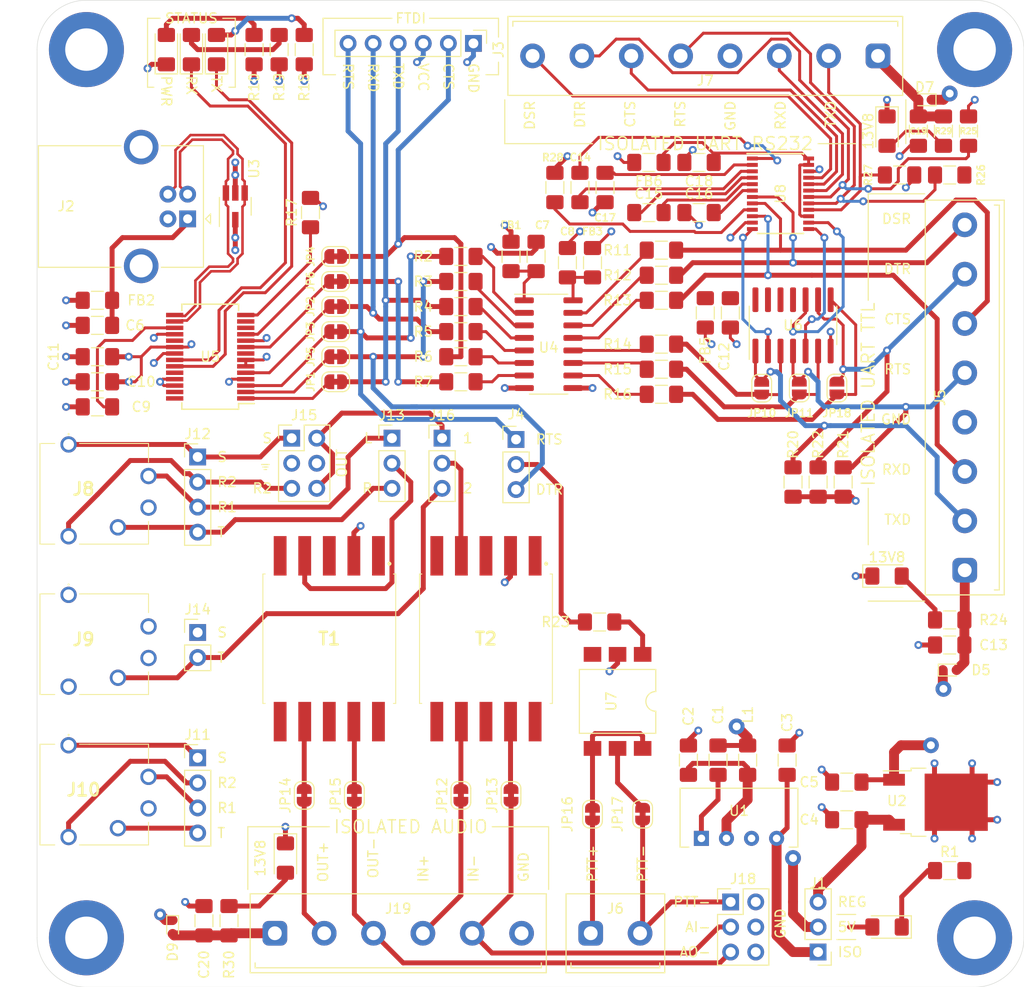
<source format=kicad_pcb>
(kicad_pcb (version 20171130) (host pcbnew "(5.1.5)-3")
  (layers (0 F.Cu signal) (1 In1.Cu power hide) (2 In2.Cu power hide) (31 B.Cu signal) (35 F.Paste user) (36 B.SilkS user) (37 F.SilkS user) (39 F.Mask user) (44 Edge.Cuts user))
  (net 0 "")
  (net 1 VCC)
  (net 2 GND)
  (net 3 "Net-(C2-Pad2)")
  (net 4 XCVR_GND)
  (net 5 "Net-(C3-Pad2)")
  (net 6 "Net-(C4-Pad1)")
  (net 7 XCVR_13V8)
  (net 8 "Net-(C6-Pad1)")
  (net 9 "Net-(C7-Pad2)")
  (net 10 "Net-(C8-Pad1)")
  (net 11 "Net-(C9-Pad1)")
  (net 12 "Net-(C12-Pad2)")
  (net 13 "Net-(C13-Pad1)")
  (net 14 "Net-(C14-Pad2)")
  (net 15 "Net-(C14-Pad1)")
  (net 16 "Net-(C15-Pad1)")
  (net 17 "Net-(C15-Pad2)")
  (net 18 "Net-(C16-Pad1)")
  (net 19 "Net-(C17-Pad1)")
  (net 20 "Net-(C18-Pad2)")
  (net 21 "Net-(C19-Pad1)")
  (net 22 "Net-(C20-Pad1)")
  (net 23 "Net-(D2-Pad2)")
  (net 24 "Net-(D3-Pad2)")
  (net 25 TXLED)
  (net 26 RXLED)
  (net 27 "Net-(D4-Pad2)")
  (net 28 "Net-(D6-Pad2)")
  (net 29 "Net-(D8-Pad2)")
  (net 30 "Net-(D10-Pad2)")
  (net 31 XCVR_5V)
  (net 32 USB_D+)
  (net 33 USB_D-)
  (net 34 "Net-(J2-Pad5)")
  (net 35 /data/CTS)
  (net 36 /data/TXD)
  (net 37 /data/RXD)
  (net 38 /data/RTS)
  (net 39 /data/DTR)
  (net 40 "Net-(J4-Pad2)")
  (net 41 /data/XCVR_TXD_CON)
  (net 42 /data/XCVR_RTS_CON)
  (net 43 /data/XCVR_DTR_CON)
  (net 44 "Net-(J6-Pad1)")
  (net 45 XCVR_PTT-)
  (net 46 /data/rs232/RS232_DSR)
  (net 47 /data/rs232/RS232_DTR)
  (net 48 /data/rs232/RS232_CTS)
  (net 49 /data/rs232/RS232_RTS)
  (net 50 /data/rs232/RS232_RXD)
  (net 51 /data/rs232/RS232_TXD)
  (net 52 "Net-(J10-PadS)")
  (net 53 "Net-(J10-PadR2)")
  (net 54 "Net-(J10-PadR1)")
  (net 55 "Net-(J10-PadT)")
  (net 56 "Net-(J12-Pad4)")
  (net 57 "Net-(J12-Pad3)")
  (net 58 "Net-(J12-Pad2)")
  (net 59 "Net-(J12-Pad1)")
  (net 60 PC_AUDIO_GND)
  (net 61 "Net-(J15-Pad4)")
  (net 62 "Net-(J19-Pad2)")
  (net 63 "Net-(J19-Pad4)")
  (net 64 /data/DSR)
  (net 65 /audio/AUDIO_IN)
  (net 66 /audio/AUDIO_OUT)
  (net 67 /audio/XCVR_AUDIO_IN+)
  (net 68 /audio/XCVR_AUDIO_IN-)
  (net 69 /audio/XCVR_AUDIO_OUT+)
  (net 70 /audio/XCVR_AUDIO_OUT-)
  (net 71 "Net-(JP16-Pad1)")
  (net 72 "Net-(JP17-Pad1)")
  (net 73 "Net-(R2-Pad1)")
  (net 74 "Net-(R3-Pad1)")
  (net 75 "Net-(R4-Pad1)")
  (net 76 "Net-(R5-Pad1)")
  (net 77 "Net-(R6-Pad1)")
  (net 78 "Net-(R7-Pad1)")
  (net 79 "Net-(R11-Pad2)")
  (net 80 "Net-(R12-Pad2)")
  (net 81 "Net-(R13-Pad2)")
  (net 82 /data/XCVR_TXD)
  (net 83 "Net-(R14-Pad2)")
  (net 84 "Net-(R15-Pad2)")
  (net 85 /data/XCVR_RTS)
  (net 86 /data/XCVR_DTR)
  (net 87 "Net-(R16-Pad2)")
  (net 88 "Net-(R17-Pad2)")
  (net 89 "Net-(R23-Pad1)")
  (net 90 "Net-(R28-Pad2)")
  (net 91 "Net-(T1-Pad10)")
  (net 92 "Net-(T1-Pad8)")
  (net 93 "Net-(T1-Pad6)")
  (net 94 "Net-(T1-Pad5)")
  (net 95 "Net-(T1-Pad3)")
  (net 96 "Net-(T1-Pad1)")
  (net 97 "Net-(T2-Pad1)")
  (net 98 "Net-(T2-Pad3)")
  (net 99 "Net-(T2-Pad5)")
  (net 100 "Net-(T2-Pad6)")
  (net 101 "Net-(T2-Pad8)")
  (net 102 "Net-(T2-Pad10)")
  (net 103 "Net-(U3-Pad1)")
  (net 104 "Net-(U3-Pad3)")
  (net 105 "Net-(U5-Pad12)")
  (net 106 "Net-(U5-Pad13)")
  (net 107 "Net-(U5-Pad19)")
  (net 108 "Net-(U5-Pad27)")
  (net 109 "Net-(U5-Pad28)")
  (net 110 "Net-(U6-Pad11)")
  (net 111 "Net-(U6-Pad12)")
  (net 112 "Net-(U6-Pad13)")
  (net 113 "Net-(U7-Pad3)")
  (net 114 "Net-(J9-PadR2)")
  (net 115 "Net-(J9-PadR1)")
  (net 116 "Net-(J15-Pad2)")
  (net 117 "Net-(J18-Pad3)")
  (net 118 "Net-(D1-Pad1)")
  (net 119 "Net-(J14-Pad2)")
  (net 120 XCVR_TXD_DRV)
  (net 121 XCVR_RTS_DRV)
  (net 122 XCVR_DTR_DRV)
  (net 123 "Net-(JP1-Pad1)")
  (net 124 "Net-(JP2-Pad1)")
  (net 125 "Net-(JP3-Pad1)")
  (net 126 "Net-(JP4-Pad1)")
  (net 127 "Net-(JP5-Pad1)")
  (net 128 "Net-(JP6-Pad1)")
  (net 129 "Net-(J18-Pad5)")
  (net 130 XCVR_RXD)
  (net 131 XCVR_CTS)
  (net 132 XCVR_DSR)
  (module Resistor_SMD:R_1206_3216Metric_Pad1.42x1.75mm_HandSolder (layer F.Cu) (at 117.475 52.705)
    (fp_text reference R26 (at 3.175 0 270) (layer F.SilkS) (effects (font (size 0.75 0.75))))
    (fp_text value 1k)
    (pad 1 smd roundrect (at -1.4875 0) (size 1.425 1.75) (layers F.Cu F.Paste F.Mask) (roundrect_rratio 0.175439) (net 49 /data/rs232/RS232_RTS))
    (pad 2 smd roundrect (at 1.4875 0) (size 1.425 1.75) (layers F.Cu F.Paste F.Mask) (roundrect_rratio 0.175439) (net 4 XCVR_GND))
  )
  (module Resistor_SMD:R_1206_3216Metric_Pad1.42x1.75mm_HandSolder (layer F.Cu) (at 67.945 73.66 180)
    (fp_text reference R7 (at 3.81 0) (layer F.SilkS))
    (fp_text value 270)
    (pad 1 smd roundrect (at -1.4875 0 180) (size 1.425 1.75) (layers F.Cu F.Paste F.Mask) (roundrect_rratio 0.175439) (net 78 "Net-(R7-Pad1)"))
    (pad 2 smd roundrect (at 1.4875 0 180) (size 1.425 1.75) (layers F.Cu F.Paste F.Mask) (roundrect_rratio 0.175439) (net 64 /data/DSR))
  )
  (module Resistor_SMD:R_1206_3216Metric_Pad1.42x1.75mm_HandSolder (layer F.Cu) (at 67.945 60.96 180)
    (fp_text reference R2 (at 3.81 0) (layer F.SilkS))
    (fp_text value 270)
    (pad 2 smd roundrect (at 1.4875 0 180) (size 1.425 1.75) (layers F.Cu F.Paste F.Mask) (roundrect_rratio 0.175439) (net 38 /data/RTS))
    (pad 1 smd roundrect (at -1.4875 0 180) (size 1.425 1.75) (layers F.Cu F.Paste F.Mask) (roundrect_rratio 0.175439) (net 73 "Net-(R2-Pad1)"))
  )
  (module Resistor_SMD:R_1206_3216Metric_Pad1.42x1.75mm_HandSolder (layer F.Cu) (at 67.945 63.5 180)
    (fp_text reference R3 (at 3.81 0 180) (layer F.SilkS))
    (fp_text value 270)
    (pad 1 smd roundrect (at -1.4875 0 180) (size 1.425 1.75) (layers F.Cu F.Paste F.Mask) (roundrect_rratio 0.175439) (net 74 "Net-(R3-Pad1)"))
    (pad 2 smd roundrect (at 1.4875 0 180) (size 1.425 1.75) (layers F.Cu F.Paste F.Mask) (roundrect_rratio 0.175439) (net 39 /data/DTR))
  )
  (module Resistor_SMD:R_1206_3216Metric_Pad1.42x1.75mm_HandSolder (layer F.Cu) (at 67.945 68.58 180)
    (fp_text reference R5 (at 3.81 0) (layer F.SilkS))
    (fp_text value 270)
    (pad 1 smd roundrect (at -1.4875 0 180) (size 1.425 1.75) (layers F.Cu F.Paste F.Mask) (roundrect_rratio 0.175439) (net 76 "Net-(R5-Pad1)"))
    (pad 2 smd roundrect (at 1.4875 0 180) (size 1.425 1.75) (layers F.Cu F.Paste F.Mask) (roundrect_rratio 0.175439) (net 37 /data/RXD))
  )
  (module Resistor_SMD:R_1206_3216Metric_Pad1.42x1.75mm_HandSolder (layer F.Cu) (at 67.945 66.04 180)
    (fp_text reference R4 (at 3.81 0) (layer F.SilkS))
    (fp_text value 270)
    (pad 2 smd roundrect (at 1.4875 0 180) (size 1.425 1.75) (layers F.Cu F.Paste F.Mask) (roundrect_rratio 0.175439) (net 36 /data/TXD))
    (pad 1 smd roundrect (at -1.4875 0 180) (size 1.425 1.75) (layers F.Cu F.Paste F.Mask) (roundrect_rratio 0.175439) (net 75 "Net-(R4-Pad1)"))
  )
  (module Resistor_SMD:R_1206_3216Metric_Pad1.42x1.75mm_HandSolder (layer F.Cu) (at 67.945 71.12 180)
    (fp_text reference R6 (at 3.81 0) (layer F.SilkS))
    (fp_text value 270)
    (pad 2 smd roundrect (at 1.4875 0 180) (size 1.425 1.75) (layers F.Cu F.Paste F.Mask) (roundrect_rratio 0.175439) (net 35 /data/CTS))
    (pad 1 smd roundrect (at -1.4875 0 180) (size 1.425 1.75) (layers F.Cu F.Paste F.Mask) (roundrect_rratio 0.175439) (net 77 "Net-(R6-Pad1)"))
  )
  (module Resistor_SMD:R_1206_3216Metric_Pad1.42x1.75mm_HandSolder (layer F.Cu) (at 52.705 56.515 270)
    (fp_text reference R17 (at 0 1.905 90) (layer F.SilkS))
    (fp_text value 10k)
    (pad 2 smd roundrect (at 1.4875 0 270) (size 1.425 1.75) (layers F.Cu F.Paste F.Mask) (roundrect_rratio 0.175439) (net 88 "Net-(R17-Pad2)"))
    (pad 1 smd roundrect (at -1.4875 0 270) (size 1.425 1.75) (layers F.Cu F.Paste F.Mask) (roundrect_rratio 0.175439) (net 1 VCC))
  )
  (module Capacitor_SMD:C_1206_3216Metric_Pad1.42x1.75mm_HandSolder (layer F.Cu) (at 107.045 114.225)
    (fp_text reference C5 (at -3.81 0) (layer F.SilkS))
    (fp_text value 330n)
    (pad 1 smd roundrect (at -1.4875 0) (size 1.425 1.75) (layers F.Cu F.Paste F.Mask) (roundrect_rratio 0.175439) (net 4 XCVR_GND))
    (pad 2 smd roundrect (at 1.4875 0) (size 1.425 1.75) (layers F.Cu F.Paste F.Mask) (roundrect_rratio 0.175439) (net 7 XCVR_13V8))
  )
  (module Capacitor_SMD:C_1206_3216Metric_Pad1.42x1.75mm_HandSolder (layer F.Cu) (at 107.045 118.035 180)
    (fp_text reference C4 (at 3.81 0) (layer F.SilkS))
    (fp_text value 100n)
    (pad 2 smd roundrect (at 1.4875 0 180) (size 1.425 1.75) (layers F.Cu F.Paste F.Mask) (roundrect_rratio 0.175439) (net 4 XCVR_GND))
    (pad 1 smd roundrect (at -1.4875 0 180) (size 1.425 1.75) (layers F.Cu F.Paste F.Mask) (roundrect_rratio 0.175439) (net 6 "Net-(C4-Pad1)"))
  )
  (module Package_TO_SOT_SMD:TO-252-2 (layer F.Cu) (at 116.035 116.265)
    (fp_text reference U2 (at -3.91 -0.135) (layer F.SilkS))
    (fp_text value L78M05CDT-TR)
    (pad 2 smd rect (at 2.1 0) (size 6.4 5.8) (layers F.Cu F.Mask) (net 4 XCVR_GND))
    (pad 3 smd rect (at -4.2 2.28) (size 2.2 1.2) (layers F.Cu F.Paste F.Mask) (net 6 "Net-(C4-Pad1)"))
    (pad 1 smd rect (at -4.2 -2.28) (size 2.2 1.2) (layers F.Cu F.Paste F.Mask) (net 7 XCVR_13V8))
  )
  (module Capacitor_SMD:C_1206_3216Metric_Pad1.42x1.75mm_HandSolder (layer F.Cu) (at 82.55 53.975 270)
    (fp_text reference C17 (at 3.063726 -0.007808 180) (layer F.SilkS) (effects (font (size 0.75 0.75))))
    (fp_text value 100n)
    (pad 2 smd roundrect (at 1.4875 0 270) (size 1.425 1.75) (layers F.Cu F.Paste F.Mask) (roundrect_rratio 0.175439) (net 4 XCVR_GND))
    (pad 1 smd roundrect (at -1.4875 0 270) (size 1.425 1.75) (layers F.Cu F.Paste F.Mask) (roundrect_rratio 0.175439) (net 19 "Net-(C17-Pad1)"))
  )
  (module Capacitor_SMD:C_1206_3216Metric_Pad1.42x1.75mm_HandSolder (layer F.Cu) (at 80.01 53.975 270)
    (fp_text reference C14 (at -3.064407 -0.030126 180) (layer F.SilkS) (effects (font (size 0.75 0.75))))
    (fp_text value 100n)
    (pad 1 smd roundrect (at -1.4875 0 270) (size 1.425 1.75) (layers F.Cu F.Paste F.Mask) (roundrect_rratio 0.175439) (net 15 "Net-(C14-Pad1)"))
    (pad 2 smd roundrect (at 1.4875 0 270) (size 1.425 1.75) (layers F.Cu F.Paste F.Mask) (roundrect_rratio 0.175439) (net 14 "Net-(C14-Pad2)"))
  )
  (module Resistor_SMD:R_1206_3216Metric_Pad1.42x1.75mm_HandSolder (layer F.Cu) (at 77.47 53.975 270)
    (fp_text reference R28 (at -3.036138 0.205484 180) (layer F.SilkS) (effects (font (size 0.75 0.75))))
    (fp_text value 10k)
    (pad 2 smd roundrect (at 1.4875 0 270) (size 1.425 1.75) (layers F.Cu F.Paste F.Mask) (roundrect_rratio 0.175439) (net 90 "Net-(R28-Pad2)"))
    (pad 1 smd roundrect (at -1.4875 0 270) (size 1.425 1.75) (layers F.Cu F.Paste F.Mask) (roundrect_rratio 0.175439) (net 4 XCVR_GND))
  )
  (module Package_SO:TSSOP-24_4.4x7.8mm_P0.65mm (layer F.Cu) (at 100.33 54.61)
    (fp_text reference U8 (at 0 0 90) (layer F.SilkS))
    (fp_text value MAX3387ECUG+)
    (pad 1 smd rect (at -2.85 -3.575) (size 1.1 0.4) (layers F.Cu F.Paste F.Mask) (net 15 "Net-(C14-Pad1)"))
    (pad 2 smd rect (at -2.85 -2.925) (size 1.1 0.4) (layers F.Cu F.Paste F.Mask) (net 19 "Net-(C17-Pad1)"))
    (pad 3 smd rect (at -2.85 -2.275) (size 1.1 0.4) (layers F.Cu F.Paste F.Mask) (net 14 "Net-(C14-Pad2)"))
    (pad 4 smd rect (at -2.85 -1.625) (size 1.1 0.4) (layers F.Cu F.Paste F.Mask) (net 16 "Net-(C15-Pad1)"))
    (pad 5 smd rect (at -2.85 -0.975) (size 1.1 0.4) (layers F.Cu F.Paste F.Mask) (net 17 "Net-(C15-Pad2)"))
    (pad 6 smd rect (at -2.85 -0.325) (size 1.1 0.4) (layers F.Cu F.Paste F.Mask) (net 18 "Net-(C16-Pad1)"))
    (pad 7 smd rect (at -2.85 0.325) (size 1.1 0.4) (layers F.Cu F.Paste F.Mask) (net 132 XCVR_DSR))
    (pad 8 smd rect (at -2.85 0.975) (size 1.1 0.4) (layers F.Cu F.Paste F.Mask) (net 131 XCVR_CTS))
    (pad 9 smd rect (at -2.85 1.625) (size 1.1 0.4) (layers F.Cu F.Paste F.Mask) (net 90 "Net-(R28-Pad2)"))
    (pad 10 smd rect (at -2.85 2.275) (size 1.1 0.4) (layers F.Cu F.Paste F.Mask) (net 130 XCVR_RXD))
    (pad 11 smd rect (at -2.85 2.925) (size 1.1 0.4) (layers F.Cu F.Paste F.Mask) (net 4 XCVR_GND))
    (pad 12 smd rect (at -2.85 3.575) (size 1.1 0.4) (layers F.Cu F.Paste F.Mask) (net 120 XCVR_TXD_DRV))
    (pad 13 smd rect (at 2.85 3.575) (size 1.1 0.4) (layers F.Cu F.Paste F.Mask) (net 121 XCVR_RTS_DRV))
    (pad 14 smd rect (at 2.85 2.925) (size 1.1 0.4) (layers F.Cu F.Paste F.Mask) (net 122 XCVR_DTR_DRV))
    (pad 15 smd rect (at 2.85 2.275) (size 1.1 0.4) (layers F.Cu F.Paste F.Mask) (net 20 "Net-(C18-Pad2)"))
    (pad 16 smd rect (at 2.85 1.625) (size 1.1 0.4) (layers F.Cu F.Paste F.Mask) (net 51 /data/rs232/RS232_TXD))
    (pad 17 smd rect (at 2.85 0.975) (size 1.1 0.4) (layers F.Cu F.Paste F.Mask) (net 49 /data/rs232/RS232_RTS))
    (pad 18 smd rect (at 2.85 0.325) (size 1.1 0.4) (layers F.Cu F.Paste F.Mask) (net 47 /data/rs232/RS232_DTR))
    (pad 19 smd rect (at 2.85 -0.325) (size 1.1 0.4) (layers F.Cu F.Paste F.Mask) (net 50 /data/rs232/RS232_RXD))
    (pad 20 smd rect (at 2.85 -0.975) (size 1.1 0.4) (layers F.Cu F.Paste F.Mask) (net 48 /data/rs232/RS232_CTS))
    (pad 21 smd rect (at 2.85 -1.625) (size 1.1 0.4) (layers F.Cu F.Paste F.Mask) (net 46 /data/rs232/RS232_DSR))
    (pad 22 smd rect (at 2.85 -2.275) (size 1.1 0.4) (layers F.Cu F.Paste F.Mask) (net 4 XCVR_GND))
    (pad 23 smd rect (at 2.85 -2.925) (size 1.1 0.4) (layers F.Cu F.Paste F.Mask) (net 20 "Net-(C18-Pad2)"))
    (pad 24 smd rect (at 2.85 -3.575) (size 1.1 0.4) (layers F.Cu F.Paste F.Mask) (net 20 "Net-(C18-Pad2)"))
  )
  (module Resistor_SMD:R_1206_3216Metric_Pad1.42x1.75mm_HandSolder (layer F.Cu) (at 88.265 74.93 180)
    (fp_text reference R16 (at 4.445 0) (layer F.SilkS))
    (fp_text value 270)
    (pad 1 smd roundrect (at -1.4875 0 180) (size 1.425 1.75) (layers F.Cu F.Paste F.Mask) (roundrect_rratio 0.175439) (net 86 /data/XCVR_DTR))
    (pad 2 smd roundrect (at 1.4875 0 180) (size 1.425 1.75) (layers F.Cu F.Paste F.Mask) (roundrect_rratio 0.175439) (net 87 "Net-(R16-Pad2)"))
  )
  (module Jumper:SolderJumper-2_P1.3mm_Open_RoundedPad1.0x1.5mm (layer F.Cu) (at 102.235 74.295 90)
    (fp_text reference JP11 (at -2.54 0) (layer F.SilkS) (effects (font (size 0.8 0.8))))
    (fp_text value SolderJumper_2_Open)
    (pad 1 smd custom (at -0.65 0 90) (size 1 0.5) (layers F.Cu F.Mask) (net 85 /data/XCVR_RTS) (options (clearance outline) (anchor rect)) (primitives (gr_circle (center 0 0.25) (end 0.5 0.25) (width 0)) (gr_circle (center 0 -0.25) (end 0.5 -0.25) (width 0)) (gr_poly (pts (xy 0 -0.75) (xy 0.5 -0.75) (xy 0.5 0.75) (xy 0 0.75)) (width 0))))
    (pad 2 smd custom (at 0.65 0 90) (size 1 0.5) (layers F.Cu F.Mask) (net 42 /data/XCVR_RTS_CON) (options (clearance outline) (anchor rect)) (primitives (gr_circle (center 0 0.25) (end 0.5 0.25) (width 0)) (gr_circle (center 0 -0.25) (end 0.5 -0.25) (width 0)) (gr_poly (pts (xy 0 -0.75) (xy -0.5 -0.75) (xy -0.5 0.75) (xy 0 0.75)) (width 0))))
  )
  (module Resistor_SMD:R_1206_3216Metric_Pad1.42x1.75mm_HandSolder (layer F.Cu) (at 88.265 72.39 180)
    (fp_text reference R15 (at 4.445 0) (layer F.SilkS))
    (fp_text value 270)
    (pad 2 smd roundrect (at 1.4875 0 180) (size 1.425 1.75) (layers F.Cu F.Paste F.Mask) (roundrect_rratio 0.175439) (net 84 "Net-(R15-Pad2)"))
    (pad 1 smd roundrect (at -1.4875 0 180) (size 1.425 1.75) (layers F.Cu F.Paste F.Mask) (roundrect_rratio 0.175439) (net 85 /data/XCVR_RTS))
  )
  (module Capacitor_SMD:C_1206_3216Metric_Pad1.42x1.75mm_HandSolder (layer F.Cu) (at 95.25 66.675 90)
    (fp_text reference C12 (at -4.445 -0.635 90) (layer F.SilkS))
    (fp_text value 100n)
    (pad 1 smd roundrect (at -1.4875 0 90) (size 1.425 1.75) (layers F.Cu F.Paste F.Mask) (roundrect_rratio 0.175439) (net 4 XCVR_GND))
    (pad 2 smd roundrect (at 1.4875 0 90) (size 1.425 1.75) (layers F.Cu F.Paste F.Mask) (roundrect_rratio 0.175439) (net 12 "Net-(C12-Pad2)"))
  )
  (module Package_SO:SSOP-28_5.3x10.2mm_P0.65mm (layer F.Cu) (at 42.545 71.12 180)
    (fp_text reference U5 (at 0 0) (layer F.SilkS))
    (fp_text value FT232RL)
    (pad 28 smd rect (at 3.6 -4.225 180) (size 1.75 0.45) (layers F.Cu F.Paste F.Mask) (net 109 "Net-(U5-Pad28)"))
    (pad 27 smd rect (at 3.6 -3.575 180) (size 1.75 0.45) (layers F.Cu F.Paste F.Mask) (net 108 "Net-(U5-Pad27)"))
    (pad 26 smd rect (at 3.6 -2.925 180) (size 1.75 0.45) (layers F.Cu F.Paste F.Mask) (net 2 GND))
    (pad 25 smd rect (at 3.6 -2.275 180) (size 1.75 0.45) (layers F.Cu F.Paste F.Mask) (net 2 GND))
    (pad 24 smd rect (at 3.6 -1.625 180) (size 1.75 0.45) (layers F.Cu F.Paste F.Mask))
    (pad 23 smd rect (at 3.6 -0.975 180) (size 1.75 0.45) (layers F.Cu F.Paste F.Mask) (net 25 TXLED))
    (pad 22 smd rect (at 3.6 -0.325 180) (size 1.75 0.45) (layers F.Cu F.Paste F.Mask) (net 26 RXLED))
    (pad 21 smd rect (at 3.6 0.325 180) (size 1.75 0.45) (layers F.Cu F.Paste F.Mask) (net 2 GND))
    (pad 20 smd rect (at 3.6 0.975 180) (size 1.75 0.45) (layers F.Cu F.Paste F.Mask) (net 1 VCC))
    (pad 19 smd rect (at 3.6 1.625 180) (size 1.75 0.45) (layers F.Cu F.Paste F.Mask) (net 107 "Net-(U5-Pad19)"))
    (pad 18 smd rect (at 3.6 2.275 180) (size 1.75 0.45) (layers F.Cu F.Paste F.Mask) (net 2 GND))
    (pad 17 smd rect (at 3.6 2.925 180) (size 1.75 0.45) (layers F.Cu F.Paste F.Mask) (net 11 "Net-(C9-Pad1)"))
    (pad 16 smd rect (at 3.6 3.575 180) (size 1.75 0.45) (layers F.Cu F.Paste F.Mask) (net 33 USB_D-))
    (pad 15 smd rect (at 3.6 4.225 180) (size 1.75 0.45) (layers F.Cu F.Paste F.Mask) (net 32 USB_D+))
    (pad 14 smd rect (at -3.6 4.225 180) (size 1.75 0.45) (layers F.Cu F.Paste F.Mask) (net 88 "Net-(R17-Pad2)"))
    (pad 13 smd rect (at -3.6 3.575 180) (size 1.75 0.45) (layers F.Cu F.Paste F.Mask) (net 106 "Net-(U5-Pad13)"))
    (pad 12 smd rect (at -3.6 2.925 180) (size 1.75 0.45) (layers F.Cu F.Paste F.Mask) (net 105 "Net-(U5-Pad12)"))
    (pad 11 smd rect (at -3.6 2.275 180) (size 1.75 0.45) (layers F.Cu F.Paste F.Mask) (net 126 "Net-(JP4-Pad1)"))
    (pad 10 smd rect (at -3.6 1.625 180) (size 1.75 0.45) (layers F.Cu F.Paste F.Mask) (net 2 GND))
    (pad 9 smd rect (at -3.6 0.975 180) (size 1.75 0.45) (layers F.Cu F.Paste F.Mask) (net 128 "Net-(JP6-Pad1)"))
    (pad 8 smd rect (at -3.6 0.325 180) (size 1.75 0.45) (layers F.Cu F.Paste F.Mask))
    (pad 7 smd rect (at -3.6 -0.325 180) (size 1.75 0.45) (layers F.Cu F.Paste F.Mask) (net 2 GND))
    (pad 6 smd rect (at -3.6 -0.975 180) (size 1.75 0.45) (layers F.Cu F.Paste F.Mask) (net 2 GND))
    (pad 5 smd rect (at -3.6 -1.625 180) (size 1.75 0.45) (layers F.Cu F.Paste F.Mask) (net 124 "Net-(JP2-Pad1)"))
    (pad 4 smd rect (at -3.6 -2.275 180) (size 1.75 0.45) (layers F.Cu F.Paste F.Mask) (net 1 VCC))
    (pad 3 smd rect (at -3.6 -2.925 180) (size 1.75 0.45) (layers F.Cu F.Paste F.Mask) (net 125 "Net-(JP3-Pad1)"))
    (pad 2 smd rect (at -3.6 -3.575 180) (size 1.75 0.45) (layers F.Cu F.Paste F.Mask) (net 127 "Net-(JP5-Pad1)"))
    (pad 1 smd rect (at -3.6 -4.225 180) (size 1.75 0.45) (layers F.Cu F.Paste F.Mask) (net 123 "Net-(JP1-Pad1)"))
  )
  (module Connector_PinHeader_2.54mm:PinHeader_1x03_P2.54mm_Vertical (layer F.Cu) (at 60.96 79.375)
    (fp_text reference J13 (at 0 -2.33) (layer F.SilkS))
    (fp_text value "L/R channel choice")
    (pad 1 thru_hole rect (at 0 0) (size 1.7 1.7) (drill 1) (layers *.Cu *.Mask) (net 57 "Net-(J12-Pad3)"))
    (pad 2 thru_hole oval (at 0 2.54) (size 1.7 1.7) (drill 1) (layers *.Cu *.Mask) (net 65 /audio/AUDIO_IN))
    (pad 3 thru_hole oval (at 0 5.08) (size 1.7 1.7) (drill 1) (layers *.Cu *.Mask) (net 56 "Net-(J12-Pad4)"))
  )
  (module Package_SO:SOIC-16_3.9x9.9mm_P1.27mm (layer F.Cu) (at 76.835 69.85)
    (fp_text reference U4 (at 0 0.34) (layer F.SilkS))
    (fp_text value Si8663AB-B-IS1)
    (pad 1 smd roundrect (at -2.475 -4.445) (size 1.95 0.6) (layers F.Cu F.Paste F.Mask) (net 9 "Net-(C7-Pad2)"))
    (pad 2 smd roundrect (at -2.475 -3.175) (size 1.95 0.6) (layers F.Cu F.Paste F.Mask) (net 73 "Net-(R2-Pad1)"))
    (pad 3 smd roundrect (at -2.475 -1.905) (size 1.95 0.6) (layers F.Cu F.Paste F.Mask) (net 74 "Net-(R3-Pad1)"))
    (pad 4 smd roundrect (at -2.475 -0.635) (size 1.95 0.6) (layers F.Cu F.Paste F.Mask) (net 75 "Net-(R4-Pad1)"))
    (pad 5 smd roundrect (at -2.475 0.635) (size 1.95 0.6) (layers F.Cu F.Paste F.Mask) (net 76 "Net-(R5-Pad1)"))
    (pad 6 smd roundrect (at -2.475 1.905) (size 1.95 0.6) (layers F.Cu F.Paste F.Mask) (net 77 "Net-(R6-Pad1)"))
    (pad 7 smd roundrect (at -2.475 3.175) (size 1.95 0.6) (layers F.Cu F.Paste F.Mask) (net 78 "Net-(R7-Pad1)"))
    (pad 8 smd roundrect (at -2.475 4.445) (size 1.95 0.6) (layers F.Cu F.Paste F.Mask) (net 2 GND))
    (pad 9 smd roundrect (at 2.475 4.445) (size 1.95 0.6) (layers F.Cu F.Paste F.Mask) (net 4 XCVR_GND))
    (pad 10 smd roundrect (at 2.475 3.175) (size 1.95 0.6) (layers F.Cu F.Paste F.Mask) (net 87 "Net-(R16-Pad2)"))
    (pad 11 smd roundrect (at 2.475 1.905) (size 1.95 0.6) (layers F.Cu F.Paste F.Mask) (net 84 "Net-(R15-Pad2)"))
    (pad 12 smd roundrect (at 2.475 0.635) (size 1.95 0.6) (layers F.Cu F.Paste F.Mask) (net 83 "Net-(R14-Pad2)"))
    (pad 13 smd roundrect (at 2.475 -0.635) (size 1.95 0.6) (layers F.Cu F.Paste F.Mask) (net 81 "Net-(R13-Pad2)"))
    (pad 14 smd roundrect (at 2.475 -1.905) (size 1.95 0.6) (layers F.Cu F.Paste F.Mask) (net 80 "Net-(R12-Pad2)"))
    (pad 15 smd roundrect (at 2.475 -3.175) (size 1.95 0.6) (layers F.Cu F.Paste F.Mask) (net 79 "Net-(R11-Pad2)"))
    (pad 16 smd roundrect (at 2.475 -4.445) (size 1.95 0.6) (layers F.Cu F.Paste F.Mask) (net 10 "Net-(C8-Pad1)"))
  )
  (module Resistor_SMD:R_1206_3216Metric_Pad1.42x1.75mm_HandSolder (layer F.Cu) (at 82 98 180)
    (fp_text reference R23 (at 4.445 0 180) (layer F.SilkS))
    (fp_text value 1k)
    (pad 1 smd roundrect (at -1.4875 0 180) (size 1.425 1.75) (layers F.Cu F.Paste F.Mask) (roundrect_rratio 0.175439) (net 89 "Net-(R23-Pad1)"))
    (pad 2 smd roundrect (at 1.4875 0 180) (size 1.425 1.75) (layers F.Cu F.Paste F.Mask) (roundrect_rratio 0.175439) (net 40 "Net-(J4-Pad2)"))
  )
  (module Resistor_SMD:R_1206_3216Metric_Pad1.42x1.75mm_HandSolder (layer F.Cu) (at 88.265 62.865 180)
    (fp_text reference R12 (at 4.445 0 180) (layer F.SilkS))
    (fp_text value 270)
    (pad 1 smd roundrect (at -1.4875 0 180) (size 1.425 1.75) (layers F.Cu F.Paste F.Mask) (roundrect_rratio 0.175439) (net 132 XCVR_DSR))
    (pad 2 smd roundrect (at 1.4875 0 180) (size 1.425 1.75) (layers F.Cu F.Paste F.Mask) (roundrect_rratio 0.175439) (net 80 "Net-(R12-Pad2)"))
  )
  (module Resistor_SMD:R_1206_3216Metric_Pad1.42x1.75mm_HandSolder (layer F.Cu) (at 88.265 60.325 180)
    (fp_text reference R11 (at 4.445 0) (layer F.SilkS))
    (fp_text value 270)
    (pad 2 smd roundrect (at 1.4875 0 180) (size 1.425 1.75) (layers F.Cu F.Paste F.Mask) (roundrect_rratio 0.175439) (net 79 "Net-(R11-Pad2)"))
    (pad 1 smd roundrect (at -1.4875 0 180) (size 1.425 1.75) (layers F.Cu F.Paste F.Mask) (roundrect_rratio 0.175439) (net 131 XCVR_CTS))
  )
  (module Resistor_SMD:R_1206_3216Metric_Pad1.42x1.75mm_HandSolder (layer F.Cu) (at 88.265 65.405 180)
    (fp_text reference R13 (at 4.445 0) (layer F.SilkS))
    (fp_text value 270)
    (pad 2 smd roundrect (at 1.4875 0 180) (size 1.425 1.75) (layers F.Cu F.Paste F.Mask) (roundrect_rratio 0.175439) (net 81 "Net-(R13-Pad2)"))
    (pad 1 smd roundrect (at -1.4875 0 180) (size 1.425 1.75) (layers F.Cu F.Paste F.Mask) (roundrect_rratio 0.175439) (net 130 XCVR_RXD))
  )
  (module Resistor_SMD:R_1206_3216Metric_Pad1.42x1.75mm_HandSolder (layer F.Cu) (at 88.265 69.85 180)
    (fp_text reference R14 (at 4.445 0) (layer F.SilkS))
    (fp_text value 270)
    (pad 1 smd roundrect (at -1.4875 0 180) (size 1.425 1.75) (layers F.Cu F.Paste F.Mask) (roundrect_rratio 0.175439) (net 82 /data/XCVR_TXD))
    (pad 2 smd roundrect (at 1.4875 0 180) (size 1.425 1.75) (layers F.Cu F.Paste F.Mask) (roundrect_rratio 0.175439) (net 83 "Net-(R14-Pad2)"))
  )
  (module custom:SOIC-14_P1.27mm_Handsolder (layer F.Cu) (at 101.6 67.945 90)
    (fp_text reference U6 (at 0 0) (layer F.SilkS))
    (fp_text value SN74HCT32D)
    (pad 1 smd roundrect (at -2.6 -3.81 90) (size 2.5 0.6) (layers F.Cu F.Paste F.Mask) (net 41 /data/XCVR_TXD_CON))
    (pad 2 smd roundrect (at -2.6 -2.54 90) (size 2.5 0.6) (layers F.Cu F.Paste F.Mask) (net 120 XCVR_TXD_DRV))
    (pad 3 smd roundrect (at -2.6 -1.27 90) (size 2.5 0.6) (layers F.Cu F.Paste F.Mask) (net 82 /data/XCVR_TXD))
    (pad 4 smd roundrect (at -2.6 0 90) (size 2.5 0.6) (layers F.Cu F.Paste F.Mask) (net 42 /data/XCVR_RTS_CON))
    (pad 5 smd roundrect (at -2.6 1.27 90) (size 2.5 0.6) (layers F.Cu F.Paste F.Mask) (net 121 XCVR_RTS_DRV))
    (pad 6 smd roundrect (at -2.6 2.54 90) (size 2.5 0.6) (layers F.Cu F.Paste F.Mask) (net 85 /data/XCVR_RTS))
    (pad 7 smd roundrect (at -2.6 3.81 90) (size 2.5 0.6) (layers F.Cu F.Paste F.Mask) (net 4 XCVR_GND))
    (pad 8 smd roundrect (at 2.6 3.81 90) (size 2.5 0.6) (layers F.Cu F.Paste F.Mask) (net 86 /data/XCVR_DTR))
    (pad 9 smd roundrect (at 2.6 2.54 90) (size 2.5 0.6) (layers F.Cu F.Paste F.Mask) (net 43 /data/XCVR_DTR_CON))
    (pad 10 smd roundrect (at 2.6 1.27 90) (size 2.5 0.6) (layers F.Cu F.Paste F.Mask) (net 122 XCVR_DTR_DRV))
    (pad 11 smd roundrect (at 2.6 0 90) (size 2.5 0.6) (layers F.Cu F.Paste F.Mask) (net 110 "Net-(U6-Pad11)"))
    (pad 12 smd roundrect (at 2.6 -1.27 90) (size 2.5 0.6) (layers F.Cu F.Paste F.Mask) (net 111 "Net-(U6-Pad12)"))
    (pad 13 smd roundrect (at 2.6 -2.54 90) (size 2.5 0.6) (layers F.Cu F.Paste F.Mask) (net 112 "Net-(U6-Pad13)"))
    (pad 14 smd roundrect (at 2.6 -3.81 90) (size 2.5 0.6) (layers F.Cu F.Paste F.Mask) (net 12 "Net-(C12-Pad2)"))
  )
  (module Jumper:SolderJumper-2_P1.3mm_Open_RoundedPad1.0x1.5mm (layer F.Cu) (at 106.045 74.295 90)
    (fp_text reference JP18 (at -2.54 0 180) (layer F.SilkS) (effects (font (size 0.8 0.8))))
    (fp_text value SolderJumper_2_Open)
    (pad 2 smd custom (at 0.65 0 90) (size 1 0.5) (layers F.Cu F.Mask) (net 43 /data/XCVR_DTR_CON) (options (clearance outline) (anchor rect)) (primitives (gr_circle (center 0 0.25) (end 0.5 0.25) (width 0)) (gr_circle (center 0 -0.25) (end 0.5 -0.25) (width 0)) (gr_poly (pts (xy 0 -0.75) (xy -0.5 -0.75) (xy -0.5 0.75) (xy 0 0.75)) (width 0))))
    (pad 1 smd custom (at -0.65 0 90) (size 1 0.5) (layers F.Cu F.Mask) (net 86 /data/XCVR_DTR) (options (clearance outline) (anchor rect)) (primitives (gr_circle (center 0 0.25) (end 0.5 0.25) (width 0)) (gr_circle (center 0 -0.25) (end 0.5 -0.25) (width 0)) (gr_poly (pts (xy 0 -0.75) (xy 0.5 -0.75) (xy 0.5 0.75) (xy 0 0.75)) (width 0))))
  )
  (module Jumper:SolderJumper-2_P1.3mm_Open_RoundedPad1.0x1.5mm (layer F.Cu) (at 98.425 74.31 90)
    (fp_text reference JP10 (at -2.525 0 180) (layer F.SilkS) (effects (font (size 0.8 0.8))))
    (fp_text value SolderJumper_2_Open)
    (pad 2 smd custom (at 0.65 0 90) (size 1 0.5) (layers F.Cu F.Mask) (net 41 /data/XCVR_TXD_CON) (options (clearance outline) (anchor rect)) (primitives (gr_circle (center 0 0.25) (end 0.5 0.25) (width 0)) (gr_circle (center 0 -0.25) (end 0.5 -0.25) (width 0)) (gr_poly (pts (xy 0 -0.75) (xy -0.5 -0.75) (xy -0.5 0.75) (xy 0 0.75)) (width 0))))
    (pad 1 smd custom (at -0.65 0 90) (size 1 0.5) (layers F.Cu F.Mask) (net 82 /data/XCVR_TXD) (options (clearance outline) (anchor rect)) (primitives (gr_circle (center 0 0.25) (end 0.5 0.25) (width 0)) (gr_circle (center 0 -0.25) (end 0.5 -0.25) (width 0)) (gr_poly (pts (xy 0 -0.75) (xy 0.5 -0.75) (xy 0.5 0.75) (xy 0 0.75)) (width 0))))
  )
  (module Connector_USB:USB_B_OST_USB-B1HSxx_Horizontal (layer F.Cu) (at 40.259 57.15 180)
    (fp_text reference J2 (at 12.319 1.27) (layer F.SilkS))
    (fp_text value USB_B)
    (pad 1 thru_hole rect (at 0 0 180) (size 1.7 1.7) (drill 0.92) (layers *.Cu *.Mask) (net 8 "Net-(C6-Pad1)"))
    (pad 2 thru_hole circle (at 0 2.5 180) (size 1.7 1.7) (drill 0.92) (layers *.Cu *.Mask) (net 32 USB_D+))
    (pad 3 thru_hole circle (at 2 2.5 180) (size 1.7 1.7) (drill 0.92) (layers *.Cu *.Mask) (net 33 USB_D-))
    (pad 4 thru_hole circle (at 2 0 180) (size 1.7 1.7) (drill 0.92) (layers *.Cu *.Mask) (net 2 GND))
    (pad 5 thru_hole circle (at 4.71 -4.77 180) (size 3.5 3.5) (drill 2.33) (layers *.Cu *.Mask) (net 34 "Net-(J2-Pad5)"))
    (pad 5 thru_hole circle (at 4.71 7.27 180) (size 3.5 3.5) (drill 2.33) (layers *.Cu *.Mask) (net 34 "Net-(J2-Pad5)"))
  )
  (module custom:T6003NL_HandSolder (layer F.Cu) (at 70.485 99.695 180)
    (fp_text reference T2 (at 0 0) (layer F.SilkS) (effects (font (size 1.27 1.27) (thickness 0.254))))
    (fp_text value T6003NL hide)
    (pad 1 smd rect (at -4.98 8.4 180) (size 1.3 4) (layers F.Cu F.Paste F.Mask) (net 97 "Net-(T2-Pad1)"))
    (pad 2 smd rect (at -2.49 8.4 180) (size 1.3 4) (layers F.Cu F.Paste F.Mask) (net 60 PC_AUDIO_GND))
    (pad 3 smd rect (at 0 8.4 180) (size 1.3 4) (layers F.Cu F.Paste F.Mask) (net 98 "Net-(T2-Pad3)"))
    (pad 4 smd rect (at 2.49 8.4 180) (size 1.3 4) (layers F.Cu F.Paste F.Mask) (net 66 /audio/AUDIO_OUT))
    (pad 5 smd rect (at 4.98 8.4 180) (size 1.3 4) (layers F.Cu F.Paste F.Mask) (net 99 "Net-(T2-Pad5)"))
    (pad 6 smd rect (at 4.98 -8.4 180) (size 1.3 4) (layers F.Cu F.Paste F.Mask) (net 100 "Net-(T2-Pad6)"))
    (pad 7 smd rect (at 2.49 -8.4 180) (size 1.3 4) (layers F.Cu F.Paste F.Mask) (net 67 /audio/XCVR_AUDIO_IN+))
    (pad 8 smd rect (at 0 -8.4 180) (size 1.3 4) (layers F.Cu F.Paste F.Mask) (net 101 "Net-(T2-Pad8)"))
    (pad 9 smd rect (at -2.49 -8.4 180) (size 1.3 4) (layers F.Cu F.Paste F.Mask) (net 68 /audio/XCVR_AUDIO_IN-))
    (pad 10 smd rect (at -4.98 -8.4 180) (size 1.3 4) (layers F.Cu F.Paste F.Mask) (net 102 "Net-(T2-Pad10)"))
  )
  (module Capacitor_SMD:C_1206_3216Metric_Pad1.42x1.75mm_HandSolder (layer F.Cu) (at 86.995 56.515)
    (fp_text reference C15 (at 0 -1.905) (layer F.SilkS))
    (fp_text value 100n)
    (pad 2 smd roundrect (at 1.4875 0) (size 1.425 1.75) (layers F.Cu F.Paste F.Mask) (roundrect_rratio 0.175439) (net 17 "Net-(C15-Pad2)"))
    (pad 1 smd roundrect (at -1.4875 0) (size 1.425 1.75) (layers F.Cu F.Paste F.Mask) (roundrect_rratio 0.175439) (net 16 "Net-(C15-Pad1)"))
  )
  (module Capacitor_SMD:C_1206_3216Metric_Pad1.42x1.75mm_HandSolder (layer F.Cu) (at 75.565 60.96 270)
    (fp_text reference C7 (at -3.175 -0.635 180) (layer F.SilkS) (effects (font (size 0.75 0.75))))
    (fp_text value 100n)
    (pad 1 smd roundrect (at -1.4875 0 270) (size 1.425 1.75) (layers F.Cu F.Paste F.Mask) (roundrect_rratio 0.175439) (net 2 GND))
    (pad 2 smd roundrect (at 1.4875 0 270) (size 1.425 1.75) (layers F.Cu F.Paste F.Mask) (roundrect_rratio 0.175439) (net 9 "Net-(C7-Pad2)"))
  )
  (module Capacitor_SMD:C_1206_3216Metric_Pad1.42x1.75mm_HandSolder (layer F.Cu) (at 41.91 128.27 90)
    (fp_text reference C20 (at -4.445 0 90) (layer F.SilkS))
    (fp_text value 100n)
    (pad 1 smd roundrect (at -1.4875 0 90) (size 1.425 1.75) (layers F.Cu F.Paste F.Mask) (roundrect_rratio 0.175439) (net 22 "Net-(C20-Pad1)"))
    (pad 2 smd roundrect (at 1.4875 0 90) (size 1.425 1.75) (layers F.Cu F.Paste F.Mask) (roundrect_rratio 0.175439) (net 4 XCVR_GND))
  )
  (module Package_TO_SOT_SMD:SOT-23-6_Handsoldering (layer F.Cu) (at 45.085 55.88 90)
    (fp_text reference U3 (at 3.81 1.905 90) (layer F.SilkS))
    (fp_text value SN65220)
    (pad 2 smd rect (at -1.35 0 90) (size 1.56 0.65) (layers F.Cu F.Paste F.Mask) (net 2 GND))
    (pad 4 smd rect (at 1.35 0.95 90) (size 1.56 0.65) (layers F.Cu F.Paste F.Mask) (net 33 USB_D-))
    (pad 6 smd rect (at 1.35 -0.95 90) (size 1.56 0.65) (layers F.Cu F.Paste F.Mask) (net 32 USB_D+))
    (pad 5 smd rect (at 1.35 0 90) (size 1.56 0.65) (layers F.Cu F.Paste F.Mask) (net 2 GND))
  )
  (module Inductor_SMD:L_1206_3216Metric_Pad1.42x1.75mm_HandSolder (layer F.Cu) (at 86.995 51.435 180)
    (fp_text reference FB6 (at 0 -1.905 180) (layer F.SilkS))
    (fp_text value Fe)
    (pad 1 smd roundrect (at -1.4875 0 180) (size 1.425 1.75) (layers F.Cu F.Paste F.Mask) (roundrect_rratio 0.175439) (net 20 "Net-(C18-Pad2)"))
    (pad 2 smd roundrect (at 1.4875 0 180) (size 1.425 1.75) (layers F.Cu F.Paste F.Mask) (roundrect_rratio 0.175439) (net 31 XCVR_5V))
  )
  (module Inductor_SMD:L_1206_3216Metric_Pad1.42x1.75mm_HandSolder (layer F.Cu) (at 92.71 66.675 90)
    (fp_text reference FB5 (at -3.81 0 90) (layer F.SilkS))
    (fp_text value Fe)
    (pad 2 smd roundrect (at 1.4875 0 90) (size 1.425 1.75) (layers F.Cu F.Paste F.Mask) (roundrect_rratio 0.175439) (net 12 "Net-(C12-Pad2)"))
    (pad 1 smd roundrect (at -1.4875 0 90) (size 1.425 1.75) (layers F.Cu F.Paste F.Mask) (roundrect_rratio 0.175439) (net 31 XCVR_5V))
  )
  (module Inductor_SMD:L_1206_3216Metric_Pad1.42x1.75mm_HandSolder (layer F.Cu) (at 81.28 61.595 90)
    (fp_text reference FB3 (at 3.175 0) (layer F.SilkS) (effects (font (size 0.75 0.75))))
    (fp_text value Fe)
    (pad 1 smd roundrect (at -1.4875 0 90) (size 1.425 1.75) (layers F.Cu F.Paste F.Mask) (roundrect_rratio 0.175439) (net 10 "Net-(C8-Pad1)"))
    (pad 2 smd roundrect (at 1.4875 0 90) (size 1.425 1.75) (layers F.Cu F.Paste F.Mask) (roundrect_rratio 0.175439) (net 31 XCVR_5V))
  )
  (module Inductor_SMD:L_1206_3216Metric_Pad1.42x1.75mm_HandSolder (layer F.Cu) (at 31.115 65.405)
    (fp_text reference FB2 (at 4.445 0 180) (layer F.SilkS))
    (fp_text value Fe)
    (pad 2 smd roundrect (at 1.4875 0) (size 1.425 1.75) (layers F.Cu F.Paste F.Mask) (roundrect_rratio 0.175439) (net 8 "Net-(C6-Pad1)"))
    (pad 1 smd roundrect (at -1.4875 0) (size 1.425 1.75) (layers F.Cu F.Paste F.Mask) (roundrect_rratio 0.175439) (net 1 VCC))
  )
  (module Inductor_SMD:L_1206_3216Metric_Pad1.42x1.75mm_HandSolder (layer F.Cu) (at 73.025 60.96 270)
    (fp_text reference FB1 (at -3.175 0) (layer F.SilkS) (effects (font (size 0.75 0.75))))
    (fp_text value Fe)
    (pad 1 smd roundrect (at -1.4875 0 270) (size 1.425 1.75) (layers F.Cu F.Paste F.Mask) (roundrect_rratio 0.175439) (net 1 VCC))
    (pad 2 smd roundrect (at 1.4875 0 270) (size 1.425 1.75) (layers F.Cu F.Paste F.Mask) (roundrect_rratio 0.175439) (net 9 "Net-(C7-Pad2)"))
  )
  (module Diode_SMD:D_SOD-523 (layer F.Cu) (at 38.735 128.905 270)
    (fp_text reference D9 (at 2.54 0 90) (layer F.SilkS))
    (fp_text value 1N4148X-TP)
    (pad 2 smd rect (at 0.7 0 90) (size 0.6 0.7) (layers F.Cu F.Paste F.Mask) (net 22 "Net-(C20-Pad1)"))
    (pad 1 smd rect (at -0.7 0 90) (size 0.6 0.7) (layers F.Cu F.Paste F.Mask) (net 7 XCVR_13V8))
  )
  (module Diode_SMD:D_SOD-523 (layer F.Cu) (at 114.935 45.085 180)
    (fp_text reference D7 (at 0 1.27) (layer F.SilkS))
    (fp_text value 1N4148X-TP)
    (pad 2 smd rect (at 0.7 0) (size 0.6 0.7) (layers F.Cu F.Paste F.Mask) (net 21 "Net-(C19-Pad1)"))
    (pad 1 smd rect (at -0.7 0) (size 0.6 0.7) (layers F.Cu F.Paste F.Mask) (net 7 XCVR_13V8))
  )
  (module Diode_SMD:D_SOD-523 (layer F.Cu) (at 117.475 102.87)
    (fp_text reference D5 (at 3.175 0) (layer F.SilkS))
    (fp_text value 1N4148X-TP)
    (pad 1 smd rect (at -0.7 0 180) (size 0.6 0.7) (layers F.Cu F.Paste F.Mask) (net 7 XCVR_13V8))
    (pad 2 smd rect (at 0.7 0 180) (size 0.6 0.7) (layers F.Cu F.Paste F.Mask) (net 13 "Net-(C13-Pad1)"))
  )
  (module Inductor_SMD:L_1206_3216Metric_Pad1.42x1.75mm_HandSolder (layer F.Cu) (at 97 112 90)
    (fp_text reference L1 (at 4.6 0.02 90) (layer F.SilkS))
    (fp_text value 6.8u)
    (pad 2 smd roundrect (at 1.4875 0 90) (size 1.425 1.75) (layers F.Cu F.Paste F.Mask) (roundrect_rratio 0.175439) (net 1 VCC))
    (pad 1 smd roundrect (at -1.4875 0 90) (size 1.425 1.75) (layers F.Cu F.Paste F.Mask) (roundrect_rratio 0.175439) (net 3 "Net-(C2-Pad2)"))
  )
  (module custom:SJ43514 (layer F.Cu) (at 28.194 110.49)
    (fp_text reference J10 (at 1.512 4.512) (layer F.SilkS) (effects (font (size 1.27 1.27) (thickness 0.254))))
    (fp_text value PC_AUDIO_EXTRA hide)
    (pad MH2 np_thru_hole circle (at 5 4.8) (size 1.1 0) (drill 1.1) (layers *.Cu *.Mask))
    (pad MH1 np_thru_hole circle (at 0 4.8) (size 1.1 0) (drill 1.1) (layers *.Cu *.Mask))
    (pad 5 thru_hole circle (at 8.1 6.4) (size 1.65 1.65) (drill 1.1) (layers *.Cu *.Mask))
    (pad R2 thru_hole circle (at 0 9.3) (size 1.65 1.65) (drill 1.1) (layers *.Cu *.Mask) (net 53 "Net-(J10-PadR2)"))
    (pad R1 thru_hole circle (at 8.1 3.2) (size 1.65 1.65) (drill 1.1) (layers *.Cu B.Mask) (net 54 "Net-(J10-PadR1)"))
    (pad T thru_hole circle (at 5 8.4) (size 1.65 1.65) (drill 1.1) (layers *.Cu *.Mask) (net 55 "Net-(J10-PadT)"))
    (pad S thru_hole circle (at 0 0) (size 1.65 1.65) (drill 1.1) (layers *.Cu *.Mask) (net 52 "Net-(J10-PadS)"))
  )
  (module custom:SJ43514 (layer F.Cu) (at 28.194 95.25)
    (fp_text reference J9 (at 1.512 4.512) (layer F.SilkS) (effects (font (size 1.27 1.27) (thickness 0.254))))
    (fp_text value PC_AUDIO_OUT hide)
    (pad MH2 np_thru_hole circle (at 5 4.8) (size 1.1 0) (drill 1.1) (layers *.Cu *.Mask))
    (pad MH1 np_thru_hole circle (at 0 4.8) (size 1.1 0) (drill 1.1) (layers *.Cu *.Mask))
    (pad 5 thru_hole circle (at 8.1 6.4) (size 1.65 1.65) (drill 1.1) (layers *.Cu *.Mask))
    (pad R2 thru_hole circle (at 0 9.3) (size 1.65 1.65) (drill 1.1) (layers *.Cu *.Mask) (net 114 "Net-(J9-PadR2)"))
    (pad R1 thru_hole circle (at 8.1 3.2) (size 1.65 1.65) (drill 1.1) (layers *.Cu B.Mask) (net 115 "Net-(J9-PadR1)"))
    (pad T thru_hole circle (at 5 8.4) (size 1.65 1.65) (drill 1.1) (layers *.Cu *.Mask) (net 119 "Net-(J14-Pad2)"))
    (pad S thru_hole circle (at 0 0) (size 1.65 1.65) (drill 1.1) (layers *.Cu *.Mask) (net 60 PC_AUDIO_GND))
  )
  (module custom:SJ43514 (layer F.Cu) (at 28.194 80.01)
    (fp_text reference J8 (at 1.512 4.512) (layer F.SilkS) (effects (font (size 1.27 1.27) (thickness 0.254))))
    (fp_text value PC_AUDIO_IO hide)
    (pad MH2 np_thru_hole circle (at 5 4.8) (size 1.1 0) (drill 1.1) (layers *.Cu *.Mask))
    (pad MH1 np_thru_hole circle (at 0 4.8) (size 1.1 0) (drill 1.1) (layers *.Cu *.Mask))
    (pad 5 thru_hole circle (at 8.1 6.4) (size 1.65 1.65) (drill 1.1) (layers *.Cu *.Mask))
    (pad R2 thru_hole circle (at 0 9.3) (size 1.65 1.65) (drill 1.1) (layers *.Cu *.Mask) (net 58 "Net-(J12-Pad2)"))
    (pad R1 thru_hole circle (at 8.1 3.2) (size 1.65 1.65) (drill 1.1) (layers *.Cu B.Mask) (net 57 "Net-(J12-Pad3)"))
    (pad T thru_hole circle (at 5 8.4) (size 1.65 1.65) (drill 1.1) (layers *.Cu *.Mask) (net 56 "Net-(J12-Pad4)"))
    (pad S thru_hole circle (at 0 0) (size 1.65 1.65) (drill 1.1) (layers *.Cu *.Mask) (net 59 "Net-(J12-Pad1)"))
  )
  (module Connector_PinHeader_2.54mm:PinHeader_2x03_P2.54mm_Vertical (layer F.Cu) (at 95.28 126.365)
    (fp_text reference J18 (at 1.27 -2.33) (layer F.SilkS))
    (fp_text value "Xcvr grounding jumpers")
    (pad 6 thru_hole oval (at 2.54 5.08) (size 1.7 1.7) (drill 1) (layers *.Cu *.Mask) (net 4 XCVR_GND))
    (pad 5 thru_hole oval (at 0 5.08) (size 1.7 1.7) (drill 1) (layers *.Cu *.Mask) (net 129 "Net-(J18-Pad5)"))
    (pad 4 thru_hole oval (at 2.54 2.54) (size 1.7 1.7) (drill 1) (layers *.Cu *.Mask) (net 4 XCVR_GND))
    (pad 3 thru_hole oval (at 0 2.54) (size 1.7 1.7) (drill 1) (layers *.Cu *.Mask) (net 117 "Net-(J18-Pad3)"))
    (pad 2 thru_hole oval (at 2.54 0) (size 1.7 1.7) (drill 1) (layers *.Cu *.Mask) (net 4 XCVR_GND))
    (pad 1 thru_hole rect (at 0 0) (size 1.7 1.7) (drill 1) (layers *.Cu *.Mask) (net 45 XCVR_PTT-))
  )
  (module custom:TB003-500-P08BE (layer F.Cu) (at 119 75.255 90)
    (fp_text reference J5 (at 0 -2.5 90) (layer F.SilkS))
    (fp_text value XCVR_CAT_TTL)
    (pad 1 thru_hole roundrect (at -17.5 0 90) (size 2.5 2.5) (drill 1.4) (layers *.Cu *.Mask) (net 13 "Net-(C13-Pad1)"))
    (pad 2 thru_hole circle (at -12.5 0 90) (size 2.5 2.5) (drill 1.4) (layers *.Cu *.Mask) (net 41 /data/XCVR_TXD_CON))
    (pad 3 thru_hole circle (at -7.5 0 90) (size 2.5 2.5) (drill 1.4) (layers *.Cu *.Mask) (net 130 XCVR_RXD))
    (pad 4 thru_hole circle (at -2.5 0 90) (size 2.5 2.5) (drill 1.4) (layers *.Cu *.Mask) (net 4 XCVR_GND))
    (pad 5 thru_hole circle (at 2.5 0 90) (size 2.5 2.5) (drill 1.4) (layers *.Cu *.Mask) (net 42 /data/XCVR_RTS_CON))
    (pad 6 thru_hole circle (at 7.5 0 90) (size 2.5 2.5) (drill 1.4) (layers *.Cu *.Mask) (net 131 XCVR_CTS))
    (pad 7 thru_hole circle (at 12.5 0 90) (size 2.5 2.5) (drill 1.4) (layers *.Cu *.Mask) (net 43 /data/XCVR_DTR_CON))
    (pad 8 thru_hole circle (at 17.5 0 90) (size 2.5 2.5) (drill 1.4) (layers *.Cu *.Mask) (net 132 XCVR_DSR))
  )
  (module custom:TB003-500-P08BE (layer F.Cu) (at 92.71 40.64 180)
    (fp_text reference J7 (at 0 -2.5) (layer F.SilkS))
    (fp_text value XCVR_CAT_RS232)
    (pad 8 thru_hole circle (at 17.5 0 180) (size 2.5 2.5) (drill 1.4) (layers *.Cu *.Mask) (net 46 /data/rs232/RS232_DSR))
    (pad 7 thru_hole circle (at 12.5 0 180) (size 2.5 2.5) (drill 1.4) (layers *.Cu *.Mask) (net 47 /data/rs232/RS232_DTR))
    (pad 6 thru_hole circle (at 7.5 0 180) (size 2.5 2.5) (drill 1.4) (layers *.Cu *.Mask) (net 48 /data/rs232/RS232_CTS))
    (pad 5 thru_hole circle (at 2.5 0 180) (size 2.5 2.5) (drill 1.4) (layers *.Cu *.Mask) (net 49 /data/rs232/RS232_RTS))
    (pad 4 thru_hole circle (at -2.5 0 180) (size 2.5 2.5) (drill 1.4) (layers *.Cu *.Mask) (net 4 XCVR_GND))
    (pad 3 thru_hole circle (at -7.5 0 180) (size 2.5 2.5) (drill 1.4) (layers *.Cu *.Mask) (net 50 /data/rs232/RS232_RXD))
    (pad 2 thru_hole circle (at -12.5 0 180) (size 2.5 2.5) (drill 1.4) (layers *.Cu *.Mask) (net 51 /data/rs232/RS232_TXD))
    (pad 1 thru_hole roundrect (at -17.5 0 180) (size 2.5 2.5) (drill 1.4) (layers *.Cu *.Mask) (net 21 "Net-(C19-Pad1)"))
  )
  (module Capacitor_SMD:C_1206_3216Metric_Pad1.42x1.75mm_HandSolder (layer F.Cu) (at 94 112 90)
    (fp_text reference C1 (at 4.6 0 90) (layer F.SilkS))
    (fp_text value 4.7u)
    (pad 2 smd roundrect (at 1.4875 0 90) (size 1.425 1.75) (layers F.Cu F.Paste F.Mask) (roundrect_rratio 0.175439) (net 1 VCC))
    (pad 1 smd roundrect (at -1.4875 0 90) (size 1.425 1.75) (layers F.Cu F.Paste F.Mask) (roundrect_rratio 0.175439) (net 2 GND))
  )
  (module Capacitor_SMD:C_1206_3216Metric_Pad1.42x1.75mm_HandSolder (layer F.Cu) (at 91 112 270)
    (fp_text reference C2 (at -4.445 0 270) (layer F.SilkS))
    (fp_text value 4.7u)
    (pad 2 smd roundrect (at 1.4875 0 270) (size 1.425 1.75) (layers F.Cu F.Paste F.Mask) (roundrect_rratio 0.175439) (net 3 "Net-(C2-Pad2)"))
    (pad 1 smd roundrect (at -1.4875 0 270) (size 1.425 1.75) (layers F.Cu F.Paste F.Mask) (roundrect_rratio 0.175439) (net 2 GND))
  )
  (module Capacitor_SMD:C_1206_3216Metric_Pad1.42x1.75mm_HandSolder (layer F.Cu) (at 101 112 270)
    (fp_text reference C3 (at -3.81 0 90) (layer F.SilkS))
    (fp_text value 10u)
    (pad 1 smd roundrect (at -1.4875 0 270) (size 1.425 1.75) (layers F.Cu F.Paste F.Mask) (roundrect_rratio 0.175439) (net 4 XCVR_GND))
    (pad 2 smd roundrect (at 1.4875 0 270) (size 1.425 1.75) (layers F.Cu F.Paste F.Mask) (roundrect_rratio 0.175439) (net 5 "Net-(C3-Pad2)"))
  )
  (module Capacitor_SMD:C_1206_3216Metric_Pad1.42x1.75mm_HandSolder (layer F.Cu) (at 31.115 67.945 180)
    (fp_text reference C6 (at -3.81 0) (layer F.SilkS))
    (fp_text value 10n)
    (pad 1 smd roundrect (at -1.4875 0 180) (size 1.425 1.75) (layers F.Cu F.Paste F.Mask) (roundrect_rratio 0.175439) (net 8 "Net-(C6-Pad1)"))
    (pad 2 smd roundrect (at 1.4875 0 180) (size 1.425 1.75) (layers F.Cu F.Paste F.Mask) (roundrect_rratio 0.175439) (net 2 GND))
  )
  (module Capacitor_SMD:C_1206_3216Metric_Pad1.42x1.75mm_HandSolder (layer F.Cu) (at 78.74 61.595 90)
    (fp_text reference C8 (at 3.175 0 180) (layer F.SilkS) (effects (font (size 0.75 0.75))))
    (fp_text value 100n)
    (pad 1 smd roundrect (at -1.4875 0 90) (size 1.425 1.75) (layers F.Cu F.Paste F.Mask) (roundrect_rratio 0.175439) (net 10 "Net-(C8-Pad1)"))
    (pad 2 smd roundrect (at 1.4875 0 90) (size 1.425 1.75) (layers F.Cu F.Paste F.Mask) (roundrect_rratio 0.175439) (net 4 XCVR_GND))
  )
  (module Capacitor_SMD:C_1206_3216Metric_Pad1.42x1.75mm_HandSolder (layer F.Cu) (at 31.115 76.2 180)
    (fp_text reference C9 (at -4.445 0 180) (layer F.SilkS))
    (fp_text value 100n)
    (pad 1 smd roundrect (at -1.4875 0 180) (size 1.425 1.75) (layers F.Cu F.Paste F.Mask) (roundrect_rratio 0.175439) (net 11 "Net-(C9-Pad1)"))
    (pad 2 smd roundrect (at 1.4875 0 180) (size 1.425 1.75) (layers F.Cu F.Paste F.Mask) (roundrect_rratio 0.175439) (net 2 GND))
  )
  (module Capacitor_SMD:C_1206_3216Metric_Pad1.42x1.75mm_HandSolder (layer F.Cu) (at 31.115 73.66)
    (fp_text reference C10 (at 4.445 0) (layer F.SilkS))
    (fp_text value 4.7u)
    (pad 2 smd roundrect (at 1.4875 0) (size 1.425 1.75) (layers F.Cu F.Paste F.Mask) (roundrect_rratio 0.175439) (net 1 VCC))
    (pad 1 smd roundrect (at -1.4875 0) (size 1.425 1.75) (layers F.Cu F.Paste F.Mask) (roundrect_rratio 0.175439) (net 2 GND))
  )
  (module Capacitor_SMD:C_1206_3216Metric_Pad1.42x1.75mm_HandSolder (layer F.Cu) (at 31.115 71.12 180)
    (fp_text reference C11 (at 4.445 0 270) (layer F.SilkS))
    (fp_text value 100n)
    (pad 2 smd roundrect (at 1.4875 0 180) (size 1.425 1.75) (layers F.Cu F.Paste F.Mask) (roundrect_rratio 0.175439) (net 2 GND))
    (pad 1 smd roundrect (at -1.4875 0 180) (size 1.425 1.75) (layers F.Cu F.Paste F.Mask) (roundrect_rratio 0.175439) (net 1 VCC))
  )
  (module Capacitor_SMD:C_1206_3216Metric_Pad1.42x1.75mm_HandSolder (layer F.Cu) (at 117.475 100.33 180)
    (fp_text reference C13 (at -4.445 0) (layer F.SilkS))
    (fp_text value 100n)
    (pad 2 smd roundrect (at 1.4875 0 180) (size 1.425 1.75) (layers F.Cu F.Paste F.Mask) (roundrect_rratio 0.175439) (net 4 XCVR_GND))
    (pad 1 smd roundrect (at -1.4875 0 180) (size 1.425 1.75) (layers F.Cu F.Paste F.Mask) (roundrect_rratio 0.175439) (net 13 "Net-(C13-Pad1)"))
  )
  (module Capacitor_SMD:C_1206_3216Metric_Pad1.42x1.75mm_HandSolder (layer F.Cu) (at 92.075 56.515 180)
    (fp_text reference C16 (at 0 1.905 180) (layer F.SilkS))
    (fp_text value 100n)
    (pad 1 smd roundrect (at -1.4875 0 180) (size 1.425 1.75) (layers F.Cu F.Paste F.Mask) (roundrect_rratio 0.175439) (net 18 "Net-(C16-Pad1)"))
    (pad 2 smd roundrect (at 1.4875 0 180) (size 1.425 1.75) (layers F.Cu F.Paste F.Mask) (roundrect_rratio 0.175439) (net 4 XCVR_GND))
  )
  (module Capacitor_SMD:C_1206_3216Metric_Pad1.42x1.75mm_HandSolder (layer F.Cu) (at 92.075 51.435)
    (fp_text reference C18 (at 0 1.905 180) (layer F.SilkS))
    (fp_text value 100n)
    (pad 1 smd roundrect (at -1.4875 0) (size 1.425 1.75) (layers F.Cu F.Paste F.Mask) (roundrect_rratio 0.175439) (net 4 XCVR_GND))
    (pad 2 smd roundrect (at 1.4875 0) (size 1.425 1.75) (layers F.Cu F.Paste F.Mask) (roundrect_rratio 0.175439) (net 20 "Net-(C18-Pad2)"))
  )
  (module Capacitor_SMD:C_1206_3216Metric_Pad1.42x1.75mm_HandSolder (layer F.Cu) (at 114.3 48.26 270)
    (fp_text reference C19 (at 0 0) (layer F.SilkS) (effects (font (size 0.6 0.6))))
    (fp_text value 100n)
    (pad 2 smd roundrect (at 1.4875 0 270) (size 1.425 1.75) (layers F.Cu F.Paste F.Mask) (roundrect_rratio 0.175439) (net 4 XCVR_GND))
    (pad 1 smd roundrect (at -1.4875 0 270) (size 1.425 1.75) (layers F.Cu F.Paste F.Mask) (roundrect_rratio 0.175439) (net 21 "Net-(C19-Pad1)"))
  )
  (module LED_SMD:LED_1206_3216Metric_Pad1.42x1.75mm_HandSolder (layer F.Cu) (at 111.125 128.905 180)
    (fp_text reference D1 hide)
    (fp_text value BG1102W-TR)
    (pad 1 smd roundrect (at -1.4875 0 180) (size 1.425 1.75) (layers F.Cu F.Paste F.Mask) (roundrect_rratio 0.175439) (net 118 "Net-(D1-Pad1)"))
    (pad 2 smd roundrect (at 1.4875 0 180) (size 1.425 1.75) (layers F.Cu F.Paste F.Mask) (roundrect_rratio 0.175439) (net 31 XCVR_5V))
  )
  (module LED_SMD:LED_1206_3216Metric_Pad1.42x1.75mm_HandSolder (layer F.Cu) (at 38.1 40.005 90)
    (fp_text reference D2 hide)
    (fp_text value BG1102W-TR)
    (pad 1 smd roundrect (at -1.4875 0 90) (size 1.425 1.75) (layers F.Cu F.Paste F.Mask) (roundrect_rratio 0.175439) (net 2 GND))
    (pad 2 smd roundrect (at 1.4875 0 90) (size 1.425 1.75) (layers F.Cu F.Paste F.Mask) (roundrect_rratio 0.175439) (net 23 "Net-(D2-Pad2)"))
  )
  (module LED_SMD:LED_1206_3216Metric_Pad1.42x1.75mm_HandSolder (layer F.Cu) (at 43.18 40.005 90)
    (fp_text reference D3 hide)
    (fp_text value BR1101W-TR)
    (pad 2 smd roundrect (at 1.4875 0 90) (size 1.425 1.75) (layers F.Cu F.Paste F.Mask) (roundrect_rratio 0.175439) (net 24 "Net-(D3-Pad2)"))
    (pad 1 smd roundrect (at -1.4875 0 90) (size 1.425 1.75) (layers F.Cu F.Paste F.Mask) (roundrect_rratio 0.175439) (net 25 TXLED))
  )
  (module LED_SMD:LED_1206_3216Metric_Pad1.42x1.75mm_HandSolder (layer F.Cu) (at 40.64 40.005 90)
    (fp_text reference D4 hide)
    (fp_text value RAY1102W-745-TR)
    (pad 1 smd roundrect (at -1.4875 0 90) (size 1.425 1.75) (layers F.Cu F.Paste F.Mask) (roundrect_rratio 0.175439) (net 26 RXLED))
    (pad 2 smd roundrect (at 1.4875 0 90) (size 1.425 1.75) (layers F.Cu F.Paste F.Mask) (roundrect_rratio 0.175439) (net 27 "Net-(D4-Pad2)"))
  )
  (module LED_SMD:LED_1206_3216Metric_Pad1.42x1.75mm_HandSolder (layer F.Cu) (at 111.125 93.345)
    (fp_text reference D6 hide)
    (fp_text value BG1102W-TR)
    (pad 2 smd roundrect (at 1.4875 0) (size 1.425 1.75) (layers F.Cu F.Paste F.Mask) (roundrect_rratio 0.175439) (net 28 "Net-(D6-Pad2)"))
    (pad 1 smd roundrect (at -1.4875 0) (size 1.425 1.75) (layers F.Cu F.Paste F.Mask) (roundrect_rratio 0.175439) (net 4 XCVR_GND))
  )
  (module LED_SMD:LED_1206_3216Metric_Pad1.42x1.75mm_HandSolder (layer F.Cu) (at 111.125 48.26 270)
    (fp_text reference D8 hide)
    (fp_text value BG1102W-TR)
    (pad 1 smd roundrect (at -1.4875 0 270) (size 1.425 1.75) (layers F.Cu F.Paste F.Mask) (roundrect_rratio 0.175439) (net 4 XCVR_GND))
    (pad 2 smd roundrect (at 1.4875 0 270) (size 1.425 1.75) (layers F.Cu F.Paste F.Mask) (roundrect_rratio 0.175439) (net 29 "Net-(D8-Pad2)"))
  )
  (module LED_SMD:LED_1206_3216Metric_Pad1.42x1.75mm_HandSolder (layer F.Cu) (at 50.165 121.92 270)
    (fp_text reference D10 hide)
    (fp_text value BG1102W-TR)
    (pad 2 smd roundrect (at 1.4875 0 270) (size 1.425 1.75) (layers F.Cu F.Paste F.Mask) (roundrect_rratio 0.175439) (net 30 "Net-(D10-Pad2)"))
    (pad 1 smd roundrect (at -1.4875 0 270) (size 1.425 1.75) (layers F.Cu F.Paste F.Mask) (roundrect_rratio 0.175439) (net 4 XCVR_GND))
  )
  (module Connector_PinHeader_2.54mm:PinHeader_1x03_P2.54mm_Vertical (layer F.Cu) (at 104.14 131.445 180)
    (fp_text reference J1 (at 0 6.985) (layer F.SilkS))
    (fp_text value "XCVR power choice")
    (pad 1 thru_hole rect (at 0 0 180) (size 1.7 1.7) (drill 1) (layers *.Cu *.Mask) (net 5 "Net-(C3-Pad2)"))
    (pad 2 thru_hole oval (at 0 2.54 180) (size 1.7 1.7) (drill 1) (layers *.Cu *.Mask) (net 31 XCVR_5V))
    (pad 3 thru_hole oval (at 0 5.08 180) (size 1.7 1.7) (drill 1) (layers *.Cu *.Mask) (net 6 "Net-(C4-Pad1)"))
  )
  (module Connector_PinHeader_2.54mm:PinHeader_1x06_P2.54mm_Vertical (layer F.Cu) (at 69.215 39.37 270)
    (fp_text reference J3 (at 0.635 -2.54 90) (layer F.SilkS))
    (fp_text value "FTDI header")
    (pad 1 thru_hole rect (at 0 0 270) (size 1.7 1.7) (drill 1) (layers *.Cu *.Mask) (net 2 GND))
    (pad 2 thru_hole oval (at 0 2.54 270) (size 1.7 1.7) (drill 1) (layers *.Cu *.Mask) (net 35 /data/CTS))
    (pad 3 thru_hole oval (at 0 5.08 270) (size 1.7 1.7) (drill 1) (layers *.Cu *.Mask) (net 1 VCC))
    (pad 4 thru_hole oval (at 0 7.62 270) (size 1.7 1.7) (drill 1) (layers *.Cu *.Mask) (net 36 /data/TXD))
    (pad 5 thru_hole oval (at 0 10.16 270) (size 1.7 1.7) (drill 1) (layers *.Cu *.Mask) (net 37 /data/RXD))
    (pad 6 thru_hole oval (at 0 12.7 270) (size 1.7 1.7) (drill 1) (layers *.Cu *.Mask) (net 38 /data/RTS))
  )
  (module Connector_PinHeader_2.54mm:PinHeader_1x03_P2.54mm_Vertical (layer F.Cu) (at 73.533 79.502)
    (fp_text reference J4 (at 0 -2.54 180) (layer F.SilkS))
    (fp_text value "PTT choice")
    (pad 3 thru_hole oval (at 0 5.08) (size 1.7 1.7) (drill 1) (layers *.Cu *.Mask) (net 39 /data/DTR))
    (pad 2 thru_hole oval (at 0 2.54) (size 1.7 1.7) (drill 1) (layers *.Cu *.Mask) (net 40 "Net-(J4-Pad2)"))
    (pad 1 thru_hole rect (at 0 0) (size 1.7 1.7) (drill 1) (layers *.Cu *.Mask) (net 38 /data/RTS))
  )
  (module custom:TB003-500-P02BE (layer F.Cu) (at 83.6 129.54)
    (fp_text reference J6 (at 0 -2.5) (layer F.SilkS))
    (fp_text value XCVR_PTT)
    (pad 1 thru_hole roundrect (at -2.5 0) (size 2.5 2.5) (drill 1.4) (layers *.Cu *.Mask) (net 44 "Net-(J6-Pad1)"))
    (pad 2 thru_hole circle (at 2.5 0) (size 2.5 2.5) (drill 1.4) (layers *.Cu *.Mask) (net 45 XCVR_PTT-))
  )
  (module Connector_PinHeader_2.54mm:PinHeader_1x04_P2.54mm_Vertical (layer F.Cu) (at 41.275 111.76)
    (fp_text reference J11 (at 0 -2.33) (layer F.SilkS))
    (fp_text value "Jack header")
    (pad 1 thru_hole rect (at 0 0) (size 1.7 1.7) (drill 1) (layers *.Cu *.Mask) (net 52 "Net-(J10-PadS)"))
    (pad 2 thru_hole oval (at 0 2.54) (size 1.7 1.7) (drill 1) (layers *.Cu *.Mask) (net 53 "Net-(J10-PadR2)"))
    (pad 3 thru_hole oval (at 0 5.08) (size 1.7 1.7) (drill 1) (layers *.Cu *.Mask) (net 54 "Net-(J10-PadR1)"))
    (pad 4 thru_hole oval (at 0 7.62) (size 1.7 1.7) (drill 1) (layers *.Cu *.Mask) (net 55 "Net-(J10-PadT)"))
  )
  (module Connector_PinHeader_2.54mm:PinHeader_1x04_P2.54mm_Vertical (layer F.Cu) (at 41.275 81.28)
    (fp_text reference J12 (at 0 -2.33) (layer F.SilkS))
    (fp_text value "Jack header")
    (pad 4 thru_hole oval (at 0 7.62) (size 1.7 1.7) (drill 1) (layers *.Cu *.Mask) (net 56 "Net-(J12-Pad4)"))
    (pad 3 thru_hole oval (at 0 5.08) (size 1.7 1.7) (drill 1) (layers *.Cu *.Mask) (net 57 "Net-(J12-Pad3)"))
    (pad 2 thru_hole oval (at 0 2.54) (size 1.7 1.7) (drill 1) (layers *.Cu *.Mask) (net 58 "Net-(J12-Pad2)"))
    (pad 1 thru_hole rect (at 0 0) (size 1.7 1.7) (drill 1) (layers *.Cu *.Mask) (net 59 "Net-(J12-Pad1)"))
  )
  (module Connector_PinHeader_2.54mm:PinHeader_1x02_P2.54mm_Vertical (layer F.Cu) (at 41.275 99.06)
    (fp_text reference J14 (at 0 -2.33) (layer F.SilkS))
    (fp_text value "Jack header")
    (pad 2 thru_hole oval (at 0 2.54) (size 1.7 1.7) (drill 1) (layers *.Cu *.Mask) (net 119 "Net-(J14-Pad2)"))
    (pad 1 thru_hole rect (at 0 0) (size 1.7 1.7) (drill 1) (layers *.Cu *.Mask) (net 60 PC_AUDIO_GND))
  )
  (module Connector_PinHeader_2.54mm:PinHeader_1x03_P2.54mm_Vertical (layer F.Cu) (at 66.04 79.375)
    (fp_text reference J16 (at 0 -2.33) (layer F.SilkS))
    (fp_text value "TRRS/TRS+TS choice")
    (pad 1 thru_hole rect (at 0 0) (size 1.7 1.7) (drill 1) (layers *.Cu *.Mask) (net 116 "Net-(J15-Pad2)"))
    (pad 2 thru_hole oval (at 0 2.54) (size 1.7 1.7) (drill 1) (layers *.Cu *.Mask) (net 66 /audio/AUDIO_OUT))
    (pad 3 thru_hole oval (at 0 5.08) (size 1.7 1.7) (drill 1) (layers *.Cu *.Mask) (net 119 "Net-(J14-Pad2)"))
  )
  (module custom:TB003-500-P06BE (layer F.Cu) (at 61.595 129.54)
    (fp_text reference J19 (at 0 -2.5) (layer F.SilkS))
    (fp_text value XCVR_Audio)
    (pad 1 thru_hole roundrect (at -12.5 0) (size 2.5 2.5) (drill 1.4) (layers *.Cu *.Mask) (net 22 "Net-(C20-Pad1)"))
    (pad 2 thru_hole circle (at -7.5 0) (size 2.5 2.5) (drill 1.4) (layers *.Cu *.Mask) (net 62 "Net-(J19-Pad2)"))
    (pad 3 thru_hole circle (at -2.5 0) (size 2.5 2.5) (drill 1.4) (layers *.Cu *.Mask) (net 129 "Net-(J18-Pad5)"))
    (pad 4 thru_hole circle (at 2.5 0) (size 2.5 2.5) (drill 1.4) (layers *.Cu *.Mask) (net 63 "Net-(J19-Pad4)"))
    (pad 5 thru_hole circle (at 7.5 0) (size 2.5 2.5) (drill 1.4) (layers *.Cu *.Mask) (net 117 "Net-(J18-Pad3)"))
    (pad 6 thru_hole circle (at 12.5 0) (size 2.5 2.5) (drill 1.4) (layers *.Cu *.Mask) (net 4 XCVR_GND))
  )
  (module Jumper:SolderJumper-2_P1.3mm_Bridged_RoundedPad1.0x1.5mm (layer F.Cu) (at 55.26 73.66)
    (fp_text reference JP1 (at -2.54 0 90) (layer F.SilkS) (effects (font (size 0.75 0.75))))
    (fp_text value SolderJumper_2_Bridged)
    (fp_poly (pts (xy 0.25 -0.3) (xy -0.25 -0.3) (xy -0.25 0.3) (xy 0.25 0.3)) (layer F.Cu) (width 0))
    (pad 2 smd custom (at 0.65 0) (size 1 0.5) (layers F.Cu F.Mask) (net 36 /data/TXD) (options (clearance outline) (anchor rect)) (primitives (gr_circle (center 0 0.25) (end 0.5 0.25) (width 0)) (gr_circle (center 0 -0.25) (end 0.5 -0.25) (width 0)) (gr_poly (pts (xy 0 -0.75) (xy -0.5 -0.75) (xy -0.5 0.75) (xy 0 0.75)) (width 0))))
    (pad 1 smd custom (at -0.65 0) (size 1 0.5) (layers F.Cu F.Mask) (net 123 "Net-(JP1-Pad1)") (options (clearance outline) (anchor rect)) (primitives (gr_circle (center 0 0.25) (end 0.5 0.25) (width 0)) (gr_circle (center 0 -0.25) (end 0.5 -0.25) (width 0)) (gr_poly (pts (xy 0 -0.75) (xy 0.5 -0.75) (xy 0.5 0.75) (xy 0 0.75)) (width 0))))
  )
  (module Jumper:SolderJumper-2_P1.3mm_Bridged_RoundedPad1.0x1.5mm (layer F.Cu) (at 55.26 66.04)
    (fp_text reference JP2 (at -2.555 0 90) (layer F.SilkS) (effects (font (size 0.75 0.75))))
    (fp_text value SolderJumper_2_Bridged)
    (fp_poly (pts (xy 0.25 -0.3) (xy -0.25 -0.3) (xy -0.25 0.3) (xy 0.25 0.3)) (layer F.Cu) (width 0))
    (pad 1 smd custom (at -0.65 0) (size 1 0.5) (layers F.Cu F.Mask) (net 124 "Net-(JP2-Pad1)") (options (clearance outline) (anchor rect)) (primitives (gr_circle (center 0 0.25) (end 0.5 0.25) (width 0)) (gr_circle (center 0 -0.25) (end 0.5 -0.25) (width 0)) (gr_poly (pts (xy 0 -0.75) (xy 0.5 -0.75) (xy 0.5 0.75) (xy 0 0.75)) (width 0))))
    (pad 2 smd custom (at 0.65 0) (size 1 0.5) (layers F.Cu F.Mask) (net 37 /data/RXD) (options (clearance outline) (anchor rect)) (primitives (gr_circle (center 0 0.25) (end 0.5 0.25) (width 0)) (gr_circle (center 0 -0.25) (end 0.5 -0.25) (width 0)) (gr_poly (pts (xy 0 -0.75) (xy -0.5 -0.75) (xy -0.5 0.75) (xy 0 0.75)) (width 0))))
  )
  (module Jumper:SolderJumper-2_P1.3mm_Bridged_RoundedPad1.0x1.5mm (layer F.Cu) (at 55.26 68.58)
    (fp_text reference JP3 (at -2.555 0 270) (layer F.SilkS) (effects (font (size 0.75 0.75))))
    (fp_text value SolderJumper_2_Bridged)
    (fp_poly (pts (xy 0.25 -0.3) (xy -0.25 -0.3) (xy -0.25 0.3) (xy 0.25 0.3)) (layer F.Cu) (width 0))
    (pad 2 smd custom (at 0.65 0) (size 1 0.5) (layers F.Cu F.Mask) (net 38 /data/RTS) (options (clearance outline) (anchor rect)) (primitives (gr_circle (center 0 0.25) (end 0.5 0.25) (width 0)) (gr_circle (center 0 -0.25) (end 0.5 -0.25) (width 0)) (gr_poly (pts (xy 0 -0.75) (xy -0.5 -0.75) (xy -0.5 0.75) (xy 0 0.75)) (width 0))))
    (pad 1 smd custom (at -0.65 0) (size 1 0.5) (layers F.Cu F.Mask) (net 125 "Net-(JP3-Pad1)") (options (clearance outline) (anchor rect)) (primitives (gr_circle (center 0 0.25) (end 0.5 0.25) (width 0)) (gr_circle (center 0 -0.25) (end 0.5 -0.25) (width 0)) (gr_poly (pts (xy 0 -0.75) (xy 0.5 -0.75) (xy 0.5 0.75) (xy 0 0.75)) (width 0))))
  )
  (module Jumper:SolderJumper-2_P1.3mm_Bridged_RoundedPad1.0x1.5mm (layer F.Cu) (at 55.26 60.96)
    (fp_text reference JP4 (at -2.54 0 90) (layer F.SilkS) (effects (font (size 0.75 0.75))))
    (fp_text value SolderJumper_2_Bridged)
    (fp_poly (pts (xy 0.25 -0.3) (xy -0.25 -0.3) (xy -0.25 0.3) (xy 0.25 0.3)) (layer F.Cu) (width 0))
    (pad 1 smd custom (at -0.65 0) (size 1 0.5) (layers F.Cu F.Mask) (net 126 "Net-(JP4-Pad1)") (options (clearance outline) (anchor rect)) (primitives (gr_circle (center 0 0.25) (end 0.5 0.25) (width 0)) (gr_circle (center 0 -0.25) (end 0.5 -0.25) (width 0)) (gr_poly (pts (xy 0 -0.75) (xy 0.5 -0.75) (xy 0.5 0.75) (xy 0 0.75)) (width 0))))
    (pad 2 smd custom (at 0.65 0) (size 1 0.5) (layers F.Cu F.Mask) (net 35 /data/CTS) (options (clearance outline) (anchor rect)) (primitives (gr_circle (center 0 0.25) (end 0.5 0.25) (width 0)) (gr_circle (center 0 -0.25) (end 0.5 -0.25) (width 0)) (gr_poly (pts (xy 0 -0.75) (xy -0.5 -0.75) (xy -0.5 0.75) (xy 0 0.75)) (width 0))))
  )
  (module Jumper:SolderJumper-2_P1.3mm_Bridged_RoundedPad1.0x1.5mm (layer F.Cu) (at 55.26 71.12)
    (fp_text reference JP5 (at -2.54 0 90) (layer F.SilkS) (effects (font (size 0.75 0.75))))
    (fp_text value SolderJumper_2_Bridged)
    (fp_poly (pts (xy 0.25 -0.3) (xy -0.25 -0.3) (xy -0.25 0.3) (xy 0.25 0.3)) (layer F.Cu) (width 0))
    (pad 2 smd custom (at 0.65 0) (size 1 0.5) (layers F.Cu F.Mask) (net 39 /data/DTR) (options (clearance outline) (anchor rect)) (primitives (gr_circle (center 0 0.25) (end 0.5 0.25) (width 0)) (gr_circle (center 0 -0.25) (end 0.5 -0.25) (width 0)) (gr_poly (pts (xy 0 -0.75) (xy -0.5 -0.75) (xy -0.5 0.75) (xy 0 0.75)) (width 0))))
    (pad 1 smd custom (at -0.65 0) (size 1 0.5) (layers F.Cu F.Mask) (net 127 "Net-(JP5-Pad1)") (options (clearance outline) (anchor rect)) (primitives (gr_circle (center 0 0.25) (end 0.5 0.25) (width 0)) (gr_circle (center 0 -0.25) (end 0.5 -0.25) (width 0)) (gr_poly (pts (xy 0 -0.75) (xy 0.5 -0.75) (xy 0.5 0.75) (xy 0 0.75)) (width 0))))
  )
  (module Jumper:SolderJumper-2_P1.3mm_Bridged_RoundedPad1.0x1.5mm (layer F.Cu) (at 55.245 63.5)
    (fp_text reference JP6 (at -2.54 0 90) (layer F.SilkS) (effects (font (size 0.75 0.75))))
    (fp_text value SolderJumper_2_Bridged)
    (fp_poly (pts (xy 0.25 -0.3) (xy -0.25 -0.3) (xy -0.25 0.3) (xy 0.25 0.3)) (layer F.Cu) (width 0))
    (pad 2 smd custom (at 0.65 0) (size 1 0.5) (layers F.Cu F.Mask) (net 64 /data/DSR) (options (clearance outline) (anchor rect)) (primitives (gr_circle (center 0 0.25) (end 0.5 0.25) (width 0)) (gr_circle (center 0 -0.25) (end 0.5 -0.25) (width 0)) (gr_poly (pts (xy 0 -0.75) (xy -0.5 -0.75) (xy -0.5 0.75) (xy 0 0.75)) (width 0))))
    (pad 1 smd custom (at -0.65 0) (size 1 0.5) (layers F.Cu F.Mask) (net 128 "Net-(JP6-Pad1)") (options (clearance outline) (anchor rect)) (primitives (gr_circle (center 0 0.25) (end 0.5 0.25) (width 0)) (gr_circle (center 0 -0.25) (end 0.5 -0.25) (width 0)) (gr_poly (pts (xy 0 -0.75) (xy 0.5 -0.75) (xy 0.5 0.75) (xy 0 0.75)) (width 0))))
  )
  (module Jumper:SolderJumper-2_P1.3mm_Bridged_RoundedPad1.0x1.5mm (layer F.Cu) (at 67.945 115.57 270)
    (fp_text reference JP12 (at 0 1.905 90) (layer F.SilkS))
    (fp_text value SolderJumper_2_Bridged)
    (fp_poly (pts (xy 0.25 -0.3) (xy -0.25 -0.3) (xy -0.25 0.3) (xy 0.25 0.3)) (layer F.Cu) (width 0))
    (pad 1 smd custom (at -0.65 0 270) (size 1 0.5) (layers F.Cu F.Mask) (net 67 /audio/XCVR_AUDIO_IN+) (options (clearance outline) (anchor rect)) (primitives (gr_circle (center 0 0.25) (end 0.5 0.25) (width 0)) (gr_circle (center 0 -0.25) (end 0.5 -0.25) (width 0)) (gr_poly (pts (xy 0 -0.75) (xy 0.5 -0.75) (xy 0.5 0.75) (xy 0 0.75)) (width 0))))
    (pad 2 smd custom (at 0.65 0 270) (size 1 0.5) (layers F.Cu F.Mask) (net 63 "Net-(J19-Pad4)") (options (clearance outline) (anchor rect)) (primitives (gr_circle (center 0 0.25) (end 0.5 0.25) (width 0)) (gr_circle (center 0 -0.25) (end 0.5 -0.25) (width 0)) (gr_poly (pts (xy 0 -0.75) (xy -0.5 -0.75) (xy -0.5 0.75) (xy 0 0.75)) (width 0))))
  )
  (module Jumper:SolderJumper-2_P1.3mm_Bridged_RoundedPad1.0x1.5mm (layer F.Cu) (at 73.025 115.57 270)
    (fp_text reference JP13 (at 0 1.905 90) (layer F.SilkS))
    (fp_text value SolderJumper_2_Bridged)
    (fp_poly (pts (xy 0.25 -0.3) (xy -0.25 -0.3) (xy -0.25 0.3) (xy 0.25 0.3)) (layer F.Cu) (width 0))
    (pad 2 smd custom (at 0.65 0 270) (size 1 0.5) (layers F.Cu F.Mask) (net 117 "Net-(J18-Pad3)") (options (clearance outline) (anchor rect)) (primitives (gr_circle (center 0 0.25) (end 0.5 0.25) (width 0)) (gr_circle (center 0 -0.25) (end 0.5 -0.25) (width 0)) (gr_poly (pts (xy 0 -0.75) (xy -0.5 -0.75) (xy -0.5 0.75) (xy 0 0.75)) (width 0))))
    (pad 1 smd custom (at -0.65 0 270) (size 1 0.5) (layers F.Cu F.Mask) (net 68 /audio/XCVR_AUDIO_IN-) (options (clearance outline) (anchor rect)) (primitives (gr_circle (center 0 0.25) (end 0.5 0.25) (width 0)) (gr_circle (center 0 -0.25) (end 0.5 -0.25) (width 0)) (gr_poly (pts (xy 0 -0.75) (xy 0.5 -0.75) (xy 0.5 0.75) (xy 0 0.75)) (width 0))))
  )
  (module Jumper:SolderJumper-2_P1.3mm_Bridged_RoundedPad1.0x1.5mm (layer F.Cu) (at 52.07 115.57 270)
    (fp_text reference JP14 (at 0 1.905 90) (layer F.SilkS))
    (fp_text value SolderJumper_2_Bridged)
    (fp_poly (pts (xy 0.25 -0.3) (xy -0.25 -0.3) (xy -0.25 0.3) (xy 0.25 0.3)) (layer F.Cu) (width 0))
    (pad 2 smd custom (at 0.65 0 270) (size 1 0.5) (layers F.Cu F.Mask) (net 62 "Net-(J19-Pad2)") (options (clearance outline) (anchor rect)) (primitives (gr_circle (center 0 0.25) (end 0.5 0.25) (width 0)) (gr_circle (center 0 -0.25) (end 0.5 -0.25) (width 0)) (gr_poly (pts (xy 0 -0.75) (xy -0.5 -0.75) (xy -0.5 0.75) (xy 0 0.75)) (width 0))))
    (pad 1 smd custom (at -0.65 0 270) (size 1 0.5) (layers F.Cu F.Mask) (net 69 /audio/XCVR_AUDIO_OUT+) (options (clearance outline) (anchor rect)) (primitives (gr_circle (center 0 0.25) (end 0.5 0.25) (width 0)) (gr_circle (center 0 -0.25) (end 0.5 -0.25) (width 0)) (gr_poly (pts (xy 0 -0.75) (xy 0.5 -0.75) (xy 0.5 0.75) (xy 0 0.75)) (width 0))))
  )
  (module Jumper:SolderJumper-2_P1.3mm_Bridged_RoundedPad1.0x1.5mm (layer F.Cu) (at 57.15 115.57 270)
    (fp_text reference JP15 (at 0 1.905 90) (layer F.SilkS))
    (fp_text value SolderJumper_2_Bridged)
    (fp_poly (pts (xy 0.25 -0.3) (xy -0.25 -0.3) (xy -0.25 0.3) (xy 0.25 0.3)) (layer F.Cu) (width 0))
    (pad 1 smd custom (at -0.65 0 270) (size 1 0.5) (layers F.Cu F.Mask) (net 70 /audio/XCVR_AUDIO_OUT-) (options (clearance outline) (anchor rect)) (primitives (gr_circle (center 0 0.25) (end 0.5 0.25) (width 0)) (gr_circle (center 0 -0.25) (end 0.5 -0.25) (width 0)) (gr_poly (pts (xy 0 -0.75) (xy 0.5 -0.75) (xy 0.5 0.75) (xy 0 0.75)) (width 0))))
    (pad 2 smd custom (at 0.65 0 270) (size 1 0.5) (layers F.Cu F.Mask) (net 129 "Net-(J18-Pad5)") (options (clearance outline) (anchor rect)) (primitives (gr_circle (center 0 0.25) (end 0.5 0.25) (width 0)) (gr_circle (center 0 -0.25) (end 0.5 -0.25) (width 0)) (gr_poly (pts (xy 0 -0.75) (xy -0.5 -0.75) (xy -0.5 0.75) (xy 0 0.75)) (width 0))))
  )
  (module Jumper:SolderJumper-2_P1.3mm_Bridged_RoundedPad1.0x1.5mm (layer F.Cu) (at 81.28 117.475 270)
    (fp_text reference JP16 (at 0 2.54 90) (layer F.SilkS))
    (fp_text value SolderJumper_2_Bridged)
    (fp_poly (pts (xy 0.25 -0.3) (xy -0.25 -0.3) (xy -0.25 0.3) (xy 0.25 0.3)) (layer F.Cu) (width 0))
    (pad 1 smd custom (at -0.65 0 270) (size 1 0.5) (layers F.Cu F.Mask) (net 71 "Net-(JP16-Pad1)") (options (clearance outline) (anchor rect)) (primitives (gr_circle (center 0 0.25) (end 0.5 0.25) (width 0)) (gr_circle (center 0 -0.25) (end 0.5 -0.25) (width 0)) (gr_poly (pts (xy 0 -0.75) (xy 0.5 -0.75) (xy 0.5 0.75) (xy 0 0.75)) (width 0))))
    (pad 2 smd custom (at 0.65 0 270) (size 1 0.5) (layers F.Cu F.Mask) (net 44 "Net-(J6-Pad1)") (options (clearance outline) (anchor rect)) (primitives (gr_circle (center 0 0.25) (end 0.5 0.25) (width 0)) (gr_circle (center 0 -0.25) (end 0.5 -0.25) (width 0)) (gr_poly (pts (xy 0 -0.75) (xy -0.5 -0.75) (xy -0.5 0.75) (xy 0 0.75)) (width 0))))
  )
  (module Jumper:SolderJumper-2_P1.3mm_Bridged_RoundedPad1.0x1.5mm (layer F.Cu) (at 86.36 117.475 270)
    (fp_text reference JP17 (at 0 2.54 90) (layer F.SilkS))
    (fp_text value SolderJumper_2_Bridged)
    (fp_poly (pts (xy 0.25 -0.3) (xy -0.25 -0.3) (xy -0.25 0.3) (xy 0.25 0.3)) (layer F.Cu) (width 0))
    (pad 2 smd custom (at 0.65 0 270) (size 1 0.5) (layers F.Cu F.Mask) (net 45 XCVR_PTT-) (options (clearance outline) (anchor rect)) (primitives (gr_circle (center 0 0.25) (end 0.5 0.25) (width 0)) (gr_circle (center 0 -0.25) (end 0.5 -0.25) (width 0)) (gr_poly (pts (xy 0 -0.75) (xy -0.5 -0.75) (xy -0.5 0.75) (xy 0 0.75)) (width 0))))
    (pad 1 smd custom (at -0.65 0 270) (size 1 0.5) (layers F.Cu F.Mask) (net 72 "Net-(JP17-Pad1)") (options (clearance outline) (anchor rect)) (primitives (gr_circle (center 0 0.25) (end 0.5 0.25) (width 0)) (gr_circle (center 0 -0.25) (end 0.5 -0.25) (width 0)) (gr_poly (pts (xy 0 -0.75) (xy 0.5 -0.75) (xy 0.5 0.75) (xy 0 0.75)) (width 0))))
  )
  (module Resistor_SMD:R_1206_3216Metric_Pad1.42x1.75mm_HandSolder (layer F.Cu) (at 117.475 123.19)
    (fp_text reference R1 (at 0 -1.905 180) (layer F.SilkS))
    (fp_text value 470)
    (pad 1 smd roundrect (at -1.4875 0) (size 1.425 1.75) (layers F.Cu F.Paste F.Mask) (roundrect_rratio 0.175439) (net 118 "Net-(D1-Pad1)"))
    (pad 2 smd roundrect (at 1.4875 0) (size 1.425 1.75) (layers F.Cu F.Paste F.Mask) (roundrect_rratio 0.175439) (net 4 XCVR_GND))
  )
  (module Resistor_SMD:R_1206_3216Metric_Pad1.42x1.75mm_HandSolder (layer F.Cu) (at 46.99 40.005 90)
    (fp_text reference R10 (at -3.81 0 90) (layer F.SilkS))
    (fp_text value 470)
    (pad 1 smd roundrect (at -1.4875 0 90) (size 1.425 1.75) (layers F.Cu F.Paste F.Mask) (roundrect_rratio 0.175439) (net 1 VCC))
    (pad 2 smd roundrect (at 1.4875 0 90) (size 1.425 1.75) (layers F.Cu F.Paste F.Mask) (roundrect_rratio 0.175439) (net 23 "Net-(D2-Pad2)"))
  )
  (module Resistor_SMD:R_1206_3216Metric_Pad1.42x1.75mm_HandSolder (layer F.Cu) (at 52.07 40.005 90)
    (fp_text reference R18 (at -3.81 0 270) (layer F.SilkS))
    (fp_text value 560)
    (pad 1 smd roundrect (at -1.4875 0 90) (size 1.425 1.75) (layers F.Cu F.Paste F.Mask) (roundrect_rratio 0.175439) (net 1 VCC))
    (pad 2 smd roundrect (at 1.4875 0 90) (size 1.425 1.75) (layers F.Cu F.Paste F.Mask) (roundrect_rratio 0.175439) (net 24 "Net-(D3-Pad2)"))
  )
  (module Resistor_SMD:R_1206_3216Metric_Pad1.42x1.75mm_HandSolder (layer F.Cu) (at 49.53 40.005 90)
    (fp_text reference R19 (at -3.81 0 90) (layer F.SilkS))
    (fp_text value 470)
    (pad 1 smd roundrect (at -1.4875 0 90) (size 1.425 1.75) (layers F.Cu F.Paste F.Mask) (roundrect_rratio 0.175439) (net 1 VCC))
    (pad 2 smd roundrect (at 1.4875 0 90) (size 1.425 1.75) (layers F.Cu F.Paste F.Mask) (roundrect_rratio 0.175439) (net 27 "Net-(D4-Pad2)"))
  )
  (module Resistor_SMD:R_1206_3216Metric_Pad1.42x1.75mm_HandSolder (layer F.Cu) (at 101.6 83.82 90)
    (fp_text reference R20 (at 3.81 0 90) (layer F.SilkS))
    (fp_text value 1k)
    (pad 2 smd roundrect (at 1.4875 0 90) (size 1.425 1.75) (layers F.Cu F.Paste F.Mask) (roundrect_rratio 0.175439) (net 41 /data/XCVR_TXD_CON))
    (pad 1 smd roundrect (at -1.4875 0 90) (size 1.425 1.75) (layers F.Cu F.Paste F.Mask) (roundrect_rratio 0.175439) (net 4 XCVR_GND))
  )
  (module Resistor_SMD:R_1206_3216Metric_Pad1.42x1.75mm_HandSolder (layer F.Cu) (at 106.68 83.82 90)
    (fp_text reference R21 (at 3.81 0 90) (layer F.SilkS))
    (fp_text value 1k)
    (pad 1 smd roundrect (at -1.4875 0 90) (size 1.425 1.75) (layers F.Cu F.Paste F.Mask) (roundrect_rratio 0.175439) (net 4 XCVR_GND))
    (pad 2 smd roundrect (at 1.4875 0 90) (size 1.425 1.75) (layers F.Cu F.Paste F.Mask) (roundrect_rratio 0.175439) (net 42 /data/XCVR_RTS_CON))
  )
  (module Resistor_SMD:R_1206_3216Metric_Pad1.42x1.75mm_HandSolder (layer F.Cu) (at 104.14 83.82 90)
    (fp_text reference R22 (at 3.81 0 270) (layer F.SilkS))
    (fp_text value 1k)
    (pad 2 smd roundrect (at 1.4875 0 90) (size 1.425 1.75) (layers F.Cu F.Paste F.Mask) (roundrect_rratio 0.175439) (net 43 /data/XCVR_DTR_CON))
    (pad 1 smd roundrect (at -1.4875 0 90) (size 1.425 1.75) (layers F.Cu F.Paste F.Mask) (roundrect_rratio 0.175439) (net 4 XCVR_GND))
  )
  (module Resistor_SMD:R_1206_3216Metric_Pad1.42x1.75mm_HandSolder (layer F.Cu) (at 117.475 97.79 180)
    (fp_text reference R24 (at -4.445 0) (layer F.SilkS))
    (fp_text value 2.2k)
    (pad 1 smd roundrect (at -1.4875 0 180) (size 1.425 1.75) (layers F.Cu F.Paste F.Mask) (roundrect_rratio 0.175439) (net 13 "Net-(C13-Pad1)"))
    (pad 2 smd roundrect (at 1.4875 0 180) (size 1.425 1.75) (layers F.Cu F.Paste F.Mask) (roundrect_rratio 0.175439) (net 28 "Net-(D6-Pad2)"))
  )
  (module Resistor_SMD:R_1206_3216Metric_Pad1.42x1.75mm_HandSolder (layer F.Cu) (at 119.38 48.26 90)
    (fp_text reference R25 (at 0 0 180) (layer F.SilkS) (effects (font (size 0.6 0.6))))
    (fp_text value 1k)
    (pad 2 smd roundrect (at 1.4875 0 90) (size 1.425 1.75) (layers F.Cu F.Paste F.Mask) (roundrect_rratio 0.175439) (net 4 XCVR_GND))
    (pad 1 smd roundrect (at -1.4875 0 90) (size 1.425 1.75) (layers F.Cu F.Paste F.Mask) (roundrect_rratio 0.175439) (net 47 /data/rs232/RS232_DTR))
  )
  (module Resistor_SMD:R_1206_3216Metric_Pad1.42x1.75mm_HandSolder (layer F.Cu) (at 112.395 52.705)
    (fp_text reference R27 (at -3.175 0 270) (layer F.SilkS) (effects (font (size 0.75 0.75))))
    (fp_text value 1k)
    (pad 2 smd roundrect (at 1.4875 0) (size 1.425 1.75) (layers F.Cu F.Paste F.Mask) (roundrect_rratio 0.175439) (net 4 XCVR_GND))
    (pad 1 smd roundrect (at -1.4875 0) (size 1.425 1.75) (layers F.Cu F.Paste F.Mask) (roundrect_rratio 0.175439) (net 51 /data/rs232/RS232_TXD))
  )
  (module Resistor_SMD:R_1206_3216Metric_Pad1.42x1.75mm_HandSolder (layer F.Cu) (at 116.84 48.26 270)
    (fp_text reference R29 (at 0 0 180) (layer F.SilkS) (effects (font (size 0.6 0.6))))
    (fp_text value 2.2k)
    (pad 1 smd roundrect (at -1.4875 0 270) (size 1.425 1.75) (layers F.Cu F.Paste F.Mask) (roundrect_rratio 0.175439) (net 21 "Net-(C19-Pad1)"))
    (pad 2 smd roundrect (at 1.4875 0 270) (size 1.425 1.75) (layers F.Cu F.Paste F.Mask) (roundrect_rratio 0.175439) (net 29 "Net-(D8-Pad2)"))
  )
  (module Resistor_SMD:R_1206_3216Metric_Pad1.42x1.75mm_HandSolder (layer F.Cu) (at 44.45 128.27 90)
    (fp_text reference R30 (at -4.445 0 90) (layer F.SilkS))
    (fp_text value 2.2k)
    (pad 1 smd roundrect (at -1.4875 0 90) (size 1.425 1.75) (layers F.Cu F.Paste F.Mask) (roundrect_rratio 0.175439) (net 22 "Net-(C20-Pad1)"))
    (pad 2 smd roundrect (at 1.4875 0 90) (size 1.425 1.75) (layers F.Cu F.Paste F.Mask) (roundrect_rratio 0.175439) (net 30 "Net-(D10-Pad2)"))
  )
  (module custom:T6003NL_HandSolder (layer F.Cu) (at 54.61 99.695 180)
    (fp_text reference T1 (at 0 0) (layer F.SilkS) (effects (font (size 1.27 1.27) (thickness 0.254))))
    (fp_text value T6003NL hide)
    (pad 10 smd rect (at -4.98 -8.4 180) (size 1.3 4) (layers F.Cu F.Paste F.Mask) (net 91 "Net-(T1-Pad10)"))
    (pad 9 smd rect (at -2.49 -8.4 180) (size 1.3 4) (layers F.Cu F.Paste F.Mask) (net 70 /audio/XCVR_AUDIO_OUT-))
    (pad 8 smd rect (at 0 -8.4 180) (size 1.3 4) (layers F.Cu F.Paste F.Mask) (net 92 "Net-(T1-Pad8)"))
    (pad 7 smd rect (at 2.49 -8.4 180) (size 1.3 4) (layers F.Cu F.Paste F.Mask) (net 69 /audio/XCVR_AUDIO_OUT+))
    (pad 6 smd rect (at 4.98 -8.4 180) (size 1.3 4) (layers F.Cu F.Paste F.Mask) (net 93 "Net-(T1-Pad6)"))
    (pad 5 smd rect (at 4.98 8.4 180) (size 1.3 4) (layers F.Cu F.Paste F.Mask) (net 94 "Net-(T1-Pad5)"))
    (pad 4 smd rect (at 2.49 8.4 180) (size 1.3 4) (layers F.Cu F.Paste F.Mask) (net 65 /audio/AUDIO_IN))
    (pad 3 smd rect (at 0 8.4 180) (size 1.3 4) (layers F.Cu F.Paste F.Mask) (net 95 "Net-(T1-Pad3)"))
    (pad 2 smd rect (at -2.49 8.4 180) (size 1.3 4) (layers F.Cu F.Paste F.Mask) (net 60 PC_AUDIO_GND))
    (pad 1 smd rect (at -4.98 8.4 180) (size 1.3 4) (layers F.Cu F.Paste F.Mask) (net 96 "Net-(T1-Pad1)"))
  )
  (module custom:SIP-4_PQS075-S5-S5-S (layer F.Cu) (at 96.125 119.925)
    (fp_text reference U1 (at 0 -2.794) (layer F.SilkS))
    (fp_text value PQS075-S5-S5-S)
    (pad 1 thru_hole rect (at -3.81 0) (size 1.524 1.524) (drill 0.762) (layers *.Cu *.Mask) (net 2 GND))
    (pad 2 thru_hole circle (at -1.27 0) (size 1.524 1.524) (drill 0.762) (layers *.Cu *.Mask) (net 3 "Net-(C2-Pad2)"))
    (pad 3 thru_hole circle (at 1.27 0) (size 1.524 1.524) (drill 0.762) (layers *.Cu *.Mask) (net 4 XCVR_GND))
    (pad 4 thru_hole circle (at 3.81 0) (size 1.524 1.524) (drill 0.762) (layers *.Cu *.Mask) (net 5 "Net-(C3-Pad2)"))
  )
  (module Package_DIP:SMDIP-6_W9.53mm_Clearance8mm (layer F.Cu) (at 83.82 106.045 270)
    (fp_text reference U7 (at 0 0.635 90) (layer F.SilkS))
    (fp_text value VOR1121B6T)
    (pad 1 smd rect (at -4.765 -2.54 270) (size 1.5 1.78) (layers F.Cu F.Paste F.Mask) (net 89 "Net-(R23-Pad1)"))
    (pad 4 smd rect (at 4.765 2.54 270) (size 1.5 1.78) (layers F.Cu F.Paste F.Mask) (net 71 "Net-(JP16-Pad1)"))
    (pad 2 smd rect (at -4.765 0 270) (size 1.5 1.78) (layers F.Cu F.Paste F.Mask) (net 2 GND))
    (pad 5 smd rect (at 4.765 0 270) (size 1.5 1.78) (layers F.Cu F.Paste F.Mask) (net 72 "Net-(JP17-Pad1)"))
    (pad 3 smd rect (at -4.765 2.54 270) (size 1.5 1.78) (layers F.Cu F.Paste F.Mask) (net 113 "Net-(U7-Pad3)"))
    (pad 6 smd rect (at 4.765 -2.54 270) (size 1.5 1.78) (layers F.Cu F.Paste F.Mask) (net 71 "Net-(JP16-Pad1)"))
  )
  (module Connector_PinHeader_2.54mm:PinHeader_2x03_P2.54mm_Vertical (layer F.Cu) (at 50.8 79.375)
    (fp_text reference J15 (at 1.27 -2.33) (layer F.SilkS))
    (fp_text value "CITA/OMTP choice")
    (pad 1 thru_hole rect (at 0 0) (size 1.7 1.7) (drill 1) (layers *.Cu *.Mask) (net 59 "Net-(J12-Pad1)"))
    (pad 2 thru_hole oval (at 2.54 0) (size 1.7 1.7) (drill 1) (layers *.Cu *.Mask) (net 116 "Net-(J15-Pad2)"))
    (pad 3 thru_hole oval (at 0 2.54) (size 1.7 1.7) (drill 1) (layers *.Cu *.Mask) (net 60 PC_AUDIO_GND))
    (pad 4 thru_hole oval (at 2.54 2.54) (size 1.7 1.7) (drill 1) (layers *.Cu *.Mask) (net 61 "Net-(J15-Pad4)"))
    (pad 5 thru_hole oval (at 0 5.08) (size 1.7 1.7) (drill 1) (layers *.Cu *.Mask) (net 58 "Net-(J12-Pad2)"))
    (pad 6 thru_hole oval (at 2.54 5.08) (size 1.7 1.7) (drill 1) (layers *.Cu *.Mask) (net 116 "Net-(J15-Pad2)"))
  )
  (module MountingHole:MountingHole_4.3mm_M4_ISO7380_Pad (layer F.Cu) (at 30 40)
    (fp_text reference H1 hide)
    (fp_text value MountingHole)
    (pad 1 thru_hole circle (at 0 0) (size 7.6 7.6) (drill 4.3) (layers *.Cu *.Mask))
  )
  (module MountingHole:MountingHole_4.3mm_M4_ISO7380_Pad (layer F.Cu) (at 30 130)
    (fp_text reference H2 hide)
    (fp_text value MountingHole)
    (pad 1 thru_hole circle (at 0 0) (size 7.6 7.6) (drill 4.3) (layers *.Cu *.Mask))
  )
  (module MountingHole:MountingHole_4.3mm_M4_ISO7380_Pad (layer F.Cu) (at 120 40)
    (fp_text reference H3 hide)
    (fp_text value MountingHole)
    (pad 1 thru_hole circle (at 0 0) (size 7.6 7.6) (drill 4.3) (layers *.Cu *.Mask))
  )
  (module MountingHole:MountingHole_4.3mm_M4_ISO7380_Pad (layer F.Cu) (at 120 130)
    (fp_text reference H4 hide)
    (fp_text value MountingHole)
    (pad 1 thru_hole circle (at 0 0) (size 7.6 7.6) (drill 4.3) (layers *.Cu *.Mask))
  )
  (gr_text DTR (at 113.665 62.23) (layer F.SilkS) (effects (font (size 1 1)) (justify right)))
  (gr_text "ISOLATED UART RS232" (at 92.71 49.53) (layer F.SilkS) (effects (font (size 1.3 1.3))))
  (gr_text RTS (at 113.665 72.39) (layer F.SilkS) (effects (font (size 1 1)) (justify right)))
  (gr_line (start 109.22 54.61) (end 114.935 54.61) (layer F.SilkS) (width 0.12))
  (gr_text R (at 59.055 84.455) (layer F.SilkS) (effects (font (size 1 1)) (justify right)))
  (gr_text L (at 59.055 79.375) (layer F.SilkS) (effects (font (size 1 1)) (justify right)))
  (gr_line (start 46.355 118.745) (end 46.355 125.095) (layer F.SilkS) (width 0.12))
  (gr_line (start 54.61 118.745) (end 46.355 118.745) (layer F.SilkS) (width 0.12))
  (gr_line (start 76.835 118.745) (end 76.835 125.095) (layer F.SilkS) (width 0.12))
  (gr_line (start 71.12 118.745) (end 76.835 118.745) (layer F.SilkS) (width 0.12))
  (gr_text "ISOLATED AUDIO" (at 62.865 118.745) (layer F.SilkS) (effects (font (size 1.3 1.3))))
  (gr_line (start 114.935 95.885) (end 109.22 95.885) (layer F.SilkS) (width 0.12))
  (gr_line (start 109.22 84.455) (end 109.22 90.17) (layer F.SilkS) (width 0.12))
  (gr_line (start 109.22 65.405) (end 109.22 54.61) (layer F.SilkS) (width 0.12))
  (gr_line (start 113.03 49.53) (end 113.03 45.085) (layer F.SilkS) (width 0.12))
  (gr_line (start 104.14 49.53) (end 107.95 49.53) (layer F.SilkS) (width 0.12))
  (gr_line (start 72.39 49.53) (end 72.39 45.085) (layer F.SilkS) (width 0.12))
  (gr_line (start 81.28 49.53) (end 72.39 49.53) (layer F.SilkS) (width 0.12))
  (gr_text "ISOLATED UART TTL" (at 109.22 74.93 90) (layer F.SilkS) (effects (font (size 1.3 1.3))))
  (gr_text DSR (at 113.665 57.15) (layer F.SilkS) (effects (font (size 1 1)) (justify right)))
  (gr_text CTS (at 113.665 67.31) (layer F.SilkS) (effects (font (size 1 1)) (justify right)))
  (gr_text GND (at 113.665 77.47) (layer F.SilkS) (effects (font (size 1 1)) (justify right)))
  (gr_text RXD (at 113.665 82.55) (layer F.SilkS) (effects (font (size 1 1)) (justify right)))
  (gr_text TXD (at 113.665 87.63) (layer F.SilkS) (effects (font (size 1 1)) (justify right)))
  (gr_text DSR (at 74.93 45.085 90) (layer F.SilkS) (effects (font (size 1 1)) (justify right)))
  (gr_text DTR (at 80.01 45.085 90) (layer F.SilkS) (effects (font (size 1 1)) (justify right)))
  (gr_text CTS (at 85.09 45.085 90) (layer F.SilkS) (effects (font (size 1 1)) (justify right)))
  (gr_text RTS (at 90.17 45.085 90) (layer F.SilkS) (effects (font (size 1 1)) (justify right)))
  (gr_text GND (at 95.25 45.085 90) (layer F.SilkS) (effects (font (size 1 1)) (justify right)))
  (gr_text RXD (at 100.33 45.085 90) (layer F.SilkS) (effects (font (size 1 1)) (justify right)))
  (gr_text TXD (at 105.41 45.085 90) (layer F.SilkS) (effects (font (size 1 1)) (justify right)))
  (gr_text 13V8 (at 109.22 48.26 90) (layer F.SilkS) (effects (font (size 1 1))))
  (gr_line (start 71.755 41.275) (end 71.755 42.545) (layer F.SilkS) (width 0.12))
  (gr_line (start 71.755 36.83) (end 71.755 38.735) (layer F.SilkS) (width 0.12))
  (gr_line (start 71.755 42.545) (end 70.485 42.545) (layer F.SilkS) (width 0.12))
  (gr_line (start 53.975 42.545) (end 55.245 42.545) (layer F.SilkS) (width 0.12))
  (gr_line (start 53.975 38.1) (end 53.975 42.545) (layer F.SilkS) (width 0.12))
  (gr_line (start 45.085 43.815) (end 44.45 43.815) (layer F.SilkS) (width 0.12))
  (gr_line (start 45.085 36.83) (end 45.085 43.815) (layer F.SilkS) (width 0.12))
  (gr_line (start 43.815 36.83) (end 45.085 36.83) (layer F.SilkS) (width 0.12))
  (gr_line (start 36.195 43.815) (end 36.83 43.815) (layer F.SilkS) (width 0.12))
  (gr_line (start 36.195 43.18) (end 36.195 43.815) (layer F.SilkS) (width 0.12))
  (gr_line (start 36.195 36.83) (end 36.195 43.18) (layer F.SilkS) (width 0.12))
  (gr_line (start 37.465 36.83) (end 36.195 36.83) (layer F.SilkS) (width 0.12))
  (gr_text STATUS (at 40.64 36.83) (layer F.SilkS) (effects (font (size 1 1))))
  (gr_line (start 53.975 36.83) (end 53.975 38.1) (layer F.SilkS) (width 0.12))
  (gr_line (start 60.96 36.83) (end 53.975 36.83) (layer F.SilkS) (width 0.12))
  (gr_line (start 64.77 36.83) (end 71.755 36.83) (layer F.SilkS) (width 0.12))
  (gr_text FTDI (at 62.865 36.83) (layer F.SilkS) (effects (font (size 1 1))))
  (gr_text RTS (at 56.515 41.275 -90) (layer F.SilkS) (effects (font (size 1 1)) (justify left)))
  (gr_text RXD (at 59.055 41.275 -90) (layer F.SilkS) (effects (font (size 1 1)) (justify left)))
  (gr_text TXD (at 61.595 41.275 -90) (layer F.SilkS) (effects (font (size 1 1)) (justify left)))
  (gr_text VCC (at 64.135 41.275 -90) (layer F.SilkS) (effects (font (size 1 1)) (justify left)))
  (gr_text CTS (at 66.675 41.275 -90) (layer F.SilkS) (effects (font (size 1 1)) (justify left)))
  (gr_text GND (at 69.215 41.275 -90) (layer F.SilkS) (effects (font (size 1 1)) (justify left)))
  (gr_text PWR (at 38.1 42.545 270) (layer F.SilkS) (effects (font (size 1 1)) (justify left)))
  (gr_text TX (at 43.18 42.545 270) (layer F.SilkS) (effects (font (size 1 1)) (justify left)))
  (gr_text RX (at 40.64 42.545 270) (layer F.SilkS) (effects (font (size 1 1)) (justify left)))
  (gr_line (start 106.045 127.635) (end 107.95 127.635) (layer F.SilkS) (width 0.12))
  (gr_line (start 106.045 130.175) (end 107.95 130.175) (layer F.SilkS) (width 0.12))
  (gr_text 5V (at 106.045 128.905) (layer F.SilkS) (effects (font (size 1 1)) (justify left)))
  (gr_text ISO (at 106.045 131.445) (layer F.SilkS) (effects (font (size 1 1)) (justify left)))
  (gr_text REG (at 106.045 126.365) (layer F.SilkS) (effects (font (size 1 1)) (justify left)))
  (gr_text RTS (at 75.438 79.502) (layer F.SilkS) (effects (font (size 1 1)) (justify left)))
  (gr_text DTR (at 75.438 84.582) (layer F.SilkS) (effects (font (size 1 1)) (justify left)))
  (gr_text 13V8 (at 111.125 91.44) (layer F.SilkS) (effects (font (size 1 1))))
  (gr_text PTT- (at 86.36 124.46 90) (layer F.SilkS) (effects (font (size 1 1)) (justify left)))
  (gr_text PTT+ (at 81.28 124.46 90) (layer F.SilkS) (effects (font (size 1 1)) (justify left)))
  (gr_text GND (at 74.295 124.46 90) (layer F.SilkS) (effects (font (size 1 1)) (justify left)))
  (gr_text IN- (at 69.215 124.46 90) (layer F.SilkS) (effects (font (size 1 1)) (justify left)))
  (gr_text IN+ (at 64.135 124.46 90) (layer F.SilkS) (effects (font (size 1 1)) (justify left)))
  (gr_text OUT- (at 59.055 121.92 90) (layer F.SilkS) (effects (font (size 1 1))))
  (gr_text OUT+ (at 53.975 124.46 90) (layer F.SilkS) (effects (font (size 1 1)) (justify left)))
  (gr_text 13V8 (at 47.625 121.92 90) (layer F.SilkS) (effects (font (size 1 1))))
  (gr_text AO- (at 93.345 131.445) (layer F.SilkS) (effects (font (size 1 1)) (justify right)))
  (gr_text AI- (at 93.345 128.905) (layer F.SilkS) (effects (font (size 1 1)) (justify right)))
  (gr_text PTT- (at 93.345 126.365) (layer F.SilkS) (effects (font (size 1 1)) (justify right)))
  (gr_text GND (at 100.33 130.175 90) (layer F.SilkS) (effects (font (size 1 1)) (justify left)))
  (gr_text OUT (at 55.88 81.915 90) (layer F.SilkS) (effects (font (size 1 1))))
  (gr_line (start 47.752 82.042) (end 48.514 82.042) (layer F.SilkS) (width 0.12))
  (gr_line (start 47.879 82.296) (end 48.387 82.296) (layer F.SilkS) (width 0.12))
  (gr_line (start 48.006 82.55) (end 48.26 82.55) (layer F.SilkS) (width 0.12))
  (gr_text R2 (at 48.895 84.455) (layer F.SilkS) (effects (font (size 1 1)) (justify right)))
  (gr_text S (at 48.895 79.375) (layer F.SilkS) (effects (font (size 1 1)) (justify right)))
  (gr_text 2 (at 69.215 84.455) (layer F.SilkS) (effects (font (size 1 1)) (justify right)))
  (gr_text 1 (at 69.215 79.375) (layer F.SilkS) (effects (font (size 1 1)) (justify right)))
  (gr_text T (at 43.18 101.6) (layer F.SilkS) (effects (font (size 1 1)) (justify left)))
  (gr_text S (at 43.18 99.06) (layer F.SilkS) (effects (font (size 1 1)) (justify left)))
  (gr_text T (at 43.18 88.9) (layer F.SilkS) (effects (font (size 1 1)) (justify left)))
  (gr_text R2 (at 43.18 83.82) (layer F.SilkS) (effects (font (size 1 1)) (justify left)))
  (gr_text R1 (at 43.18 86.36) (layer F.SilkS) (effects (font (size 1 1)) (justify left)))
  (gr_text S (at 43.18 81.28) (layer F.SilkS) (effects (font (size 1 1)) (justify left)))
  (gr_text S (at 43.18 111.76) (layer F.SilkS) (effects (font (size 1 1)) (justify left)))
  (gr_text R2 (at 43.18 114.3) (layer F.SilkS) (effects (font (size 1 1)) (justify left)))
  (gr_text R1 (at 43.18 116.84) (layer F.SilkS) (effects (font (size 1 1)) (justify left)))
  (gr_text T (at 43.18 119.38) (layer F.SilkS) (effects (font (size 1 1)) (justify left)))
  (gr_line (start 25 130) (end 25 40) (layer Edge.Cuts) (width 0.05))
  (gr_arc (start 120 130) (end 120 135) (angle -90) (layer Edge.Cuts) (width 0.05))
  (gr_arc (start 30 130) (end 25 130) (angle -90) (layer Edge.Cuts) (width 0.05))
  (gr_arc (start 30 40) (end 30 35) (angle -90) (layer Edge.Cuts) (width 0.05))
  (gr_arc (start 120 40) (end 125 40) (angle -90) (layer Edge.Cuts) (width 0.05))
  (gr_line (start 30 35) (end 120 35) (layer Edge.Cuts) (width 0.05))
  (gr_line (start 125 130) (end 125 40) (layer Edge.Cuts) (width 0.05))
  (gr_line (start 30 135) (end 120 135) (layer Edge.Cuts) (width 0.05))
  (via (at 27.94 65.405) (size 0.8) (drill 0.4) (layers F.Cu B.Cu) (net 1))
  (segment (start 29.6275 65.405) (end 27.94 65.405) (width 0.5) (layer F.Cu) (net 1))
  (segment (start 32.6025 71.12) (end 34.29 71.12) (width 0.5) (layer F.Cu) (net 1))
  (via (at 34.29 73.66) (size 0.8) (drill 0.4) (layers F.Cu B.Cu) (net 1))
  (segment (start 32.6025 73.66) (end 34.29 73.66) (width 0.5) (layer F.Cu) (net 1))
  (segment (start 38.945 70.145) (end 37.17 70.145) (width 0.3) (layer F.Cu) (net 1))
  (segment (start 34.29 71.12) (end 35.56 71.12) (width 0.3) (layer F.Cu) (net 1))
  (segment (start 36.535 70.145) (end 37.17 70.145) (width 0.3) (layer F.Cu) (net 1))
  (segment (start 35.56 71.12) (end 36.535 70.145) (width 0.3) (layer F.Cu) (net 1))
  (segment (start 34.29 71.12) (end 34.29 71.12) (width 0.5) (layer F.Cu) (net 1))
  (via (at 34.29 71.12) (size 0.8) (drill 0.4) (layers F.Cu B.Cu) (net 1))
  (segment (start 34.29 73.66) (end 34.925 73.66) (width 0.3) (layer F.Cu) (net 1))
  (segment (start 35.56 73.025) (end 35.56 71.12) (width 0.3) (layer F.Cu) (net 1))
  (segment (start 34.925 73.66) (end 35.56 73.025) (width 0.3) (layer F.Cu) (net 1))
  (via (at 46.99 43.18) (size 0.8) (drill 0.4) (layers F.Cu B.Cu) (net 1))
  (segment (start 46.99 41.4925) (end 46.99 43.18) (width 0.5) (layer F.Cu) (net 1))
  (segment (start 49.53 41.4925) (end 49.53 43.18) (width 0.5) (layer F.Cu) (net 1))
  (via (at 49.53 43.18) (size 0.8) (drill 0.4) (layers F.Cu B.Cu) (net 1))
  (via (at 52.07 43.18) (size 0.8) (drill 0.4) (layers F.Cu B.Cu) (net 1))
  (segment (start 52.07 41.4925) (end 52.07 43.18) (width 0.5) (layer F.Cu) (net 1))
  (via (at 40.64 69.85) (size 0.8) (drill 0.4) (layers F.Cu B.Cu) (net 1))
  (segment (start 38.945 70.145) (end 40.345 70.145) (width 0.3) (layer F.Cu) (net 1))
  (segment (start 40.345 70.145) (end 40.64 69.85) (width 0.3) (layer F.Cu) (net 1))
  (via (at 44.45 73.66) (size 0.8) (drill 0.4) (layers F.Cu B.Cu) (net 1))
  (segment (start 46.145 73.395) (end 44.715 73.395) (width 0.3) (layer F.Cu) (net 1))
  (segment (start 44.715 73.395) (end 44.45 73.66) (width 0.3) (layer F.Cu) (net 1))
  (segment (start 97 110.5125) (end 94 110.5125) (width 0.5) (layer F.Cu) (net 1))
  (via (at 95.885 108.585) (size 1.6) (drill 0.8) (layers F.Cu B.Cu) (net 1))
  (segment (start 97 110.5125) (end 97 109.7) (width 1) (layer F.Cu) (net 1))
  (segment (start 97 109.7) (end 95.885 108.585) (width 1) (layer F.Cu) (net 1))
  (segment (start 64.135 39.37) (end 64.135 40.64) (width 0.5) (layer B.Cu) (net 1))
  (via (at 63.5 41.275) (size 0.8) (drill 0.4) (layers F.Cu B.Cu) (net 1))
  (segment (start 64.135 40.64) (end 63.5 41.275) (width 0.5) (layer B.Cu) (net 1))
  (via (at 53.975 55.88) (size 0.8) (drill 0.4) (layers F.Cu B.Cu) (net 1))
  (segment (start 52.705 55.0275) (end 53.1225 55.0275) (width 0.3) (layer F.Cu) (net 1))
  (segment (start 53.1225 55.0275) (end 53.975 55.88) (width 0.3) (layer F.Cu) (net 1))
  (via (at 72.39 57.785) (size 0.8) (drill 0.4) (layers F.Cu B.Cu) (net 1))
  (segment (start 73.025 59.4725) (end 73.025 58.42) (width 0.5) (layer F.Cu) (net 1))
  (segment (start 73.025 58.42) (end 72.39 57.785) (width 0.5) (layer F.Cu) (net 1))
  (via (at 27.94 67.945) (size 0.8) (drill 0.4) (layers F.Cu B.Cu) (net 2))
  (segment (start 29.6275 67.945) (end 27.94 67.945) (width 0.5) (layer F.Cu) (net 2))
  (via (at 27.94 71.12) (size 0.8) (drill 0.4) (layers F.Cu B.Cu) (net 2))
  (segment (start 29.6275 71.12) (end 27.94 71.12) (width 0.5) (layer F.Cu) (net 2))
  (via (at 27.94 73.66) (size 0.8) (drill 0.4) (layers F.Cu B.Cu) (net 2))
  (segment (start 29.6275 73.66) (end 27.94 73.66) (width 0.5) (layer F.Cu) (net 2))
  (via (at 27.94 76.2) (size 0.8) (drill 0.4) (layers F.Cu B.Cu) (net 2))
  (segment (start 29.6275 76.2) (end 27.94 76.2) (width 0.5) (layer F.Cu) (net 2))
  (via (at 36.83 69.215) (size 0.8) (drill 0.4) (layers F.Cu B.Cu) (net 2))
  (segment (start 38.945 68.845) (end 37.2 68.845) (width 0.3) (layer F.Cu) (net 2))
  (segment (start 37.2 68.845) (end 36.83 69.215) (width 0.3) (layer F.Cu) (net 2))
  (via (at 36.83 71.755) (size 0.8) (drill 0.4) (layers F.Cu B.Cu) (net 2))
  (segment (start 38.945 70.795) (end 37.79 70.795) (width 0.3) (layer F.Cu) (net 2))
  (segment (start 37.79 70.795) (end 36.83 71.755) (width 0.3) (layer F.Cu) (net 2))
  (via (at 45.085 52.705) (size 0.8) (drill 0.4) (layers F.Cu B.Cu) (net 2))
  (segment (start 45.085 54.53) (end 45.085 52.705) (width 0.5) (layer F.Cu) (net 2))
  (segment (start 45.085 57.23) (end 45.085 57.15) (width 0.5) (layer F.Cu) (net 2))
  (via (at 45.085 59.055) (size 0.8) (drill 0.4) (layers F.Cu B.Cu) (net 2))
  (segment (start 45.085 57.23) (end 45.085 59.055) (width 0.5) (layer F.Cu) (net 2))
  (via (at 45.085 60.325) (size 0.8) (drill 0.4) (layers F.Cu B.Cu) (net 2))
  (segment (start 45.085 59.055) (end 45.085 60.325) (width 0.5) (layer F.Cu) (net 2))
  (via (at 45.085 51.435) (size 0.8) (drill 0.4) (layers F.Cu B.Cu) (net 2))
  (segment (start 45.085 52.705) (end 45.085 51.435) (width 0.5) (layer F.Cu) (net 2))
  (via (at 48.26 71.12) (size 0.8) (drill 0.4) (layers F.Cu B.Cu) (net 2))
  (segment (start 46.145 71.445) (end 47.935 71.445) (width 0.3) (layer F.Cu) (net 2))
  (segment (start 47.935 71.445) (end 48.26 71.12) (width 0.3) (layer F.Cu) (net 2))
  (via (at 48.26 69.215) (size 0.8) (drill 0.4) (layers F.Cu B.Cu) (net 2))
  (segment (start 46.145 69.495) (end 47.98 69.495) (width 0.3) (layer F.Cu) (net 2))
  (segment (start 47.98 69.495) (end 48.26 69.215) (width 0.3) (layer F.Cu) (net 2))
  (segment (start 46.145 72.095) (end 46.145 71.445) (width 0.3) (layer F.Cu) (net 2))
  (segment (start 38.945 73.395) (end 37.73 73.395) (width 0.3) (layer F.Cu) (net 2))
  (via (at 37.465 73.66) (size 0.8) (drill 0.4) (layers F.Cu B.Cu) (net 2))
  (segment (start 37.73 73.395) (end 37.465 73.66) (width 0.3) (layer F.Cu) (net 2))
  (segment (start 37.85 74.045) (end 37.465 73.66) (width 0.3) (layer F.Cu) (net 2))
  (segment (start 38.945 74.045) (end 37.85 74.045) (width 0.3) (layer F.Cu) (net 2))
  (via (at 36.195 41.91) (size 0.8) (drill 0.4) (layers F.Cu B.Cu) (net 2))
  (segment (start 38.1 41.4925) (end 36.6125 41.4925) (width 0.5) (layer F.Cu) (net 2))
  (segment (start 36.6125 41.4925) (end 36.195 41.91) (width 0.5) (layer F.Cu) (net 2))
  (via (at 72.39 74.295) (size 0.8) (drill 0.4) (layers F.Cu B.Cu) (net 2))
  (segment (start 74.36 74.295) (end 72.39 74.295) (width 0.5) (layer F.Cu) (net 2))
  (via (at 83 103) (size 0.8) (drill 0.4) (layers F.Cu B.Cu) (net 2))
  (segment (start 83.82 101.28) (end 83.82 102.18) (width 0.5) (layer F.Cu) (net 2))
  (segment (start 83.82 102.18) (end 83 103) (width 0.5) (layer F.Cu) (net 2))
  (segment (start 94 113.4875) (end 94 116) (width 0.5) (layer F.Cu) (net 2))
  (segment (start 92.315 117.685) (end 92.315 119.925) (width 0.5) (layer F.Cu) (net 2))
  (segment (start 94 116) (end 92.315 117.685) (width 0.5) (layer F.Cu) (net 2))
  (via (at 92 109) (size 0.8) (drill 0.4) (layers F.Cu B.Cu) (net 2))
  (segment (start 91 110.5125) (end 91 110) (width 0.5) (layer F.Cu) (net 2))
  (segment (start 91 110) (end 92 109) (width 0.5) (layer F.Cu) (net 2))
  (via (at 68.58 41.275) (size 0.8) (drill 0.4) (layers F.Cu B.Cu) (net 2))
  (segment (start 69.215 39.37) (end 69.215 40.64) (width 0.5) (layer B.Cu) (net 2))
  (segment (start 69.215 40.64) (end 68.58 41.275) (width 0.5) (layer B.Cu) (net 2))
  (segment (start 75.11499 60.63501) (end 71.63501 60.63501) (width 0.5) (layer F.Cu) (net 2))
  (segment (start 71.63501 60.63501) (end 71 60) (width 0.5) (layer F.Cu) (net 2))
  (segment (start 75.565 59.4725) (end 75.565 60.185) (width 0.5) (layer F.Cu) (net 2))
  (via (at 71 60) (size 0.8) (drill 0.4) (layers F.Cu B.Cu) (net 2))
  (segment (start 75.565 60.185) (end 75.11499 60.63501) (width 0.5) (layer F.Cu) (net 2))
  (segment (start 97 113.4875) (end 97 116) (width 1) (layer F.Cu) (net 3))
  (segment (start 94.855 118.145) (end 94.855 119.925) (width 1) (layer F.Cu) (net 3))
  (segment (start 97 116) (end 94.855 118.145) (width 1) (layer F.Cu) (net 3))
  (segment (start 96.54999 112.32499) (end 97 112.775) (width 0.5) (layer F.Cu) (net 3))
  (segment (start 91.45001 112.32499) (end 96.54999 112.32499) (width 0.5) (layer F.Cu) (net 3))
  (segment (start 97 112.775) (end 97 113.4875) (width 0.5) (layer F.Cu) (net 3))
  (segment (start 91 112.775) (end 91.45001 112.32499) (width 0.5) (layer F.Cu) (net 3))
  (segment (start 91 113.4875) (end 91 112.775) (width 0.5) (layer F.Cu) (net 3))
  (via (at 107.95 93.345) (size 0.8) (drill 0.4) (layers F.Cu B.Cu) (net 4))
  (segment (start 109.6375 93.345) (end 107.95 93.345) (width 0.5) (layer F.Cu) (net 4))
  (via (at 50.165 118.745) (size 0.8) (drill 0.4) (layers F.Cu B.Cu) (net 4))
  (segment (start 50.165 120.4325) (end 50.165 118.745) (width 0.5) (layer F.Cu) (net 4))
  (via (at 114.3 100.33) (size 0.8) (drill 0.4) (layers F.Cu B.Cu) (net 4))
  (segment (start 115.9875 100.33) (end 114.3 100.33) (width 0.5) (layer F.Cu) (net 4))
  (via (at 40.005 126.365) (size 0.8) (drill 0.4) (layers F.Cu B.Cu) (net 4))
  (segment (start 41.91 126.7825) (end 40.4225 126.7825) (width 0.5) (layer F.Cu) (net 4))
  (segment (start 40.4225 126.7825) (end 40.005 126.365) (width 0.5) (layer F.Cu) (net 4))
  (via (at 81.28 74.295) (size 0.8) (drill 0.4) (layers F.Cu B.Cu) (net 4))
  (segment (start 79.31 74.295) (end 81.28 74.295) (width 0.5) (layer F.Cu) (net 4))
  (via (at 95.885 69.85) (size 0.8) (drill 0.4) (layers F.Cu B.Cu) (net 4))
  (segment (start 95.25 68.1625) (end 95.25 69.215) (width 0.3) (layer F.Cu) (net 4))
  (segment (start 95.25 69.215) (end 95.885 69.85) (width 0.3) (layer F.Cu) (net 4))
  (via (at 105.41 68.58) (size 0.8) (drill 0.4) (layers F.Cu B.Cu) (net 4))
  (segment (start 105.41 70.545) (end 105.41 68.58) (width 0.3) (layer F.Cu) (net 4))
  (via (at 111.125 45.085) (size 0.8) (drill 0.4) (layers F.Cu B.Cu) (net 4))
  (segment (start 111.125 46.7725) (end 111.125 45.085) (width 0.5) (layer F.Cu) (net 4))
  (segment (start 78.74 60.1075) (end 78.74 59.69) (width 0.3) (layer F.Cu) (net 4))
  (via (at 80.01 58.42) (size 0.8) (drill 0.4) (layers F.Cu B.Cu) (net 4))
  (segment (start 78.74 59.69) (end 80.01 58.42) (width 0.3) (layer F.Cu) (net 4))
  (segment (start 97.48 57.535) (end 96.77 57.535) (width 0.3) (layer F.Cu) (net 4))
  (segment (start 96.77 57.535) (end 95.25 59.055) (width 0.3) (layer F.Cu) (net 4))
  (via (at 95.25 59.055) (size 0.8) (drill 0.4) (layers F.Cu B.Cu) (net 4))
  (via (at 91.44 50.165) (size 0.8) (drill 0.4) (layers F.Cu B.Cu) (net 4))
  (segment (start 90.5875 51.435) (end 90.5875 51.0175) (width 0.3) (layer F.Cu) (net 4))
  (segment (start 90.5875 51.0175) (end 91.44 50.165) (width 0.3) (layer F.Cu) (net 4))
  (segment (start 90.5875 56.515) (end 90.805 56.515) (width 0.3) (layer F.Cu) (net 4))
  (via (at 92.075 57.785) (size 0.8) (drill 0.4) (layers F.Cu B.Cu) (net 4))
  (segment (start 90.805 56.515) (end 92.075 57.785) (width 0.3) (layer F.Cu) (net 4))
  (via (at 119.745 112.32) (size 0.8) (drill 0.4) (layers F.Cu B.Cu) (net 4))
  (via (at 115.935 119.94) (size 0.8) (drill 0.4) (layers F.Cu B.Cu) (net 4))
  (via (at 122.285 118.035) (size 0.8) (drill 0.4) (layers F.Cu B.Cu) (net 4))
  (via (at 122.285 114.225) (size 0.8) (drill 0.4) (layers F.Cu B.Cu) (net 4))
  (via (at 115.935 112.32) (size 0.8) (drill 0.4) (layers F.Cu B.Cu) (net 4))
  (via (at 119.745 119.94) (size 0.8) (drill 0.4) (layers F.Cu B.Cu) (net 4))
  (via (at 104.505 112.955) (size 0.8) (drill 0.4) (layers F.Cu B.Cu) (net 4))
  (via (at 104.505 116.765) (size 0.8) (drill 0.4) (layers F.Cu B.Cu) (net 4))
  (segment (start 105.5575 117.8175) (end 104.505 116.765) (width 0.5) (layer F.Cu) (net 4))
  (segment (start 105.5575 118.035) (end 105.5575 117.8175) (width 0.5) (layer F.Cu) (net 4))
  (segment (start 105.5575 114.225) (end 105.5575 114.0075) (width 0.5) (layer F.Cu) (net 4))
  (segment (start 105.5575 114.0075) (end 104.505 112.955) (width 0.5) (layer F.Cu) (net 4))
  (segment (start 101 110.5125) (end 100.9875 110.5125) (width 0.5) (layer F.Cu) (net 4))
  (via (at 102.235 109.22) (size 0.8) (drill 0.4) (layers F.Cu B.Cu) (net 4))
  (segment (start 100.9875 110.5125) (end 102.235 109.265) (width 0.5) (layer F.Cu) (net 4))
  (segment (start 102.235 109.265) (end 102.235 109.22) (width 0.5) (layer F.Cu) (net 4))
  (via (at 81.28 56.515) (size 0.8) (drill 0.4) (layers F.Cu B.Cu) (net 4))
  (segment (start 82.55 55.4625) (end 82.3325 55.4625) (width 0.5) (layer F.Cu) (net 4))
  (segment (start 82.3325 55.4625) (end 81.28 56.515) (width 0.5) (layer F.Cu) (net 4))
  (segment (start 115.935 118.465) (end 118.135 116.265) (width 0.5) (layer F.Cu) (net 4))
  (segment (start 115.935 119.94) (end 115.935 118.465) (width 0.5) (layer F.Cu) (net 4))
  (segment (start 119.745 117.875) (end 118.135 116.265) (width 0.5) (layer F.Cu) (net 4))
  (segment (start 119.745 119.94) (end 119.745 117.875) (width 0.5) (layer F.Cu) (net 4))
  (segment (start 119.905 118.035) (end 118.135 116.265) (width 0.5) (layer F.Cu) (net 4))
  (segment (start 122.285 118.035) (end 119.905 118.035) (width 0.5) (layer F.Cu) (net 4))
  (segment (start 120.175 114.225) (end 118.135 116.265) (width 0.5) (layer F.Cu) (net 4))
  (segment (start 122.285 114.225) (end 120.175 114.225) (width 0.5) (layer F.Cu) (net 4))
  (segment (start 119.745 114.655) (end 118.135 116.265) (width 0.5) (layer F.Cu) (net 4))
  (segment (start 119.745 112.32) (end 119.745 114.655) (width 0.5) (layer F.Cu) (net 4))
  (segment (start 115.935 114.065) (end 118.135 116.265) (width 0.5) (layer F.Cu) (net 4))
  (segment (start 115.935 112.32) (end 115.935 114.065) (width 0.5) (layer F.Cu) (net 4))
  (segment (start 101.6 85.3075) (end 104.14 85.3075) (width 0.5) (layer F.Cu) (net 4))
  (segment (start 104.14 85.3075) (end 106.68 85.3075) (width 0.5) (layer F.Cu) (net 4))
  (segment (start 106.68 85.3075) (end 106.68 85.725) (width 0.5) (layer F.Cu) (net 4))
  (via (at 107.95 85.725) (size 0.8) (drill 0.4) (layers F.Cu B.Cu) (net 4))
  (segment (start 106.68 85.3075) (end 107.5325 85.3075) (width 0.5) (layer F.Cu) (net 4))
  (segment (start 107.5325 85.3075) (end 107.95 85.725) (width 0.5) (layer F.Cu) (net 4))
  (segment (start 113.8825 52.705) (end 113.8825 52.4875) (width 0.5) (layer F.Cu) (net 4))
  (via (at 78.74 50.8) (size 0.8) (drill 0.4) (layers F.Cu B.Cu) (net 4))
  (segment (start 77.47 52.4875) (end 77.47 52.07) (width 0.5) (layer F.Cu) (net 4))
  (segment (start 77.47 52.07) (end 78.74 50.8) (width 0.5) (layer F.Cu) (net 4))
  (via (at 104.276905 52.131774) (size 0.8) (drill 0.4) (layers F.Cu B.Cu) (net 4))
  (segment (start 103.18 52.335) (end 104.073679 52.335) (width 0.3) (layer F.Cu) (net 4))
  (segment (start 104.073679 52.335) (end 104.276905 52.131774) (width 0.3) (layer F.Cu) (net 4))
  (via (at 113.03 53.975) (size 0.8) (drill 0.4) (layers F.Cu B.Cu) (net 4))
  (segment (start 113.8825 52.705) (end 113.8825 53.1225) (width 0.3) (layer F.Cu) (net 4))
  (segment (start 113.8825 53.1225) (end 113.03 53.975) (width 0.3) (layer F.Cu) (net 4))
  (via (at 112.395 50.8) (size 0.8) (drill 0.4) (layers F.Cu B.Cu) (net 4))
  (segment (start 114.3 49.7475) (end 113.4475 49.7475) (width 0.3) (layer F.Cu) (net 4))
  (segment (start 113.4475 49.7475) (end 112.395 50.8) (width 0.3) (layer F.Cu) (net 4))
  (via (at 120.015 45.085) (size 0.8) (drill 0.4) (layers F.Cu B.Cu) (net 4))
  (segment (start 119.38 46.7725) (end 119.38 45.72) (width 0.3) (layer F.Cu) (net 4))
  (segment (start 119.38 45.72) (end 120.015 45.085) (width 0.3) (layer F.Cu) (net 4))
  (segment (start 101 118.86) (end 99.935 119.925) (width 0.5) (layer F.Cu) (net 5))
  (segment (start 101 113.4875) (end 101 118.86) (width 0.5) (layer F.Cu) (net 5))
  (segment (start 99.935 119.925) (end 99.935 129.78) (width 1) (layer F.Cu) (net 5))
  (segment (start 101.6 131.445) (end 104.14 131.445) (width 1) (layer F.Cu) (net 5))
  (segment (start 99.935 129.78) (end 101.6 131.445) (width 1) (layer F.Cu) (net 5))
  (segment (start 104.14 126.365) (end 104.14 125.095) (width 1) (layer F.Cu) (net 6))
  (segment (start 108.5325 120.7025) (end 108.5325 118.035) (width 1) (layer F.Cu) (net 6))
  (segment (start 104.14 125.095) (end 108.5325 120.7025) (width 1) (layer F.Cu) (net 6))
  (segment (start 111.325 118.035) (end 111.835 118.545) (width 1) (layer F.Cu) (net 6))
  (segment (start 108.5325 118.035) (end 111.325 118.035) (width 1) (layer F.Cu) (net 6))
  (segment (start 116.775 102.87) (end 116.775 104.71) (width 1) (layer F.Cu) (net 7))
  (via (at 116.84 104.775) (size 0.8) (drill 0.4) (layers F.Cu B.Cu) (net 7))
  (segment (start 116.775 104.71) (end 116.84 104.775) (width 1) (layer F.Cu) (net 7))
  (via (at 37.465 127.635) (size 0.8) (drill 0.4) (layers F.Cu B.Cu) (net 7))
  (segment (start 38.735 128.205) (end 38.035 128.205) (width 1) (layer F.Cu) (net 7))
  (segment (start 38.035 128.205) (end 37.465 127.635) (width 1) (layer F.Cu) (net 7))
  (segment (start 116.84 104.775) (end 116.84 104.775) (width 1) (layer F.Cu) (net 7))
  (via (at 116.84 104.775) (size 1.2) (drill 0.6) (layers F.Cu B.Cu) (net 7))
  (segment (start 37.465 127.635) (end 37.465 127.635) (width 1) (layer F.Cu) (net 7))
  (via (at 37.465 127.635) (size 1.2) (drill 0.6) (layers F.Cu B.Cu) (net 7))
  (segment (start 116.84 104.775) (end 116.84 104.775) (width 1) (layer F.Cu) (net 7))
  (via (at 116.84 104.775) (size 1.6) (drill 0.8) (layers F.Cu B.Cu) (net 7))
  (segment (start 108.7725 113.985) (end 108.5325 114.225) (width 0.5) (layer F.Cu) (net 7))
  (segment (start 111.835 113.985) (end 108.7725 113.985) (width 0.5) (layer F.Cu) (net 7))
  (segment (start 111.835 113.985) (end 111.835 111.2) (width 1) (layer F.Cu) (net 7))
  (via (at 115.57 110.49) (size 1.6) (drill 0.8) (layers F.Cu B.Cu) (net 7))
  (segment (start 111.835 111.2) (end 112.545 110.49) (width 1) (layer F.Cu) (net 7))
  (segment (start 112.545 110.49) (end 115.57 110.49) (width 1) (layer F.Cu) (net 7))
  (via (at 117.475 44.45) (size 1.6) (drill 0.8) (layers F.Cu B.Cu) (net 7))
  (segment (start 115.635 45.085) (end 116.84 45.085) (width 1) (layer F.Cu) (net 7))
  (segment (start 116.84 45.085) (end 117.475 44.45) (width 1) (layer F.Cu) (net 7))
  (segment (start 32.6025 65.405) (end 32.6025 67.945) (width 0.5) (layer F.Cu) (net 8))
  (segment (start 40.259 57.531) (end 40.259 57.15) (width 0.5) (layer F.Cu) (net 8))
  (segment (start 33.655 59.055) (end 38.735 59.055) (width 0.5) (layer F.Cu) (net 8))
  (segment (start 32.6025 65.405) (end 32.6025 60.1075) (width 0.5) (layer F.Cu) (net 8))
  (segment (start 38.735 59.055) (end 40.259 57.531) (width 0.5) (layer F.Cu) (net 8))
  (segment (start 32.6025 60.1075) (end 33.655 59.055) (width 0.5) (layer F.Cu) (net 8))
  (segment (start 73.025 62.4475) (end 73.025 62.8) (width 0.3) (layer F.Cu) (net 9))
  (segment (start 73.025 62.4475) (end 75.565 62.4475) (width 0.3) (layer F.Cu) (net 9))
  (segment (start 74.36 63.6525) (end 75.565 62.4475) (width 0.3) (layer F.Cu) (net 9))
  (segment (start 74.36 65.405) (end 74.36 63.6525) (width 0.3) (layer F.Cu) (net 9))
  (segment (start 78.74 63.0825) (end 81.28 63.0825) (width 0.3) (layer F.Cu) (net 10))
  (segment (start 79.31 63.6525) (end 78.74 63.0825) (width 0.3) (layer F.Cu) (net 10))
  (segment (start 79.31 65.405) (end 79.31 63.6525) (width 0.3) (layer F.Cu) (net 10))
  (segment (start 35.945 68.195) (end 38.945 68.195) (width 0.3) (layer F.Cu) (net 11))
  (segment (start 34.671 69.469) (end 35.945 68.195) (width 0.3) (layer F.Cu) (net 11))
  (segment (start 31.75 76.2) (end 31.115 75.565) (width 0.3) (layer F.Cu) (net 11))
  (segment (start 32.6025 76.2) (end 31.75 76.2) (width 0.3) (layer F.Cu) (net 11))
  (segment (start 31.877 69.469) (end 34.671 69.469) (width 0.3) (layer F.Cu) (net 11))
  (segment (start 31.115 75.565) (end 31.115 70.231) (width 0.3) (layer F.Cu) (net 11))
  (segment (start 31.115 70.231) (end 31.877 69.469) (width 0.3) (layer F.Cu) (net 11))
  (segment (start 119 97.7525) (end 118.9625 97.79) (width 1) (layer F.Cu) (net 13))
  (segment (start 119 92.755) (end 119 97.7525) (width 1) (layer F.Cu) (net 13))
  (segment (start 118.9625 97.79) (end 118.9625 100.33) (width 1) (layer F.Cu) (net 13))
  (segment (start 118.9625 102.0825) (end 118.175 102.87) (width 1) (layer F.Cu) (net 13))
  (segment (start 118.9625 100.33) (end 118.9625 102.0825) (width 1) (layer F.Cu) (net 13))
  (segment (start 96.33364 52.335) (end 94.55865 54.10999) (width 0.3) (layer F.Cu) (net 14))
  (segment (start 97.48 52.335) (end 96.33364 52.335) (width 0.3) (layer F.Cu) (net 14))
  (segment (start 80.01 54.75) (end 80.645 54.115) (width 0.3) (layer F.Cu) (net 14))
  (segment (start 80.01 55.4625) (end 80.01 54.75) (width 0.3) (layer F.Cu) (net 14))
  (segment (start 87.91789 54.10999) (end 94.55865 54.10999) (width 0.3) (layer F.Cu) (net 14))
  (segment (start 87.91288 54.115) (end 87.91789 54.10999) (width 0.3) (layer F.Cu) (net 14))
  (segment (start 80.645 54.115) (end 87.91288 54.115) (width 0.3) (layer F.Cu) (net 14))
  (via (at 97 49.734999) (size 0.8) (drill 0.4) (layers F.Cu B.Cu) (net 15))
  (segment (start 93.914989 48.914989) (end 96.17999 48.914989) (width 0.3) (layer F.Cu) (net 15))
  (segment (start 96.17999 48.914989) (end 97 49.734999) (width 0.3) (layer F.Cu) (net 15))
  (via (at 100 51.234999) (size 0.8) (drill 0.4) (layers F.Cu B.Cu) (net 15))
  (segment (start 97 49.734999) (end 98.5 49.734999) (width 0.3) (layer B.Cu) (net 15))
  (segment (start 98.5 49.734999) (end 100 51.234999) (width 0.3) (layer B.Cu) (net 15))
  (segment (start 99.800001 51.035) (end 97.48 51.035) (width 0.3) (layer F.Cu) (net 15))
  (segment (start 100 51.234999) (end 99.800001 51.035) (width 0.3) (layer F.Cu) (net 15))
  (segment (start 83.187511 48.914989) (end 83.82 48.895) (width 0.3) (layer F.Cu) (net 15))
  (segment (start 83.82 48.895) (end 93.914989 48.914989) (width 0.3) (layer F.Cu) (net 15))
  (segment (start 81.915 48.895) (end 82.55 48.895) (width 0.3) (layer F.Cu) (net 15))
  (segment (start 80.01 50.8) (end 81.915 48.895) (width 0.3) (layer F.Cu) (net 15))
  (segment (start 80.01 52.4875) (end 80.01 50.8) (width 0.3) (layer F.Cu) (net 15))
  (segment (start 82.255 48.895) (end 82.55 48.895) (width 0.3) (layer F.Cu) (net 15))
  (segment (start 82.55 48.895) (end 83.82 48.895) (width 0.3) (layer F.Cu) (net 15))
  (segment (start 86.22 56.515) (end 88.125 54.61) (width 0.3) (layer F.Cu) (net 16))
  (segment (start 85.5075 56.515) (end 86.22 56.515) (width 0.3) (layer F.Cu) (net 16))
  (segment (start 96.63 52.985) (end 97.48 52.985) (width 0.3) (layer F.Cu) (net 16))
  (segment (start 94.76576 54.61) (end 96.39076 52.985) (width 0.3) (layer F.Cu) (net 16))
  (segment (start 96.39076 52.985) (end 96.63 52.985) (width 0.3) (layer F.Cu) (net 16))
  (segment (start 88.125 54.61) (end 94.76576 54.61) (width 0.3) (layer F.Cu) (net 16))
  (segment (start 88.4825 55.64) (end 88.8775 55.245) (width 0.3) (layer F.Cu) (net 17))
  (segment (start 88.4825 56.515) (end 88.4825 55.64) (width 0.3) (layer F.Cu) (net 17))
  (segment (start 96.44788 53.635) (end 96.63 53.635) (width 0.3) (layer F.Cu) (net 17))
  (segment (start 96.63 53.635) (end 97.48 53.635) (width 0.3) (layer F.Cu) (net 17))
  (segment (start 94.83788 55.245) (end 96.44788 53.635) (width 0.3) (layer F.Cu) (net 17))
  (segment (start 88.8775 55.245) (end 94.83788 55.245) (width 0.3) (layer F.Cu) (net 17))
  (segment (start 96.505 54.285) (end 97.48 54.285) (width 0.3) (layer F.Cu) (net 18))
  (segment (start 93.5625 56.515) (end 94.275 56.515) (width 0.3) (layer F.Cu) (net 18))
  (segment (start 94.275 56.515) (end 96.505 54.285) (width 0.3) (layer F.Cu) (net 18))
  (segment (start 83.425 52.4875) (end 83.59751 52.66001) (width 0.3) (layer F.Cu) (net 19))
  (segment (start 82.55 52.4875) (end 83.425 52.4875) (width 0.3) (layer F.Cu) (net 19))
  (segment (start 95.635 51.685) (end 97.48 51.685) (width 0.3) (layer F.Cu) (net 19))
  (segment (start 94.65999 52.66001) (end 95.635 51.685) (width 0.3) (layer F.Cu) (net 19))
  (segment (start 83.59751 52.66001) (end 94.65999 52.66001) (width 0.3) (layer F.Cu) (net 19))
  (segment (start 102.33 51.685) (end 103.18 51.685) (width 0.3) (layer F.Cu) (net 20))
  (segment (start 102.279999 51.735001) (end 102.33 51.685) (width 0.3) (layer F.Cu) (net 20))
  (segment (start 102.279999 56.715001) (end 102.279999 51.735001) (width 0.3) (layer F.Cu) (net 20))
  (segment (start 102.449998 56.885) (end 102.279999 56.715001) (width 0.3) (layer F.Cu) (net 20))
  (segment (start 103.18 56.885) (end 102.449998 56.885) (width 0.3) (layer F.Cu) (net 20))
  (segment (start 103.18 51.035) (end 103.18 51.685) (width 0.3) (layer F.Cu) (net 20))
  (segment (start 89.627501 49.414999) (end 92.417499 49.414999) (width 0.3) (layer F.Cu) (net 20))
  (segment (start 88.4825 50.56) (end 89.627501 49.414999) (width 0.3) (layer F.Cu) (net 20))
  (segment (start 93.5625 50.56) (end 93.5625 51.435) (width 0.3) (layer F.Cu) (net 20))
  (segment (start 92.417499 49.414999) (end 93.5625 50.56) (width 0.3) (layer F.Cu) (net 20))
  (segment (start 88.4825 51.435) (end 88.4825 50.56) (width 0.3) (layer F.Cu) (net 20))
  (segment (start 93.637501 50.484999) (end 102.484999 50.484999) (width 0.3) (layer F.Cu) (net 20))
  (segment (start 93.5625 50.56) (end 93.637501 50.484999) (width 0.3) (layer F.Cu) (net 20))
  (segment (start 102.484999 50.484999) (end 103 51) (width 0.3) (layer F.Cu) (net 20))
  (segment (start 110.21 40.64) (end 110.21 40.995) (width 1) (layer F.Cu) (net 21))
  (segment (start 114.3 45.085) (end 114.3 46.7725) (width 1) (layer F.Cu) (net 21))
  (segment (start 110.21 40.995) (end 114.3 45.085) (width 1) (layer F.Cu) (net 21))
  (segment (start 114.3 46.7725) (end 116.84 46.7725) (width 1) (layer F.Cu) (net 21))
  (segment (start 44.6675 129.54) (end 44.45 129.7575) (width 1) (layer F.Cu) (net 22))
  (segment (start 49.095 129.54) (end 44.6675 129.54) (width 1) (layer F.Cu) (net 22))
  (segment (start 44.45 129.7575) (end 41.91 129.7575) (width 1) (layer F.Cu) (net 22))
  (segment (start 38.8875 129.7575) (end 38.735 129.605) (width 1) (layer F.Cu) (net 22))
  (segment (start 41.91 129.7575) (end 38.8875 129.7575) (width 1) (layer F.Cu) (net 22))
  (segment (start 38.1 38.5175) (end 38.1 37.465) (width 0.5) (layer F.Cu) (net 23))
  (segment (start 38.1 37.465) (end 38.735 36.83) (width 0.5) (layer F.Cu) (net 23))
  (segment (start 38.735 36.83) (end 46.355 36.83) (width 0.5) (layer F.Cu) (net 23))
  (segment (start 46.355 36.83) (end 46.99 37.465) (width 0.5) (layer F.Cu) (net 23))
  (segment (start 46.99 37.465) (end 46.99 38.5175) (width 0.5) (layer F.Cu) (net 23))
  (via (at 45.085 38.1) (size 0.8) (drill 0.4) (layers F.Cu B.Cu) (net 24))
  (segment (start 43.18 38.5175) (end 44.6675 38.5175) (width 0.5) (layer F.Cu) (net 24))
  (segment (start 44.6675 38.5175) (end 45.085 38.1) (width 0.5) (layer F.Cu) (net 24))
  (segment (start 45.085 38.1) (end 46.355 36.83) (width 0.5) (layer B.Cu) (net 24))
  (segment (start 46.355 36.83) (end 50.8 36.83) (width 0.5) (layer B.Cu) (net 24))
  (via (at 50.8 36.83) (size 0.8) (drill 0.4) (layers F.Cu B.Cu) (net 24))
  (segment (start 50.8 36.83) (end 51.435 36.83) (width 0.5) (layer F.Cu) (net 24))
  (segment (start 52.07 37.465) (end 52.07 38.5175) (width 0.5) (layer F.Cu) (net 24))
  (segment (start 51.435 36.83) (end 52.07 37.465) (width 0.5) (layer F.Cu) (net 24))
  (segment (start 42.84 72.095) (end 44.069 70.866) (width 0.3) (layer F.Cu) (net 25))
  (segment (start 43.18 43.815) (end 43.18 41.4925) (width 0.3) (layer F.Cu) (net 25))
  (segment (start 48.12501 64.63501) (end 50.8 61.96002) (width 0.3) (layer F.Cu) (net 25))
  (segment (start 45.92711 64.63501) (end 48.12501 64.63501) (width 0.3) (layer F.Cu) (net 25))
  (segment (start 50.8 49.45788) (end 46.42712 45.085) (width 0.3) (layer F.Cu) (net 25))
  (segment (start 38.945 72.095) (end 42.84 72.095) (width 0.3) (layer F.Cu) (net 25))
  (segment (start 44.45 45.085) (end 43.18 43.815) (width 0.3) (layer F.Cu) (net 25))
  (segment (start 50.8 61.96002) (end 50.8 49.45788) (width 0.3) (layer F.Cu) (net 25))
  (segment (start 44.069 70.866) (end 44.069 66.49312) (width 0.3) (layer F.Cu) (net 25))
  (segment (start 44.069 66.49312) (end 45.92711 64.63501) (width 0.3) (layer F.Cu) (net 25))
  (segment (start 46.42712 45.085) (end 44.45 45.085) (width 0.3) (layer F.Cu) (net 25))
  (segment (start 50.165 49.53) (end 46.355 45.72) (width 0.3) (layer F.Cu) (net 26))
  (segment (start 40.64 43.815) (end 40.64 41.4925) (width 0.3) (layer F.Cu) (net 26))
  (segment (start 40.64 43.815) (end 42.545 45.72) (width 0.3) (layer F.Cu) (net 26))
  (segment (start 46.355 45.72) (end 42.545 45.72) (width 0.3) (layer F.Cu) (net 26))
  (segment (start 43.434 70.485) (end 43.434 66.421) (width 0.3) (layer F.Cu) (net 26))
  (segment (start 42.474 71.445) (end 43.434 70.485) (width 0.3) (layer F.Cu) (net 26))
  (segment (start 38.945 71.445) (end 42.474 71.445) (width 0.3) (layer F.Cu) (net 26))
  (segment (start 43.434 66.421) (end 45.72 64.135) (width 0.3) (layer F.Cu) (net 26))
  (segment (start 47.625 64.135) (end 50.165 61.595) (width 0.3) (layer F.Cu) (net 26))
  (segment (start 50.165 61.595) (end 50.165 49.53) (width 0.3) (layer F.Cu) (net 26))
  (segment (start 45.72 64.135) (end 47.625 64.135) (width 0.3) (layer F.Cu) (net 26))
  (segment (start 40.64 38.5175) (end 40.64 39.37) (width 0.5) (layer F.Cu) (net 27))
  (segment (start 40.64 39.37) (end 41.275 40.005) (width 0.5) (layer F.Cu) (net 27))
  (segment (start 41.275 40.005) (end 48.895 40.005) (width 0.5) (layer F.Cu) (net 27))
  (segment (start 48.895 40.005) (end 49.53 39.37) (width 0.5) (layer F.Cu) (net 27))
  (segment (start 49.53 39.37) (end 49.53 38.5175) (width 0.5) (layer F.Cu) (net 27))
  (segment (start 115.9875 96.72) (end 112.6125 93.345) (width 0.5) (layer F.Cu) (net 28))
  (segment (start 115.9875 97.79) (end 115.9875 96.72) (width 0.5) (layer F.Cu) (net 28))
  (segment (start 111.125 49.7475) (end 111.5425 49.7475) (width 0.3) (layer F.Cu) (net 29))
  (segment (start 111.5425 49.7475) (end 113.03 48.26) (width 0.3) (layer F.Cu) (net 29))
  (segment (start 115.3525 48.26) (end 116.84 49.7475) (width 0.3) (layer F.Cu) (net 29))
  (segment (start 113.03 48.26) (end 115.3525 48.26) (width 0.3) (layer F.Cu) (net 29))
  (segment (start 47.5025 126.7825) (end 50.165 124.12) (width 0.5) (layer F.Cu) (net 30))
  (segment (start 50.165 124.12) (end 50.165 123.4075) (width 0.5) (layer F.Cu) (net 30))
  (segment (start 44.45 126.7825) (end 47.5025 126.7825) (width 0.5) (layer F.Cu) (net 30))
  (segment (start 107.315 128.905) (end 109.6375 128.905) (width 0.5) (layer F.Cu) (net 31))
  (via (at 93.345 69.85) (size 0.8) (drill 0.4) (layers F.Cu B.Cu) (net 31))
  (segment (start 92.71 68.1625) (end 92.71 69.215) (width 0.3) (layer F.Cu) (net 31))
  (segment (start 92.71 69.215) (end 93.345 69.85) (width 0.3) (layer F.Cu) (net 31))
  (via (at 83.185 58.42) (size 0.8) (drill 0.4) (layers F.Cu B.Cu) (net 31))
  (segment (start 81.28 60.1075) (end 81.4975 60.1075) (width 0.3) (layer F.Cu) (net 31))
  (segment (start 81.4975 60.1075) (end 83.185 58.42) (width 0.3) (layer F.Cu) (net 31))
  (via (at 83.82 50.8) (size 0.8) (drill 0.4) (layers F.Cu B.Cu) (net 31))
  (segment (start 85.5075 51.435) (end 84.455 51.435) (width 0.3) (layer F.Cu) (net 31))
  (segment (start 84.455 51.435) (end 83.82 50.8) (width 0.3) (layer F.Cu) (net 31))
  (via (at 101.6 121.92) (size 1.6) (drill 0.8) (layers F.Cu B.Cu) (net 31))
  (segment (start 101.6 126.365) (end 101.6 121.92) (width 1) (layer F.Cu) (net 31))
  (segment (start 101.6 127.567081) (end 101.6 126.365) (width 1) (layer F.Cu) (net 31))
  (segment (start 102.937919 128.905) (end 101.6 127.567081) (width 1) (layer F.Cu) (net 31))
  (segment (start 104.14 128.905) (end 102.937919 128.905) (width 1) (layer F.Cu) (net 31))
  (segment (start 44.354443 51.084332) (end 44.354443 53.140556) (width 0.261112) (layer F.Cu) (net 32))
  (segment (start 44.852844 50.585931) (end 44.354443 51.084332) (width 0.261112) (layer F.Cu) (net 32))
  (segment (start 40.736164 49.127156) (end 43.718836 49.127156) (width 0.261112) (layer F.Cu) (net 32))
  (segment (start 40.259 54.65) (end 39.491156 53.882156) (width 0.261112) (layer F.Cu) (net 32))
  (segment (start 44.135 53.359999) (end 44.135 54.53) (width 0.261112) (layer F.Cu) (net 32))
  (segment (start 43.718836 49.127156) (end 44.852844 50.261164) (width 0.261112) (layer F.Cu) (net 32))
  (segment (start 39.491156 53.882156) (end 39.491156 50.372164) (width 0.261112) (layer F.Cu) (net 32))
  (segment (start 44.354443 53.140556) (end 44.135 53.359999) (width 0.261112) (layer F.Cu) (net 32))
  (segment (start 39.491156 50.372164) (end 40.736164 49.127156) (width 0.261112) (layer F.Cu) (net 32))
  (segment (start 44.852844 50.261164) (end 44.852844 50.585931) (width 0.261112) (layer F.Cu) (net 32))
  (segment (start 44.135 55.700001) (end 44.135 54.53) (width 0.261112) (layer F.Cu) (net 32))
  (segment (start 44.354443 60.675668) (end 44.354443 55.919444) (width 0.261112) (layer F.Cu) (net 32))
  (segment (start 44.852844 61.174069) (end 44.354443 60.675668) (width 0.261112) (layer F.Cu) (net 32))
  (segment (start 44.852844 61.498836) (end 44.852844 61.174069) (width 0.261112) (layer F.Cu) (net 32))
  (segment (start 44.354443 55.919444) (end 44.135 55.700001) (width 0.261112) (layer F.Cu) (net 32))
  (segment (start 44.852844 61.498836) (end 44.353836 61.997844) (width 0.261112) (layer F.Cu) (net 32))
  (segment (start 44.353836 61.997844) (end 42.448836 61.997844) (width 0.261112) (layer F.Cu) (net 32))
  (segment (start 42.448836 61.997844) (end 41.042844 63.403836) (width 0.261112) (layer F.Cu) (net 32))
  (segment (start 41.042844 63.403836) (end 41.042844 65.943836) (width 0.261112) (layer F.Cu) (net 32))
  (segment (start 41.042844 65.943836) (end 39.998836 66.987844) (width 0.261112) (layer F.Cu) (net 32))
  (segment (start 39.687844 66.987844) (end 39.595 66.895) (width 0.261112) (layer F.Cu) (net 32))
  (segment (start 39.998836 66.987844) (end 39.687844 66.987844) (width 0.261112) (layer F.Cu) (net 32))
  (segment (start 39.595 66.895) (end 38.945 66.895) (width 0.261112) (layer F.Cu) (net 32))
  (segment (start 45.317156 50.585931) (end 45.815557 51.084332) (width 0.261112) (layer F.Cu) (net 33))
  (segment (start 45.317156 50.068836) (end 45.317156 50.585931) (width 0.261112) (layer F.Cu) (net 33))
  (segment (start 43.911164 48.662844) (end 45.317156 50.068836) (width 0.261112) (layer F.Cu) (net 33))
  (segment (start 39.026844 50.179836) (end 40.543836 48.662844) (width 0.261112) (layer F.Cu) (net 33))
  (segment (start 39.026844 53.882156) (end 39.026844 50.179836) (width 0.261112) (layer F.Cu) (net 33))
  (segment (start 46.035 53.359999) (end 46.035 54.53) (width 0.261112) (layer F.Cu) (net 33))
  (segment (start 40.543836 48.662844) (end 43.911164 48.662844) (width 0.261112) (layer F.Cu) (net 33))
  (segment (start 38.259 54.65) (end 39.026844 53.882156) (width 0.261112) (layer F.Cu) (net 33))
  (segment (start 45.815557 53.140556) (end 46.035 53.359999) (width 0.261112) (layer F.Cu) (net 33))
  (segment (start 45.815557 51.084332) (end 45.815557 53.140556) (width 0.261112) (layer F.Cu) (net 33))
  (segment (start 46.035 55.700001) (end 46.035 54.53) (width 0.261112) (layer F.Cu) (net 33))
  (segment (start 45.317156 61.174069) (end 45.815557 60.675668) (width 0.261112) (layer F.Cu) (net 33))
  (segment (start 45.815557 60.675668) (end 45.815557 55.919444) (width 0.261112) (layer F.Cu) (net 33))
  (segment (start 45.317156 61.691164) (end 45.317156 61.174069) (width 0.261112) (layer F.Cu) (net 33))
  (segment (start 45.815557 55.919444) (end 46.035 55.700001) (width 0.261112) (layer F.Cu) (net 33))
  (segment (start 45.317156 61.691164) (end 44.546164 62.462156) (width 0.261112) (layer F.Cu) (net 33))
  (segment (start 44.546164 62.462156) (end 42.641164 62.462156) (width 0.261112) (layer F.Cu) (net 33))
  (segment (start 42.641164 62.462156) (end 41.507156 63.596164) (width 0.261112) (layer F.Cu) (net 33))
  (segment (start 41.507156 63.596164) (end 41.507156 66.136164) (width 0.261112) (layer F.Cu) (net 33))
  (segment (start 39.595 67.545) (end 38.945 67.545) (width 0.261112) (layer F.Cu) (net 33))
  (segment (start 39.687844 67.452156) (end 39.595 67.545) (width 0.261112) (layer F.Cu) (net 33))
  (segment (start 40.191164 67.452156) (end 39.687844 67.452156) (width 0.261112) (layer F.Cu) (net 33))
  (segment (start 41.507156 66.136164) (end 40.191164 67.452156) (width 0.261112) (layer F.Cu) (net 33))
  (segment (start 66.675 45.085) (end 66.675 39.37) (width 0.5) (layer B.Cu) (net 35))
  (segment (start 61.595 50.165) (end 66.675 45.085) (width 0.5) (layer B.Cu) (net 35))
  (segment (start 66.4575 71.12) (end 67.945 71.12) (width 0.5) (layer F.Cu) (net 35))
  (segment (start 62.23 59.055) (end 61.595 59.69) (width 0.5) (layer F.Cu) (net 35))
  (via (at 61.595 59.69) (size 0.8) (drill 0.4) (layers F.Cu B.Cu) (net 35))
  (segment (start 61.595 50.165) (end 61.595 59.69) (width 0.5) (layer B.Cu) (net 35))
  (segment (start 60.325 60.96) (end 61.595 59.69) (width 0.5) (layer F.Cu) (net 35))
  (segment (start 55.91 60.96) (end 60.325 60.96) (width 0.5) (layer F.Cu) (net 35))
  (segment (start 67.945 59.69) (end 67.31 59.055) (width 0.5) (layer F.Cu) (net 35))
  (segment (start 67.31 59.055) (end 62.23 59.055) (width 0.5) (layer F.Cu) (net 35))
  (segment (start 67.945 71.12) (end 67.945 59.69) (width 0.5) (layer F.Cu) (net 35))
  (segment (start 61.595 48.26) (end 61.595 39.37) (width 0.5) (layer B.Cu) (net 36))
  (segment (start 60.325 49.53) (end 61.595 48.26) (width 0.5) (layer B.Cu) (net 36))
  (via (at 60.325 73.66) (size 0.8) (drill 0.4) (layers F.Cu B.Cu) (net 36))
  (segment (start 55.91 73.66) (end 60.325 73.66) (width 0.5) (layer F.Cu) (net 36))
  (segment (start 60.325 66.04) (end 60.325 73.66) (width 0.5) (layer B.Cu) (net 36))
  (via (at 60.325 65.405) (size 0.8) (drill 0.4) (layers F.Cu B.Cu) (net 36))
  (segment (start 60.325 65.405) (end 60.325 66.04) (width 0.5) (layer B.Cu) (net 36))
  (segment (start 60.325 49.53) (end 60.325 65.405) (width 0.5) (layer B.Cu) (net 36))
  (segment (start 66.4575 66.04) (end 64.77 66.04) (width 0.5) (layer F.Cu) (net 36))
  (segment (start 64.135 65.405) (end 60.325 65.405) (width 0.5) (layer F.Cu) (net 36))
  (segment (start 64.77 66.04) (end 64.135 65.405) (width 0.5) (layer F.Cu) (net 36))
  (segment (start 59.055 39.37) (end 59.055 66.04) (width 0.5) (layer B.Cu) (net 37))
  (segment (start 59.69 67.31) (end 63.5 67.31) (width 0.5) (layer F.Cu) (net 37))
  (segment (start 55.91 66.04) (end 58.42 66.04) (width 0.5) (layer F.Cu) (net 37))
  (via (at 59.055 66.675) (size 0.8) (drill 0.4) (layers F.Cu B.Cu) (net 37))
  (segment (start 59.055 66.04) (end 59.055 66.675) (width 0.5) (layer B.Cu) (net 37))
  (segment (start 58.42 66.04) (end 59.055 66.675) (width 0.5) (layer F.Cu) (net 37))
  (segment (start 59.055 66.675) (end 59.69 67.31) (width 0.5) (layer F.Cu) (net 37))
  (segment (start 64.77 68.58) (end 63.5 67.31) (width 0.5) (layer F.Cu) (net 37))
  (segment (start 66.4575 68.58) (end 64.77 68.58) (width 0.5) (layer F.Cu) (net 37))
  (segment (start 56.515 48.26) (end 56.515 39.37) (width 0.5) (layer B.Cu) (net 38))
  (segment (start 57.785 49.53) (end 56.515 48.26) (width 0.5) (layer B.Cu) (net 38))
  (segment (start 57.785 74.93) (end 60.325 77.47) (width 0.5) (layer B.Cu) (net 38))
  (segment (start 60.325 77.47) (end 71.501 77.47) (width 0.5) (layer B.Cu) (net 38))
  (segment (start 71.501 77.47) (end 73.533 79.502) (width 0.5) (layer B.Cu) (net 38))
  (via (at 57.785 68.58) (size 0.8) (drill 0.4) (layers F.Cu B.Cu) (net 38))
  (segment (start 57.785 49.53) (end 57.785 68.58) (width 0.5) (layer B.Cu) (net 38))
  (segment (start 55.91 68.58) (end 57.785 68.58) (width 0.5) (layer F.Cu) (net 38))
  (segment (start 57.785 74.93) (end 57.785 68.58) (width 0.5) (layer B.Cu) (net 38))
  (via (at 62.865 60.96) (size 0.8) (drill 0.4) (layers F.Cu B.Cu) (net 38))
  (segment (start 62.865 60.96) (end 66.4575 60.96) (width 0.5) (layer F.Cu) (net 38))
  (segment (start 57.785 68.58) (end 58.42 69.215) (width 0.5) (layer F.Cu) (net 38))
  (via (at 62.865 69.215) (size 0.8) (drill 0.4) (layers F.Cu B.Cu) (net 38))
  (segment (start 58.42 69.215) (end 62.865 69.215) (width 0.5) (layer F.Cu) (net 38))
  (segment (start 62.865 69.215) (end 62.865 60.96) (width 0.5) (layer B.Cu) (net 38))
  (segment (start 76.2 78.74) (end 76.2 81.915) (width 0.5) (layer B.Cu) (net 39))
  (segment (start 76.2 81.915) (end 73.533 84.582) (width 0.5) (layer B.Cu) (net 39))
  (segment (start 73.66 76.2) (end 76.2 78.74) (width 0.5) (layer B.Cu) (net 39))
  (segment (start 63.5 76.2) (end 60.96 76.2) (width 0.5) (layer B.Cu) (net 39))
  (segment (start 63.5 76.2) (end 73.66 76.2) (width 0.5) (layer B.Cu) (net 39))
  (segment (start 62.865 76.2) (end 63.5 76.2) (width 0.5) (layer B.Cu) (net 39))
  (segment (start 60.96 76.2) (end 59.055 74.295) (width 0.5) (layer B.Cu) (net 39))
  (via (at 59.055 71.12) (size 0.8) (drill 0.4) (layers F.Cu B.Cu) (net 39))
  (segment (start 59.055 74.295) (end 59.055 71.12) (width 0.5) (layer B.Cu) (net 39))
  (segment (start 55.91 71.12) (end 59.055 71.12) (width 0.5) (layer F.Cu) (net 39))
  (segment (start 59.055 71.12) (end 64.135 71.12) (width 0.5) (layer F.Cu) (net 39))
  (via (at 64.135 71.12) (size 0.8) (drill 0.4) (layers F.Cu B.Cu) (net 39))
  (via (at 64.135 63.5) (size 0.8) (drill 0.4) (layers F.Cu B.Cu) (net 39))
  (segment (start 64.135 71.12) (end 64.135 63.5) (width 0.5) (layer B.Cu) (net 39))
  (segment (start 64.135 63.5) (end 66.4575 63.5) (width 0.5) (layer F.Cu) (net 39))
  (segment (start 79 98) (end 80.5125 98) (width 0.5) (layer F.Cu) (net 40))
  (segment (start 78.105 97.105) (end 79 98) (width 0.5) (layer F.Cu) (net 40))
  (segment (start 78.105 84.455) (end 78.105 97.105) (width 0.5) (layer F.Cu) (net 40))
  (segment (start 73.533 82.042) (end 75.692 82.042) (width 0.5) (layer F.Cu) (net 40))
  (segment (start 75.692 82.042) (end 78.105 84.455) (width 0.5) (layer F.Cu) (net 40))
  (segment (start 98.425 73.66) (end 97.79 73.025) (width 0.3) (layer F.Cu) (net 41))
  (segment (start 97.79 73.025) (end 97.79 70.545) (width 0.3) (layer F.Cu) (net 41))
  (via (at 99.314 72.644) (size 0.8) (drill 0.4) (layers F.Cu B.Cu) (net 41))
  (segment (start 98.425 73.66) (end 98.425 73.533) (width 0.3) (layer F.Cu) (net 41))
  (segment (start 98.425 73.533) (end 99.314 72.644) (width 0.3) (layer F.Cu) (net 41))
  (segment (start 100.33 73.025) (end 100.33 75.565) (width 0.5) (layer B.Cu) (net 41))
  (segment (start 99.314 72.644) (end 99.949 72.644) (width 0.5) (layer B.Cu) (net 41))
  (segment (start 100.33 75.565) (end 102.87 78.105) (width 0.5) (layer B.Cu) (net 41))
  (segment (start 99.949 72.644) (end 100.33 73.025) (width 0.5) (layer B.Cu) (net 41))
  (segment (start 113.03 78.105) (end 116.205 81.28) (width 0.5) (layer B.Cu) (net 41))
  (segment (start 116.205 81.28) (end 116.205 84.96) (width 0.5) (layer B.Cu) (net 41))
  (segment (start 116.205 84.96) (end 119 87.755) (width 0.5) (layer B.Cu) (net 41))
  (segment (start 105.41 78.105) (end 113.03 78.105) (width 0.5) (layer B.Cu) (net 41))
  (segment (start 101.6 81.28) (end 104.775 78.105) (width 0.5) (layer F.Cu) (net 41))
  (segment (start 101.6 82.3325) (end 101.6 81.28) (width 0.5) (layer F.Cu) (net 41))
  (segment (start 102.87 78.105) (end 104.775 78.105) (width 0.5) (layer B.Cu) (net 41))
  (segment (start 104.775 78.105) (end 105.41 78.105) (width 0.5) (layer B.Cu) (net 41))
  (segment (start 104.775 78.105) (end 104.775 78.105) (width 0.5) (layer B.Cu) (net 41))
  (via (at 104.775 78.105) (size 0.8) (drill 0.4) (layers F.Cu B.Cu) (net 41))
  (segment (start 102.235 73.645) (end 102.22 73.645) (width 0.3) (layer F.Cu) (net 42))
  (segment (start 101.6 73.025) (end 101.6 70.545) (width 0.3) (layer F.Cu) (net 42))
  (segment (start 102.22 73.645) (end 101.6 73.025) (width 0.3) (layer F.Cu) (net 42))
  (via (at 103.124 72.644) (size 0.8) (drill 0.4) (layers F.Cu B.Cu) (net 42))
  (segment (start 102.235 73.645) (end 102.235 73.533) (width 0.3) (layer F.Cu) (net 42))
  (segment (start 102.235 73.533) (end 103.124 72.644) (width 0.3) (layer F.Cu) (net 42))
  (segment (start 104.14 75.565) (end 104.775 76.2) (width 0.5) (layer B.Cu) (net 42))
  (segment (start 103.124 72.644) (end 104.14 73.66) (width 0.5) (layer B.Cu) (net 42))
  (segment (start 104.14 73.66) (end 104.14 75.565) (width 0.5) (layer B.Cu) (net 42))
  (segment (start 115.555 76.2) (end 119 72.755) (width 0.5) (layer B.Cu) (net 42))
  (segment (start 104.775 76.2) (end 113.03 76.2) (width 0.5) (layer B.Cu) (net 42))
  (segment (start 107.555 82.3325) (end 113.03 76.8575) (width 0.5) (layer F.Cu) (net 42))
  (segment (start 106.68 82.3325) (end 107.555 82.3325) (width 0.5) (layer F.Cu) (net 42))
  (segment (start 113.03 76.2) (end 115.555 76.2) (width 0.5) (layer B.Cu) (net 42))
  (segment (start 113.03 76.8575) (end 113.03 76.2) (width 0.5) (layer F.Cu) (net 42))
  (segment (start 113.03 76.2) (end 113.03 76.2) (width 0.5) (layer B.Cu) (net 42))
  (via (at 113.03 76.2) (size 0.8) (drill 0.4) (layers F.Cu B.Cu) (net 42))
  (segment (start 119 62.755) (end 119 61.975) (width 0.3) (layer F.Cu) (net 43))
  (segment (start 104.14 66.675) (end 104.14 65.345) (width 0.3) (layer F.Cu) (net 43))
  (segment (start 104.775 67.31) (end 104.14 66.675) (width 0.3) (layer F.Cu) (net 43))
  (segment (start 106.045 73.645) (end 106.06 73.645) (width 0.3) (layer F.Cu) (net 43))
  (segment (start 106.68 73.025) (end 106.68 72.39) (width 0.3) (layer F.Cu) (net 43))
  (segment (start 106.06 73.645) (end 106.68 73.025) (width 0.3) (layer F.Cu) (net 43))
  (segment (start 106.68 67.945) (end 106.045 67.31) (width 0.3) (layer F.Cu) (net 43))
  (segment (start 106.045 67.31) (end 104.775 67.31) (width 0.3) (layer F.Cu) (net 43))
  (segment (start 106.045 73.645) (end 106.045 73.533) (width 0.3) (layer F.Cu) (net 43))
  (segment (start 106.68 72.39) (end 106.68 67.945) (width 0.3) (layer F.Cu) (net 43))
  (via (at 106.68 72.39) (size 0.8) (drill 0.4) (layers F.Cu B.Cu) (net 43))
  (segment (start 106.68 72.39) (end 109.22 72.39) (width 0.5) (layer B.Cu) (net 43))
  (segment (start 104.14 81.62) (end 111.125 74.635) (width 0.5) (layer F.Cu) (net 43))
  (segment (start 109.22 72.39) (end 111.125 70.485) (width 0.5) (layer B.Cu) (net 43))
  (segment (start 111.125 70.485) (end 111.125 70.485) (width 0.5) (layer B.Cu) (net 43))
  (segment (start 111.125 74.635) (end 111.125 70.485) (width 0.5) (layer F.Cu) (net 43))
  (segment (start 104.14 82.3325) (end 104.14 81.62) (width 0.5) (layer F.Cu) (net 43))
  (segment (start 111.125 70.485) (end 119 62.755) (width 0.5) (layer B.Cu) (net 43))
  (via (at 111.125 70.485) (size 0.8) (drill 0.4) (layers F.Cu B.Cu) (net 43))
  (segment (start 81.28 129.36) (end 81.1 129.54) (width 0.5) (layer F.Cu) (net 44))
  (segment (start 81.28 118.125) (end 81.28 129.36) (width 0.5) (layer F.Cu) (net 44))
  (segment (start 86.36 129.28) (end 86.1 129.54) (width 0.5) (layer F.Cu) (net 45))
  (segment (start 86.36 118.125) (end 86.36 129.28) (width 0.5) (layer F.Cu) (net 45))
  (segment (start 89.275 126.365) (end 86.1 129.54) (width 0.5) (layer F.Cu) (net 45))
  (segment (start 95.28 126.365) (end 89.275 126.365) (width 0.5) (layer F.Cu) (net 45))
  (segment (start 103.18 52.985) (end 104.533681 52.985) (width 0.3) (layer F.Cu) (net 46))
  (segment (start 104.533681 52.985) (end 105.41 52.108681) (width 0.3) (layer F.Cu) (net 46))
  (segment (start 75.21 40.64) (end 79.02 44.45) (width 0.3) (layer F.Cu) (net 46))
  (segment (start 101.092 44.704) (end 105.41 49.022) (width 0.3) (layer F.Cu) (net 46))
  (segment (start 105.41 52.108681) (end 105.41 49.022) (width 0.3) (layer F.Cu) (net 46))
  (segment (start 79.274 44.704) (end 79.02 44.45) (width 0.3) (layer F.Cu) (net 46))
  (segment (start 101.092 44.704) (end 79.274 44.704) (width 0.3) (layer F.Cu) (net 46))
  (segment (start 119.126 51.054) (end 113.284 51.054) (width 0.3) (layer F.Cu) (net 47))
  (segment (start 113.284 51.054) (end 112.268 52.07) (width 0.3) (layer F.Cu) (net 47))
  (segment (start 112.268 52.07) (end 112.268 53.34) (width 0.3) (layer F.Cu) (net 47))
  (segment (start 112.268 53.34) (end 111.506 54.102) (width 0.3) (layer F.Cu) (net 47))
  (segment (start 111.506 54.102) (end 109.22 54.102) (width 0.3) (layer F.Cu) (net 47))
  (via (at 109.22 54.102) (size 0.8) (drill 0.4) (layers F.Cu B.Cu) (net 47))
  (segment (start 106.9975 54.102) (end 106.6165 53.721) (width 0.3) (layer B.Cu) (net 47))
  (segment (start 109.22 54.102) (end 106.9975 54.102) (width 0.3) (layer B.Cu) (net 47))
  (via (at 106.6165 53.721) (size 0.8) (drill 0.4) (layers F.Cu B.Cu) (net 47))
  (segment (start 85.993997 38.939999) (end 89.393999 42.340001) (width 0.3) (layer F.Cu) (net 47))
  (segment (start 81.977766 40.64) (end 83.677767 38.939999) (width 0.3) (layer F.Cu) (net 47))
  (segment (start 89.393999 42.340001) (end 95.993997 42.340001) (width 0.3) (layer F.Cu) (net 47))
  (segment (start 99.393999 38.939999) (end 101.026001 38.939999) (width 0.3) (layer F.Cu) (net 47))
  (segment (start 83.677767 38.939999) (end 85.993997 38.939999) (width 0.3) (layer F.Cu) (net 47))
  (segment (start 80.21 40.64) (end 81.977766 40.64) (width 0.3) (layer F.Cu) (net 47))
  (segment (start 95.993997 42.340001) (end 99.393999 38.939999) (width 0.3) (layer F.Cu) (net 47))
  (segment (start 101.026001 38.939999) (end 102.26999 40.183988) (width 0.3) (layer F.Cu) (net 47))
  (segment (start 102.26999 40.183988) (end 102.26999 43.08799) (width 0.3) (layer F.Cu) (net 47))
  (segment (start 107.210028 53.127472) (end 106.6165 53.721) (width 0.3) (layer F.Cu) (net 47))
  (segment (start 102.26999 43.08799) (end 107.210029 48.028029) (width 0.3) (layer F.Cu) (net 47))
  (segment (start 107.210029 48.028029) (end 107.210028 53.127472) (width 0.3) (layer F.Cu) (net 47))
  (segment (start 105.4025 54.935) (end 106.6165 53.721) (width 0.3) (layer F.Cu) (net 47))
  (segment (start 103.18 54.935) (end 105.4025 54.935) (width 0.3) (layer F.Cu) (net 47))
  (segment (start 119.38 50.8) (end 119.126 51.054) (width 0.3) (layer F.Cu) (net 47))
  (segment (start 119.38 49.7475) (end 119.38 50.8) (width 0.3) (layer F.Cu) (net 47))
  (segment (start 86.906224 44.10399) (end 101.340533 44.103991) (width 0.3) (layer F.Cu) (net 48))
  (segment (start 85.21 40.64) (end 85.21 42.407766) (width 0.3) (layer F.Cu) (net 48))
  (segment (start 85.21 42.407766) (end 86.906224 44.10399) (width 0.3) (layer F.Cu) (net 48))
  (segment (start 104.732223 53.635) (end 104.03 53.635) (width 0.3) (layer F.Cu) (net 48))
  (segment (start 106.010009 52.357214) (end 104.732223 53.635) (width 0.3) (layer F.Cu) (net 48))
  (segment (start 104.03 53.635) (end 103.18 53.635) (width 0.3) (layer F.Cu) (net 48))
  (segment (start 106.01001 48.773468) (end 106.010009 52.357214) (width 0.3) (layer F.Cu) (net 48))
  (segment (start 101.340533 44.103991) (end 106.01001 48.773468) (width 0.3) (layer F.Cu) (net 48))
  (segment (start 107.810038 47.779498) (end 107.810037 53.733963) (width 0.3) (layer F.Cu) (net 49))
  (segment (start 105.959 55.585) (end 103.18 55.585) (width 0.3) (layer F.Cu) (net 49))
  (segment (start 92.510011 38.339989) (end 101.274534 38.33999) (width 0.3) (layer F.Cu) (net 49))
  (segment (start 90.21 40.64) (end 92.510011 38.339989) (width 0.3) (layer F.Cu) (net 49))
  (segment (start 103.378 43.347458) (end 107.810038 47.779498) (width 0.3) (layer F.Cu) (net 49))
  (segment (start 101.274534 38.33999) (end 103.378 40.443456) (width 0.3) (layer F.Cu) (net 49))
  (segment (start 103.378 40.443456) (end 103.378 43.347458) (width 0.3) (layer F.Cu) (net 49))
  (segment (start 107.810037 53.733963) (end 107.188 54.356) (width 0.3) (layer F.Cu) (net 49))
  (segment (start 115.9875 52.705) (end 115.9875 54.1925) (width 0.3) (layer F.Cu) (net 49))
  (segment (start 115.9875 54.1925) (end 114.808 55.372) (width 0.3) (layer F.Cu) (net 49))
  (segment (start 114.808 55.372) (end 108.712 55.372) (width 0.3) (layer F.Cu) (net 49))
  (via (at 108.712 55.372) (size 0.8) (drill 0.4) (layers F.Cu B.Cu) (net 49))
  (via (at 106.426 55.118) (size 0.8) (drill 0.4) (layers F.Cu B.Cu) (net 49))
  (segment (start 106.68 55.372) (end 106.426 55.118) (width 0.3) (layer B.Cu) (net 49))
  (segment (start 108.712 55.372) (end 106.68 55.372) (width 0.3) (layer B.Cu) (net 49))
  (segment (start 107.188 54.356) (end 106.426 55.118) (width 0.3) (layer F.Cu) (net 49))
  (segment (start 106.426 55.118) (end 105.959 55.585) (width 0.3) (layer F.Cu) (net 49))
  (segment (start 100.21 40.64) (end 99.695 40.64) (width 0.3) (layer F.Cu) (net 50))
  (segment (start 100.64 41.07) (end 100.21 40.64) (width 0.3) (layer F.Cu) (net 50))
  (segment (start 104.03 54.285) (end 103.18 54.285) (width 0.3) (layer F.Cu) (net 50))
  (segment (start 104.973 54.285) (end 104.03 54.285) (width 0.3) (layer F.Cu) (net 50))
  (segment (start 106.610019 52.647981) (end 104.973 54.285) (width 0.3) (layer F.Cu) (net 50))
  (segment (start 106.610019 48.524937) (end 106.610019 52.647981) (width 0.3) (layer F.Cu) (net 50))
  (segment (start 100.21 42.124916) (end 106.610019 48.524937) (width 0.3) (layer F.Cu) (net 50))
  (segment (start 100.21 40.64) (end 100.21 42.124916) (width 0.3) (layer F.Cu) (net 50))
  (segment (start 110.9075 52.705) (end 111.125 52.705) (width 0.3) (layer F.Cu) (net 51))
  (segment (start 106.483092 56.235) (end 103.18 56.235) (width 0.3) (layer F.Cu) (net 51))
  (segment (start 108.410046 54.308046) (end 106.483092 56.235) (width 0.3) (layer F.Cu) (net 51))
  (segment (start 108.410047 47.530967) (end 108.410046 54.308046) (width 0.3) (layer F.Cu) (net 51))
  (segment (start 105.21 40.64) (end 105.21 44.330916) (width 0.3) (layer F.Cu) (net 51))
  (segment (start 105.21 44.330916) (end 108.410047 47.530967) (width 0.3) (layer F.Cu) (net 51))
  (segment (start 110.9075 52.705) (end 108.585 52.705) (width 0.3) (layer F.Cu) (net 51))
  (segment (start 108.410046 52.879954) (end 108.410046 54.308046) (width 0.3) (layer F.Cu) (net 51))
  (segment (start 108.585 52.705) (end 108.410046 52.879954) (width 0.3) (layer F.Cu) (net 51))
  (segment (start 40.005 110.49) (end 41.275 111.76) (width 0.5) (layer F.Cu) (net 52))
  (segment (start 28.194 110.49) (end 40.005 110.49) (width 0.5) (layer F.Cu) (net 52))
  (segment (start 40.149226 114.3) (end 41.275 114.3) (width 0.5) (layer F.Cu) (net 53))
  (segment (start 37.964226 112.115) (end 40.149226 114.3) (width 0.5) (layer F.Cu) (net 53))
  (segment (start 34.445003 112.114996) (end 37.964226 112.115) (width 0.5) (layer F.Cu) (net 53))
  (segment (start 28.194 119.79) (end 28.194 118.365998) (width 0.5) (layer F.Cu) (net 53))
  (segment (start 28.194 118.365998) (end 34.445003 112.114996) (width 0.5) (layer F.Cu) (net 53))
  (segment (start 38.125 113.69) (end 41.275 116.84) (width 0.5) (layer F.Cu) (net 54))
  (segment (start 36.294 113.69) (end 38.125 113.69) (width 0.5) (layer F.Cu) (net 54))
  (segment (start 40.785 118.89) (end 41.275 119.38) (width 0.5) (layer F.Cu) (net 55))
  (segment (start 33.194 118.89) (end 40.785 118.89) (width 0.5) (layer F.Cu) (net 55))
  (segment (start 40.785 88.41) (end 41.275 88.9) (width 0.5) (layer F.Cu) (net 56))
  (segment (start 33.194 88.41) (end 40.785 88.41) (width 0.5) (layer F.Cu) (net 56))
  (segment (start 41.275 88.9) (end 43.815 88.9) (width 0.5) (layer F.Cu) (net 56))
  (segment (start 43.815 88.9) (end 45.085 87.63) (width 0.5) (layer F.Cu) (net 56))
  (segment (start 45.085 87.63) (end 55.88 87.63) (width 0.5) (layer F.Cu) (net 56))
  (segment (start 59.055 84.455) (end 60.96 84.455) (width 0.5) (layer F.Cu) (net 56))
  (segment (start 55.88 87.63) (end 59.055 84.455) (width 0.5) (layer F.Cu) (net 56))
  (segment (start 38.125 83.21) (end 41.275 86.36) (width 0.5) (layer F.Cu) (net 57))
  (segment (start 36.294 83.21) (end 38.125 83.21) (width 0.5) (layer F.Cu) (net 57))
  (segment (start 58.42 79.375) (end 60.96 79.375) (width 0.5) (layer F.Cu) (net 57))
  (segment (start 56.515 81.28) (end 58.42 79.375) (width 0.5) (layer F.Cu) (net 57))
  (segment (start 56.515 84.455) (end 56.515 81.28) (width 0.5) (layer F.Cu) (net 57))
  (segment (start 54.61 86.36) (end 56.515 84.455) (width 0.5) (layer F.Cu) (net 57))
  (segment (start 41.275 86.36) (end 54.61 86.36) (width 0.5) (layer F.Cu) (net 57))
  (segment (start 39.914999 82.970001) (end 40.425001 82.970001) (width 0.5) (layer F.Cu) (net 58))
  (segment (start 40.425001 82.970001) (end 41.275 83.82) (width 0.5) (layer F.Cu) (net 58))
  (segment (start 38.579997 81.634999) (end 39.914999 82.970001) (width 0.5) (layer F.Cu) (net 58))
  (segment (start 34.444999 81.634999) (end 38.579997 81.634999) (width 0.5) (layer F.Cu) (net 58))
  (segment (start 28.194 88.011) (end 31.115 85.09) (width 0.5) (layer F.Cu) (net 58))
  (segment (start 28.194 89.31) (end 28.194 88.011) (width 0.5) (layer F.Cu) (net 58))
  (segment (start 31.115 85.09) (end 34.444999 81.634999) (width 0.5) (layer F.Cu) (net 58))
  (segment (start 41.275 83.82) (end 47.625 83.82) (width 0.5) (layer F.Cu) (net 58))
  (segment (start 48.26 84.455) (end 50.8 84.455) (width 0.5) (layer F.Cu) (net 58))
  (segment (start 47.625 83.82) (end 48.26 84.455) (width 0.5) (layer F.Cu) (net 58))
  (segment (start 40.005 80.01) (end 41.275 81.28) (width 0.5) (layer F.Cu) (net 59))
  (segment (start 28.194 80.01) (end 40.005 80.01) (width 0.5) (layer F.Cu) (net 59))
  (segment (start 41.275 81.28) (end 47.625 81.28) (width 0.5) (layer F.Cu) (net 59))
  (segment (start 49.53 79.375) (end 50.8 79.375) (width 0.5) (layer F.Cu) (net 59))
  (segment (start 47.625 81.28) (end 49.53 79.375) (width 0.5) (layer F.Cu) (net 59))
  (via (at 72.39 93.98) (size 0.8) (drill 0.4) (layers F.Cu B.Cu) (net 60))
  (segment (start 72.975 91.295) (end 72.975 93.395) (width 0.5) (layer F.Cu) (net 60))
  (segment (start 72.975 93.395) (end 72.39 93.98) (width 0.5) (layer F.Cu) (net 60))
  (via (at 57.785 88.265) (size 0.8) (drill 0.4) (layers F.Cu B.Cu) (net 60))
  (segment (start 57.1 91.295) (end 57.1 88.95) (width 0.5) (layer F.Cu) (net 60))
  (segment (start 57.1 88.95) (end 57.785 88.265) (width 0.5) (layer F.Cu) (net 60))
  (segment (start 52.07 127.515) (end 54.095 129.54) (width 0.5) (layer F.Cu) (net 62))
  (segment (start 52.07 116.22) (end 52.07 127.515) (width 0.5) (layer F.Cu) (net 62))
  (segment (start 67.945 125.69) (end 64.095 129.54) (width 0.5) (layer F.Cu) (net 63))
  (segment (start 67.945 116.22) (end 67.945 125.69) (width 0.5) (layer F.Cu) (net 63))
  (segment (start 61.595 73.66) (end 61.595 73.66) (width 0.5) (layer F.Cu) (net 64))
  (via (at 61.595 73.66) (size 0.8) (drill 0.4) (layers F.Cu B.Cu) (net 64))
  (via (at 61.595 63.5) (size 0.8) (drill 0.4) (layers F.Cu B.Cu) (net 64))
  (segment (start 55.895 63.5) (end 61.595 63.5) (width 0.5) (layer F.Cu) (net 64))
  (segment (start 61.595 73.66) (end 61.595 63.5) (width 0.5) (layer B.Cu) (net 64))
  (segment (start 66.4575 73.66) (end 64.135 73.66) (width 0.5) (layer F.Cu) (net 64))
  (segment (start 64.135 73.66) (end 61.595 73.66) (width 0.5) (layer F.Cu) (net 64))
  (segment (start 52.705 94.615) (end 52.12 94.03) (width 0.5) (layer F.Cu) (net 65))
  (segment (start 60.325 94.615) (end 52.705 94.615) (width 0.5) (layer F.Cu) (net 65))
  (segment (start 52.12 94.03) (end 52.12 91.295) (width 0.5) (layer F.Cu) (net 65))
  (segment (start 60.96 81.915) (end 62.865 83.82) (width 0.5) (layer F.Cu) (net 65))
  (segment (start 60.96 87.63) (end 60.96 93.98) (width 0.5) (layer F.Cu) (net 65))
  (segment (start 62.865 83.82) (end 62.865 85.725) (width 0.5) (layer F.Cu) (net 65))
  (segment (start 62.865 85.725) (end 60.96 87.63) (width 0.5) (layer F.Cu) (net 65))
  (segment (start 60.96 93.98) (end 60.325 94.615) (width 0.5) (layer F.Cu) (net 65))
  (segment (start 66.04 81.915) (end 67.31 81.915) (width 0.5) (layer F.Cu) (net 66))
  (segment (start 67.31 81.915) (end 67.945 82.55) (width 0.5) (layer F.Cu) (net 66))
  (segment (start 67.945 91.245) (end 67.995 91.295) (width 0.5) (layer F.Cu) (net 66))
  (segment (start 67.945 82.55) (end 67.945 91.245) (width 0.5) (layer F.Cu) (net 66))
  (segment (start 67.945 108.145) (end 67.995 108.095) (width 0.5) (layer F.Cu) (net 67))
  (segment (start 67.945 114.92) (end 67.945 108.145) (width 0.5) (layer F.Cu) (net 67))
  (segment (start 72.975 108.095) (end 72.975 114.87) (width 0.5) (layer F.Cu) (net 68))
  (segment (start 72.975 114.87) (end 73.025 114.92) (width 0.5) (layer F.Cu) (net 68))
  (segment (start 52.07 108.145) (end 52.12 108.095) (width 0.5) (layer F.Cu) (net 69))
  (segment (start 52.07 114.92) (end 52.07 108.145) (width 0.5) (layer F.Cu) (net 69))
  (segment (start 57.15 108.145) (end 57.1 108.095) (width 0.5) (layer F.Cu) (net 70))
  (segment (start 57.15 114.92) (end 57.15 108.145) (width 0.5) (layer F.Cu) (net 70))
  (segment (start 81.28 109.56) (end 81.28 110.81) (width 0.5) (layer F.Cu) (net 71))
  (segment (start 81.530001 109.309999) (end 81.28 109.56) (width 0.5) (layer F.Cu) (net 71))
  (segment (start 86.109999 109.309999) (end 81.530001 109.309999) (width 0.5) (layer F.Cu) (net 71))
  (segment (start 86.36 109.56) (end 86.109999 109.309999) (width 0.5) (layer F.Cu) (net 71))
  (segment (start 86.36 110.81) (end 86.36 109.56) (width 0.5) (layer F.Cu) (net 71))
  (segment (start 81.28 110.81) (end 81.28 116.825) (width 0.5) (layer F.Cu) (net 71))
  (segment (start 83.82 114.285) (end 86.36 116.825) (width 0.5) (layer F.Cu) (net 72))
  (segment (start 83.82 110.81) (end 83.82 114.285) (width 0.5) (layer F.Cu) (net 72))
  (segment (start 69.4325 60.96) (end 69.85 60.96) (width 0.3) (layer F.Cu) (net 73))
  (segment (start 73.385 66.675) (end 74.36 66.675) (width 0.3) (layer F.Cu) (net 73))
  (segment (start 71.2675 64.5575) (end 73.385 66.675) (width 0.3) (layer F.Cu) (net 73))
  (segment (start 71.2675 62.0825) (end 71.2675 64.5575) (width 0.3) (layer F.Cu) (net 73))
  (segment (start 70.145 60.96) (end 71.2675 62.0825) (width 0.3) (layer F.Cu) (net 73))
  (segment (start 69.4325 60.96) (end 70.145 60.96) (width 0.3) (layer F.Cu) (net 73))
  (segment (start 73.385 67.945) (end 74.36 67.945) (width 0.3) (layer F.Cu) (net 74))
  (segment (start 69.4325 63.9925) (end 73.385 67.945) (width 0.3) (layer F.Cu) (net 74))
  (segment (start 69.4325 63.5) (end 69.4325 63.9925) (width 0.3) (layer F.Cu) (net 74))
  (segment (start 69.85 66.04) (end 73.025 69.215) (width 0.3) (layer F.Cu) (net 75))
  (segment (start 69.4325 66.04) (end 69.85 66.04) (width 0.3) (layer F.Cu) (net 75))
  (segment (start 74.36 69.215) (end 73.025 69.215) (width 0.3) (layer F.Cu) (net 75))
  (segment (start 69.4325 68.58) (end 70.485 68.58) (width 0.3) (layer F.Cu) (net 76))
  (segment (start 72.39 70.485) (end 74.36 70.485) (width 0.3) (layer F.Cu) (net 76))
  (segment (start 70.485 68.58) (end 72.39 70.485) (width 0.3) (layer F.Cu) (net 76))
  (segment (start 69.4325 71.12) (end 71.12 71.12) (width 0.3) (layer F.Cu) (net 77))
  (segment (start 71.755 71.755) (end 74.36 71.755) (width 0.3) (layer F.Cu) (net 77))
  (segment (start 71.12 71.12) (end 71.755 71.755) (width 0.3) (layer F.Cu) (net 77))
  (segment (start 69.4325 73.66) (end 71.12 73.66) (width 0.3) (layer F.Cu) (net 78))
  (segment (start 71.755 73.025) (end 74.36 73.025) (width 0.3) (layer F.Cu) (net 78))
  (segment (start 71.12 73.66) (end 71.755 73.025) (width 0.3) (layer F.Cu) (net 78))
  (segment (start 79.31 66.675) (end 80.645 66.675) (width 0.3) (layer F.Cu) (net 79))
  (segment (start 86.7775 60.5425) (end 86.7775 60.325) (width 0.3) (layer F.Cu) (net 79))
  (segment (start 80.645 66.675) (end 86.7775 60.5425) (width 0.3) (layer F.Cu) (net 79))
  (segment (start 86.36 62.865) (end 86.7775 62.865) (width 0.3) (layer F.Cu) (net 80))
  (segment (start 79.31 67.945) (end 81.28 67.945) (width 0.3) (layer F.Cu) (net 80))
  (segment (start 81.28 67.945) (end 86.36 62.865) (width 0.3) (layer F.Cu) (net 80))
  (segment (start 81.915 69.215) (end 85.725 65.405) (width 0.3) (layer F.Cu) (net 81))
  (segment (start 79.31 69.215) (end 81.915 69.215) (width 0.3) (layer F.Cu) (net 81))
  (segment (start 85.725 65.405) (end 86.7775 65.405) (width 0.3) (layer F.Cu) (net 81))
  (segment (start 100.33 73.66) (end 100.33 70.545) (width 0.3) (layer F.Cu) (net 82))
  (segment (start 98.425 74.96) (end 100.3 74.96) (width 0.3) (layer F.Cu) (net 82))
  (segment (start 100.33 74.93) (end 100.33 73.66) (width 0.3) (layer F.Cu) (net 82))
  (segment (start 100.3 74.96) (end 100.33 74.93) (width 0.3) (layer F.Cu) (net 82))
  (segment (start 90.805 69.85) (end 95.885 74.93) (width 0.5) (layer F.Cu) (net 82))
  (segment (start 89.7525 69.85) (end 90.805 69.85) (width 0.5) (layer F.Cu) (net 82))
  (segment (start 98.395 74.93) (end 98.425 74.96) (width 0.5) (layer F.Cu) (net 82))
  (segment (start 95.885 74.93) (end 98.395 74.93) (width 0.5) (layer F.Cu) (net 82))
  (segment (start 86.1425 70.485) (end 86.7775 69.85) (width 0.3) (layer F.Cu) (net 83))
  (segment (start 79.31 70.485) (end 86.1425 70.485) (width 0.3) (layer F.Cu) (net 83))
  (segment (start 86.1425 71.755) (end 86.7775 72.39) (width 0.3) (layer F.Cu) (net 84))
  (segment (start 79.31 71.755) (end 86.1425 71.755) (width 0.3) (layer F.Cu) (net 84))
  (segment (start 104.14 73.66) (end 104.14 70.545) (width 0.3) (layer F.Cu) (net 85))
  (segment (start 102.235 74.945) (end 104.125 74.945) (width 0.3) (layer F.Cu) (net 85))
  (segment (start 104.14 74.93) (end 104.14 73.66) (width 0.3) (layer F.Cu) (net 85))
  (segment (start 104.125 74.945) (end 104.14 74.93) (width 0.3) (layer F.Cu) (net 85))
  (segment (start 89.7525 72.39) (end 90.805 72.39) (width 0.5) (layer F.Cu) (net 85))
  (segment (start 90.805 72.39) (end 94.615 76.2) (width 0.5) (layer F.Cu) (net 85))
  (segment (start 94.615 76.2) (end 100.98 76.2) (width 0.5) (layer F.Cu) (net 85))
  (segment (start 100.98 76.2) (end 102.235 74.945) (width 0.5) (layer F.Cu) (net 85))
  (segment (start 104.14 70.545) (end 104.14 69.85) (width 0.3) (layer F.Cu) (net 85))
  (segment (start 107.95 67.885) (end 105.41 65.345) (width 0.3) (layer F.Cu) (net 86))
  (segment (start 107.95 74.93) (end 107.95 67.885) (width 0.3) (layer F.Cu) (net 86))
  (segment (start 106.045 74.945) (end 107.935 74.945) (width 0.3) (layer F.Cu) (net 86))
  (segment (start 107.935 74.945) (end 107.95 74.93) (width 0.3) (layer F.Cu) (net 86))
  (segment (start 103.52 77.47) (end 106.045 74.945) (width 0.5) (layer F.Cu) (net 86))
  (segment (start 89.7525 74.93) (end 91.44 74.93) (width 0.5) (layer F.Cu) (net 86))
  (segment (start 93.98 77.47) (end 103.52 77.47) (width 0.5) (layer F.Cu) (net 86))
  (segment (start 91.44 74.93) (end 93.98 77.47) (width 0.5) (layer F.Cu) (net 86))
  (segment (start 83.82 74.93) (end 85.09 74.93) (width 0.3) (layer F.Cu) (net 87))
  (segment (start 79.31 73.025) (end 81.915 73.025) (width 0.3) (layer F.Cu) (net 87))
  (segment (start 85.09 74.93) (end 86.7775 74.93) (width 0.3) (layer F.Cu) (net 87))
  (segment (start 81.915 73.025) (end 83.82 74.93) (width 0.3) (layer F.Cu) (net 87))
  (segment (start 47.32 66.895) (end 46.145 66.895) (width 0.3) (layer F.Cu) (net 88))
  (segment (start 52.705 61.51) (end 47.32 66.895) (width 0.3) (layer F.Cu) (net 88))
  (segment (start 52.705 58.0025) (end 52.705 61.51) (width 0.3) (layer F.Cu) (net 88))
  (segment (start 86.5775 101.0625) (end 86.36 101.28) (width 0.5) (layer F.Cu) (net 89))
  (segment (start 83.4875 98) (end 85 98) (width 0.5) (layer F.Cu) (net 89))
  (segment (start 86.36 99.36) (end 86.36 101.28) (width 0.5) (layer F.Cu) (net 89))
  (segment (start 85 98) (end 86.36 99.36) (width 0.5) (layer F.Cu) (net 89))
  (segment (start 77.47 55.4625) (end 77.47 56.175) (width 0.3) (layer F.Cu) (net 90))
  (segment (start 78.964999 57.669999) (end 84.339999 57.669999) (width 0.3) (layer F.Cu) (net 90))
  (segment (start 77.47 56.175) (end 78.964999 57.669999) (width 0.3) (layer F.Cu) (net 90))
  (segment (start 96.63 56.235) (end 97.48 56.235) (width 0.3) (layer F.Cu) (net 90))
  (segment (start 94.329999 58.535001) (end 96.63 56.235) (width 0.3) (layer F.Cu) (net 90))
  (segment (start 91.599998 58.42) (end 91.714999 58.535001) (width 0.3) (layer F.Cu) (net 90))
  (segment (start 91.714999 58.535001) (end 94.329999 58.535001) (width 0.3) (layer F.Cu) (net 90))
  (segment (start 85.09 58.42) (end 91.599998 58.42) (width 0.3) (layer F.Cu) (net 90))
  (segment (start 84.339999 57.669999) (end 85.09 58.42) (width 0.3) (layer F.Cu) (net 90))
  (segment (start 54.189999 83.605001) (end 53.34 84.455) (width 0.5) (layer F.Cu) (net 116))
  (segment (start 54.940001 80.975001) (end 54.940001 82.854999) (width 0.5) (layer F.Cu) (net 116))
  (segment (start 54.940001 82.854999) (end 54.189999 83.605001) (width 0.5) (layer F.Cu) (net 116))
  (segment (start 53.34 79.375) (end 54.940001 80.975001) (width 0.5) (layer F.Cu) (net 116))
  (segment (start 66.04 79.375) (end 66.04 78.105) (width 0.5) (layer F.Cu) (net 116))
  (segment (start 66.04 78.105) (end 64.77 76.835) (width 0.5) (layer F.Cu) (net 116))
  (segment (start 55.88 76.835) (end 53.34 79.375) (width 0.5) (layer F.Cu) (net 116))
  (segment (start 64.77 76.835) (end 55.88 76.835) (width 0.5) (layer F.Cu) (net 116))
  (segment (start 73.025 125.61) (end 69.095 129.54) (width 0.5) (layer F.Cu) (net 117))
  (segment (start 73.025 116.22) (end 73.025 125.61) (width 0.5) (layer F.Cu) (net 117))
  (segment (start 91.442918 131.540001) (end 71.095001 131.540001) (width 0.5) (layer F.Cu) (net 117))
  (segment (start 94.077919 128.905) (end 91.442918 131.540001) (width 0.5) (layer F.Cu) (net 117))
  (segment (start 70.344999 130.789999) (end 69.095 129.54) (width 0.5) (layer F.Cu) (net 117))
  (segment (start 71.095001 131.540001) (end 70.344999 130.789999) (width 0.5) (layer F.Cu) (net 117))
  (segment (start 95.28 128.905) (end 94.077919 128.905) (width 0.5) (layer F.Cu) (net 117))
  (segment (start 115.275 123.19) (end 115.9875 123.19) (width 0.5) (layer F.Cu) (net 118))
  (segment (start 112.6125 125.8525) (end 115.275 123.19) (width 0.5) (layer F.Cu) (net 118))
  (segment (start 112.6125 128.905) (end 112.6125 125.8525) (width 0.5) (layer F.Cu) (net 118))
  (segment (start 39.225 103.65) (end 41.275 101.6) (width 0.5) (layer F.Cu) (net 119))
  (segment (start 33.194 103.65) (end 39.225 103.65) (width 0.5) (layer F.Cu) (net 119))
  (segment (start 64.135 86.36) (end 66.04 84.455) (width 0.5) (layer F.Cu) (net 119))
  (segment (start 41.275 101.6) (end 43.815 101.6) (width 0.5) (layer F.Cu) (net 119))
  (segment (start 64.135 94.615) (end 64.135 86.36) (width 0.5) (layer F.Cu) (net 119))
  (segment (start 61.595 97.155) (end 64.135 94.615) (width 0.5) (layer F.Cu) (net 119))
  (segment (start 48.26 97.155) (end 61.595 97.155) (width 0.5) (layer F.Cu) (net 119))
  (segment (start 43.815 101.6) (end 48.26 97.155) (width 0.5) (layer F.Cu) (net 119))
  (via (at 99.06 68.58) (size 0.8) (drill 0.4) (layers F.Cu B.Cu) (net 120))
  (segment (start 99.06 70.545) (end 99.06 68.58) (width 0.3) (layer F.Cu) (net 120))
  (segment (start 99.06 68.58) (end 97.79 68.58) (width 0.3) (layer B.Cu) (net 120))
  (segment (start 97.79 68.58) (end 96.52 67.31) (width 0.3) (layer B.Cu) (net 120))
  (via (at 96.52 59.055) (size 0.8) (drill 0.4) (layers F.Cu B.Cu) (net 120))
  (segment (start 96.52 67.31) (end 96.52 59.055) (width 0.3) (layer B.Cu) (net 120))
  (segment (start 96.61 59.055) (end 97.48 58.185) (width 0.3) (layer F.Cu) (net 120))
  (segment (start 96.52 59.055) (end 96.61 59.055) (width 0.3) (layer F.Cu) (net 120))
  (segment (start 104.775 66.675) (end 104.775 59.055) (width 0.3) (layer B.Cu) (net 121))
  (segment (start 104.14 67.31) (end 104.775 66.675) (width 0.3) (layer B.Cu) (net 121))
  (segment (start 103.505 67.31) (end 104.14 67.31) (width 0.3) (layer B.Cu) (net 121))
  (segment (start 102.87 67.945) (end 103.505 67.31) (width 0.3) (layer F.Cu) (net 121))
  (segment (start 102.87 70.545) (end 102.87 67.945) (width 0.3) (layer F.Cu) (net 121))
  (via (at 103.505 67.31) (size 0.8) (drill 0.4) (layers F.Cu B.Cu) (net 121))
  (via (at 104.775 59.055) (size 0.8) (drill 0.4) (layers F.Cu B.Cu) (net 121))
  (segment (start 103.905 58.185) (end 103.18 58.185) (width 0.3) (layer F.Cu) (net 121))
  (segment (start 104.775 59.055) (end 103.905 58.185) (width 0.3) (layer F.Cu) (net 121))
  (segment (start 102.87 65.345) (end 102.87 66.675) (width 0.3) (layer F.Cu) (net 122))
  (segment (start 101.6 67.945) (end 101.6 68.58) (width 0.3) (layer F.Cu) (net 122))
  (segment (start 102.87 66.675) (end 101.6 67.945) (width 0.3) (layer F.Cu) (net 122))
  (via (at 101.6 68.58) (size 0.8) (drill 0.4) (layers F.Cu B.Cu) (net 122))
  (via (at 106.045 58.42) (size 0.8) (drill 0.4) (layers F.Cu B.Cu) (net 122))
  (segment (start 105.16 57.535) (end 103.18 57.535) (width 0.3) (layer F.Cu) (net 122))
  (segment (start 106.045 58.42) (end 105.16 57.535) (width 0.3) (layer F.Cu) (net 122))
  (segment (start 101.6 68.58) (end 104.14 68.58) (width 0.3) (layer B.Cu) (net 122))
  (segment (start 106.68 59.055) (end 106.045 58.42) (width 0.3) (layer B.Cu) (net 122))
  (segment (start 104.14 68.58) (end 106.68 66.04) (width 0.3) (layer B.Cu) (net 122))
  (segment (start 106.68 66.04) (end 106.68 59.055) (width 0.3) (layer B.Cu) (net 122))
  (segment (start 52.925 75.345) (end 54.61 73.66) (width 0.3) (layer F.Cu) (net 123))
  (segment (start 46.145 75.345) (end 52.925 75.345) (width 0.3) (layer F.Cu) (net 123))
  (segment (start 46.145 72.745) (end 48.54 72.745) (width 0.3) (layer F.Cu) (net 124))
  (segment (start 48.54 72.745) (end 52.705 68.58) (width 0.3) (layer F.Cu) (net 124))
  (segment (start 52.705 67.945) (end 54.61 66.04) (width 0.3) (layer F.Cu) (net 124))
  (segment (start 52.705 68.58) (end 52.705 67.945) (width 0.3) (layer F.Cu) (net 124))
  (segment (start 46.145 74.045) (end 49.78 74.045) (width 0.3) (layer F.Cu) (net 125))
  (segment (start 49.78 74.045) (end 52.705 71.12) (width 0.3) (layer F.Cu) (net 125))
  (segment (start 52.705 70.485) (end 54.61 68.58) (width 0.3) (layer F.Cu) (net 125))
  (segment (start 52.705 71.12) (end 52.705 70.485) (width 0.3) (layer F.Cu) (net 125))
  (segment (start 46.145 68.845) (end 47.36 68.845) (width 0.3) (layer F.Cu) (net 126))
  (segment (start 52.3875 63.8175) (end 52.3875 63.1825) (width 0.3) (layer F.Cu) (net 126))
  (segment (start 47.36 68.845) (end 52.3875 63.8175) (width 0.3) (layer F.Cu) (net 126))
  (segment (start 52.3875 63.1825) (end 54.61 60.96) (width 0.3) (layer F.Cu) (net 126))
  (segment (start 51.035 74.695) (end 54.61 71.12) (width 0.3) (layer F.Cu) (net 127))
  (segment (start 46.145 74.695) (end 51.035 74.695) (width 0.3) (layer F.Cu) (net 127))
  (segment (start 46.145 70.145) (end 48.6 70.145) (width 0.3) (layer F.Cu) (net 128))
  (segment (start 48.6 70.145) (end 52.705 66.04) (width 0.3) (layer F.Cu) (net 128))
  (segment (start 52.705 65.39) (end 54.595 63.5) (width 0.3) (layer F.Cu) (net 128))
  (segment (start 52.705 66.04) (end 52.705 65.39) (width 0.3) (layer F.Cu) (net 128))
  (segment (start 57.15 127.595) (end 59.095 129.54) (width 0.5) (layer F.Cu) (net 129))
  (segment (start 57.15 116.22) (end 57.15 127.595) (width 0.5) (layer F.Cu) (net 129))
  (segment (start 60.344999 130.789999) (end 59.095 129.54) (width 0.5) (layer F.Cu) (net 129))
  (segment (start 62.095011 132.540011) (end 60.344999 130.789999) (width 0.5) (layer F.Cu) (net 129))
  (segment (start 94.184989 132.540011) (end 62.095011 132.540011) (width 0.5) (layer F.Cu) (net 129))
  (segment (start 95.28 131.445) (end 94.184989 132.540011) (width 0.5) (layer F.Cu) (net 129))
  (segment (start 90.17 65.405) (end 92.71 62.865) (width 0.5) (layer F.Cu) (net 130))
  (segment (start 89.7525 65.405) (end 90.17 65.405) (width 0.5) (layer F.Cu) (net 130))
  (segment (start 92.71 62.865) (end 103.505 62.865) (width 0.5) (layer F.Cu) (net 130))
  (segment (start 116.205 80.01) (end 119 82.755) (width 0.5) (layer F.Cu) (net 130))
  (segment (start 103.505 62.865) (end 111.76 62.865) (width 0.5) (layer F.Cu) (net 130))
  (segment (start 116.205 67.31) (end 116.205 80.01) (width 0.5) (layer F.Cu) (net 130))
  (segment (start 111.76 62.865) (end 116.205 67.31) (width 0.5) (layer F.Cu) (net 130))
  (via (at 99.06 57.15) (size 0.8) (drill 0.4) (layers F.Cu B.Cu) (net 130))
  (segment (start 97.48 56.885) (end 98.795 56.885) (width 0.3) (layer F.Cu) (net 130))
  (segment (start 98.795 56.885) (end 99.06 57.15) (width 0.3) (layer F.Cu) (net 130))
  (segment (start 99.06 57.15) (end 99.06 62.865) (width 0.3) (layer B.Cu) (net 130))
  (via (at 99.06 62.865) (size 0.8) (drill 0.4) (layers F.Cu B.Cu) (net 130))
  (segment (start 98.765 55.585) (end 100.33 57.15) (width 0.3) (layer F.Cu) (net 131))
  (segment (start 97.48 55.585) (end 98.765 55.585) (width 0.3) (layer F.Cu) (net 131))
  (segment (start 113.03 60.325) (end 118.11 55.245) (width 0.5) (layer F.Cu) (net 131))
  (segment (start 121.285 65.47) (end 119 67.755) (width 0.5) (layer F.Cu) (net 131))
  (segment (start 121.285 56.515) (end 121.285 65.47) (width 0.5) (layer F.Cu) (net 131))
  (segment (start 120.015 55.245) (end 121.285 56.515) (width 0.5) (layer F.Cu) (net 131))
  (segment (start 118.11 55.245) (end 120.015 55.245) (width 0.5) (layer F.Cu) (net 131))
  (segment (start 100.33 57.15) (end 100.33 60.325) (width 0.3) (layer F.Cu) (net 131))
  (segment (start 89.7525 60.325) (end 100.33 60.325) (width 0.5) (layer F.Cu) (net 131))
  (segment (start 100.33 60.325) (end 113.03 60.325) (width 0.5) (layer F.Cu) (net 131))
  (segment (start 100.02 54.935) (end 97.48 54.935) (width 0.3) (layer F.Cu) (net 132))
  (segment (start 101.6 56.515) (end 100.02 54.935) (width 0.3) (layer F.Cu) (net 132))
  (segment (start 115.16 61.595) (end 119 57.755) (width 0.5) (layer F.Cu) (net 132))
  (segment (start 89.7525 62.865) (end 90.17 62.865) (width 0.5) (layer F.Cu) (net 132))
  (segment (start 90.17 62.865) (end 91.44 61.595) (width 0.5) (layer F.Cu) (net 132))
  (via (at 101.6 59.055) (size 0.8) (drill 0.4) (layers F.Cu B.Cu) (net 132))
  (segment (start 101.6 56.515) (end 101.6 59.055) (width 0.3) (layer F.Cu) (net 132))
  (via (at 101.6 61.595) (size 0.8) (drill 0.4) (layers F.Cu B.Cu) (net 132))
  (segment (start 101.6 59.055) (end 101.6 61.595) (width 0.3) (layer B.Cu) (net 132))
  (segment (start 91.44 61.595) (end 101.6 61.595) (width 0.5) (layer F.Cu) (net 132))
  (segment (start 101.6 61.595) (end 115.16 61.595) (width 0.5) (layer F.Cu) (net 132))
)
</source>
